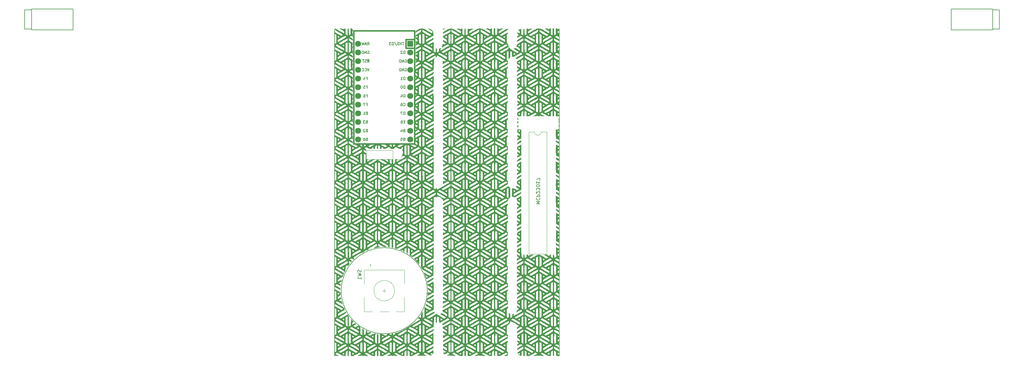
<source format=gbr>
G04 #@! TF.GenerationSoftware,KiCad,Pcbnew,(6.0.5)*
G04 #@! TF.CreationDate,2022-10-04T19:33:22-05:00*
G04 #@! TF.ProjectId,kintsugi_v2,6b696e74-7375-4676-995f-76322e6b6963,rev?*
G04 #@! TF.SameCoordinates,Original*
G04 #@! TF.FileFunction,Legend,Bot*
G04 #@! TF.FilePolarity,Positive*
%FSLAX46Y46*%
G04 Gerber Fmt 4.6, Leading zero omitted, Abs format (unit mm)*
G04 Created by KiCad (PCBNEW (6.0.5)) date 2022-10-04 19:33:22*
%MOMM*%
%LPD*%
G01*
G04 APERTURE LIST*
%ADD10C,0.150000*%
%ADD11C,0.200000*%
%ADD12C,0.120000*%
%ADD13C,0.381000*%
%ADD14R,1.752600X1.752600*%
%ADD15C,1.752600*%
G04 APERTURE END LIST*
D10*
X181641750Y-161893250D02*
G75*
G03*
X181641750Y-161893250I-12573000J0D01*
G01*
X220164272Y-85713320D02*
X220164272Y-180963320D01*
X154559000Y-85725000D02*
X154559000Y-180975000D01*
D11*
X213474725Y-136521757D02*
X214474725Y-136521757D01*
X213760439Y-136188424D01*
X214474725Y-135855091D01*
X213474725Y-135855091D01*
X213569963Y-134807472D02*
X213522344Y-134855091D01*
X213474725Y-134997948D01*
X213474725Y-135093186D01*
X213522344Y-135236043D01*
X213617582Y-135331281D01*
X213712820Y-135378900D01*
X213903296Y-135426519D01*
X214046153Y-135426519D01*
X214236629Y-135378900D01*
X214331867Y-135331281D01*
X214427106Y-135236043D01*
X214474725Y-135093186D01*
X214474725Y-134997948D01*
X214427106Y-134855091D01*
X214379486Y-134807472D01*
X213474725Y-134378900D02*
X214474725Y-134378900D01*
X214474725Y-133997948D01*
X214427106Y-133902710D01*
X214379486Y-133855091D01*
X214284248Y-133807472D01*
X214141391Y-133807472D01*
X214046153Y-133855091D01*
X213998534Y-133902710D01*
X213950915Y-133997948D01*
X213950915Y-134378900D01*
X214379486Y-133426519D02*
X214427106Y-133378900D01*
X214474725Y-133283662D01*
X214474725Y-133045567D01*
X214427106Y-132950329D01*
X214379486Y-132902710D01*
X214284248Y-132855091D01*
X214189010Y-132855091D01*
X214046153Y-132902710D01*
X213474725Y-133474138D01*
X213474725Y-132855091D01*
X214474725Y-132521757D02*
X214474725Y-131902710D01*
X214093772Y-132236043D01*
X214093772Y-132093186D01*
X214046153Y-131997948D01*
X213998534Y-131950329D01*
X213903296Y-131902710D01*
X213665201Y-131902710D01*
X213569963Y-131950329D01*
X213522344Y-131997948D01*
X213474725Y-132093186D01*
X213474725Y-132378900D01*
X213522344Y-132474138D01*
X213569963Y-132521757D01*
X214474725Y-131283662D02*
X214474725Y-131188424D01*
X214427106Y-131093186D01*
X214379486Y-131045567D01*
X214284248Y-130997948D01*
X214093772Y-130950329D01*
X213855677Y-130950329D01*
X213665201Y-130997948D01*
X213569963Y-131045567D01*
X213522344Y-131093186D01*
X213474725Y-131188424D01*
X213474725Y-131283662D01*
X213522344Y-131378900D01*
X213569963Y-131426519D01*
X213665201Y-131474138D01*
X213855677Y-131521757D01*
X214093772Y-131521757D01*
X214284248Y-131474138D01*
X214379486Y-131426519D01*
X214427106Y-131378900D01*
X214474725Y-131283662D01*
X213474725Y-129997948D02*
X213474725Y-130569376D01*
X213474725Y-130283662D02*
X214474725Y-130283662D01*
X214331867Y-130378900D01*
X214236629Y-130474138D01*
X214189010Y-130569376D01*
X214474725Y-129664614D02*
X214474725Y-128997948D01*
X213474725Y-129426519D01*
D10*
X162273511Y-155855916D02*
X162321130Y-155998773D01*
X162321130Y-156236869D01*
X162273511Y-156332107D01*
X162225892Y-156379726D01*
X162130654Y-156427345D01*
X162035416Y-156427345D01*
X161940178Y-156379726D01*
X161892559Y-156332107D01*
X161844940Y-156236869D01*
X161797321Y-156046392D01*
X161749702Y-155951154D01*
X161702083Y-155903535D01*
X161606845Y-155855916D01*
X161511607Y-155855916D01*
X161416369Y-155903535D01*
X161368750Y-155951154D01*
X161321130Y-156046392D01*
X161321130Y-156284488D01*
X161368750Y-156427345D01*
X161321130Y-156760678D02*
X162321130Y-156998773D01*
X161606845Y-157189250D01*
X162321130Y-157379726D01*
X161321130Y-157617821D01*
X162321130Y-158522583D02*
X162321130Y-157951154D01*
X162321130Y-158236869D02*
X161321130Y-158236869D01*
X161463988Y-158141630D01*
X161559226Y-158046392D01*
X161606845Y-157951154D01*
X163874416Y-99860107D02*
X164141083Y-99860107D01*
X164141083Y-100279154D02*
X164141083Y-99479154D01*
X163760130Y-99479154D01*
X163112511Y-99745821D02*
X163112511Y-100279154D01*
X163302988Y-99441059D02*
X163493464Y-100012488D01*
X162998226Y-100012488D01*
X163931559Y-115100107D02*
X163817273Y-115138202D01*
X163779178Y-115176297D01*
X163741083Y-115252488D01*
X163741083Y-115366773D01*
X163779178Y-115442964D01*
X163817273Y-115481059D01*
X163893464Y-115519154D01*
X164198226Y-115519154D01*
X164198226Y-114719154D01*
X163931559Y-114719154D01*
X163855369Y-114757250D01*
X163817273Y-114795345D01*
X163779178Y-114871535D01*
X163779178Y-114947726D01*
X163817273Y-115023916D01*
X163855369Y-115062011D01*
X163931559Y-115100107D01*
X164198226Y-115100107D01*
X163436321Y-114795345D02*
X163398226Y-114757250D01*
X163322035Y-114719154D01*
X163131559Y-114719154D01*
X163055369Y-114757250D01*
X163017273Y-114795345D01*
X162979178Y-114871535D01*
X162979178Y-114947726D01*
X163017273Y-115062011D01*
X163474416Y-115519154D01*
X162979178Y-115519154D01*
X174663083Y-107822964D02*
X174701178Y-107861059D01*
X174815464Y-107899154D01*
X174891654Y-107899154D01*
X175005940Y-107861059D01*
X175082130Y-107784869D01*
X175120226Y-107708678D01*
X175158321Y-107556297D01*
X175158321Y-107442011D01*
X175120226Y-107289630D01*
X175082130Y-107213440D01*
X175005940Y-107137250D01*
X174891654Y-107099154D01*
X174815464Y-107099154D01*
X174701178Y-107137250D01*
X174663083Y-107175345D01*
X173977369Y-107099154D02*
X174129750Y-107099154D01*
X174205940Y-107137250D01*
X174244035Y-107175345D01*
X174320226Y-107289630D01*
X174358321Y-107442011D01*
X174358321Y-107746773D01*
X174320226Y-107822964D01*
X174282130Y-107861059D01*
X174205940Y-107899154D01*
X174053559Y-107899154D01*
X173977369Y-107861059D01*
X173939273Y-107822964D01*
X173901178Y-107746773D01*
X173901178Y-107556297D01*
X173939273Y-107480107D01*
X173977369Y-107442011D01*
X174053559Y-107403916D01*
X174205940Y-107403916D01*
X174282130Y-107442011D01*
X174320226Y-107480107D01*
X174358321Y-107556297D01*
X174831098Y-89319154D02*
X174373955Y-89319154D01*
X174602526Y-90119154D02*
X174602526Y-89319154D01*
X174183479Y-89319154D02*
X173650145Y-90119154D01*
X173650145Y-89319154D02*
X174183479Y-90119154D01*
X173193002Y-89319154D02*
X173116812Y-89319154D01*
X173040622Y-89357250D01*
X173002526Y-89395345D01*
X172964431Y-89471535D01*
X172926336Y-89623916D01*
X172926336Y-89814392D01*
X172964431Y-89966773D01*
X173002526Y-90042964D01*
X173040622Y-90081059D01*
X173116812Y-90119154D01*
X173193002Y-90119154D01*
X173269193Y-90081059D01*
X173307288Y-90042964D01*
X173345383Y-89966773D01*
X173383479Y-89814392D01*
X173383479Y-89623916D01*
X173345383Y-89471535D01*
X173307288Y-89395345D01*
X173269193Y-89357250D01*
X173193002Y-89319154D01*
X172012050Y-89281059D02*
X172697764Y-90309630D01*
X171745383Y-90119154D02*
X171745383Y-89319154D01*
X171554907Y-89319154D01*
X171440622Y-89357250D01*
X171364431Y-89433440D01*
X171326336Y-89509630D01*
X171288241Y-89662011D01*
X171288241Y-89776297D01*
X171326336Y-89928678D01*
X171364431Y-90004869D01*
X171440622Y-90081059D01*
X171554907Y-90119154D01*
X171745383Y-90119154D01*
X171021574Y-89319154D02*
X170526336Y-89319154D01*
X170793002Y-89623916D01*
X170678717Y-89623916D01*
X170602526Y-89662011D01*
X170564431Y-89700107D01*
X170526336Y-89776297D01*
X170526336Y-89966773D01*
X170564431Y-90042964D01*
X170602526Y-90081059D01*
X170678717Y-90119154D01*
X170907288Y-90119154D01*
X170983479Y-90081059D01*
X171021574Y-90042964D01*
X164674416Y-96939154D02*
X164407750Y-97739154D01*
X164141083Y-96939154D01*
X163417273Y-97662964D02*
X163455369Y-97701059D01*
X163569654Y-97739154D01*
X163645845Y-97739154D01*
X163760130Y-97701059D01*
X163836321Y-97624869D01*
X163874416Y-97548678D01*
X163912511Y-97396297D01*
X163912511Y-97282011D01*
X163874416Y-97129630D01*
X163836321Y-97053440D01*
X163760130Y-96977250D01*
X163645845Y-96939154D01*
X163569654Y-96939154D01*
X163455369Y-96977250D01*
X163417273Y-97015345D01*
X162617273Y-97662964D02*
X162655369Y-97701059D01*
X162769654Y-97739154D01*
X162845845Y-97739154D01*
X162960130Y-97701059D01*
X163036321Y-97624869D01*
X163074416Y-97548678D01*
X163112511Y-97396297D01*
X163112511Y-97282011D01*
X163074416Y-97129630D01*
X163036321Y-97053440D01*
X162960130Y-96977250D01*
X162845845Y-96939154D01*
X162769654Y-96939154D01*
X162655369Y-96977250D01*
X162617273Y-97015345D01*
X175120226Y-92659154D02*
X175120226Y-91859154D01*
X174929750Y-91859154D01*
X174815464Y-91897250D01*
X174739273Y-91973440D01*
X174701178Y-92049630D01*
X174663083Y-92202011D01*
X174663083Y-92316297D01*
X174701178Y-92468678D01*
X174739273Y-92544869D01*
X174815464Y-92621059D01*
X174929750Y-92659154D01*
X175120226Y-92659154D01*
X174358321Y-91935345D02*
X174320226Y-91897250D01*
X174244035Y-91859154D01*
X174053559Y-91859154D01*
X173977369Y-91897250D01*
X173939273Y-91935345D01*
X173901178Y-92011535D01*
X173901178Y-92087726D01*
X173939273Y-92202011D01*
X174396416Y-92659154D01*
X173901178Y-92659154D01*
X163931559Y-110020107D02*
X163817273Y-110058202D01*
X163779178Y-110096297D01*
X163741083Y-110172488D01*
X163741083Y-110286773D01*
X163779178Y-110362964D01*
X163817273Y-110401059D01*
X163893464Y-110439154D01*
X164198226Y-110439154D01*
X164198226Y-109639154D01*
X163931559Y-109639154D01*
X163855369Y-109677250D01*
X163817273Y-109715345D01*
X163779178Y-109791535D01*
X163779178Y-109867726D01*
X163817273Y-109943916D01*
X163855369Y-109982011D01*
X163931559Y-110020107D01*
X164198226Y-110020107D01*
X162979178Y-110439154D02*
X163436321Y-110439154D01*
X163207750Y-110439154D02*
X163207750Y-109639154D01*
X163283940Y-109753440D01*
X163360130Y-109829630D01*
X163436321Y-109867726D01*
X163874416Y-102400107D02*
X164141083Y-102400107D01*
X164141083Y-102819154D02*
X164141083Y-102019154D01*
X163760130Y-102019154D01*
X163074416Y-102019154D02*
X163455369Y-102019154D01*
X163493464Y-102400107D01*
X163455369Y-102362011D01*
X163379178Y-102323916D01*
X163188702Y-102323916D01*
X163112511Y-102362011D01*
X163074416Y-102400107D01*
X163036321Y-102476297D01*
X163036321Y-102666773D01*
X163074416Y-102742964D01*
X163112511Y-102781059D01*
X163188702Y-102819154D01*
X163379178Y-102819154D01*
X163455369Y-102781059D01*
X163493464Y-102742964D01*
X163868963Y-95131059D02*
X163754677Y-95169154D01*
X163564201Y-95169154D01*
X163488010Y-95131059D01*
X163449915Y-95092964D01*
X163411820Y-95016773D01*
X163411820Y-94940583D01*
X163449915Y-94864392D01*
X163488010Y-94826297D01*
X163564201Y-94788202D01*
X163716582Y-94750107D01*
X163792772Y-94712011D01*
X163830868Y-94673916D01*
X163868963Y-94597726D01*
X163868963Y-94521535D01*
X163830868Y-94445345D01*
X163792772Y-94407250D01*
X163716582Y-94369154D01*
X163526106Y-94369154D01*
X163411820Y-94407250D01*
X163183249Y-94369154D02*
X162726106Y-94369154D01*
X162954677Y-95169154D02*
X162954677Y-94369154D01*
X164160130Y-90119154D02*
X164426797Y-89738202D01*
X164617273Y-90119154D02*
X164617273Y-89319154D01*
X164312511Y-89319154D01*
X164236321Y-89357250D01*
X164198226Y-89395345D01*
X164160130Y-89471535D01*
X164160130Y-89585821D01*
X164198226Y-89662011D01*
X164236321Y-89700107D01*
X164312511Y-89738202D01*
X164617273Y-89738202D01*
X163855369Y-89890583D02*
X163474416Y-89890583D01*
X163931559Y-90119154D02*
X163664892Y-89319154D01*
X163398226Y-90119154D01*
X163207750Y-89319154D02*
X163017273Y-90119154D01*
X162864892Y-89547726D01*
X162712511Y-90119154D01*
X162522035Y-89319154D01*
X163931559Y-112560107D02*
X163817273Y-112598202D01*
X163779178Y-112636297D01*
X163741083Y-112712488D01*
X163741083Y-112826773D01*
X163779178Y-112902964D01*
X163817273Y-112941059D01*
X163893464Y-112979154D01*
X164198226Y-112979154D01*
X164198226Y-112179154D01*
X163931559Y-112179154D01*
X163855369Y-112217250D01*
X163817273Y-112255345D01*
X163779178Y-112331535D01*
X163779178Y-112407726D01*
X163817273Y-112483916D01*
X163855369Y-112522011D01*
X163931559Y-112560107D01*
X164198226Y-112560107D01*
X163474416Y-112179154D02*
X162979178Y-112179154D01*
X163245845Y-112483916D01*
X163131559Y-112483916D01*
X163055369Y-112522011D01*
X163017273Y-112560107D01*
X162979178Y-112636297D01*
X162979178Y-112826773D01*
X163017273Y-112902964D01*
X163055369Y-112941059D01*
X163131559Y-112979154D01*
X163360130Y-112979154D01*
X163436321Y-112941059D01*
X163474416Y-112902964D01*
X175120226Y-110439154D02*
X175120226Y-109639154D01*
X174929750Y-109639154D01*
X174815464Y-109677250D01*
X174739273Y-109753440D01*
X174701178Y-109829630D01*
X174663083Y-109982011D01*
X174663083Y-110096297D01*
X174701178Y-110248678D01*
X174739273Y-110324869D01*
X174815464Y-110401059D01*
X174929750Y-110439154D01*
X175120226Y-110439154D01*
X174396416Y-109639154D02*
X173863083Y-109639154D01*
X174205940Y-110439154D01*
X175139273Y-94437250D02*
X175215464Y-94399154D01*
X175329750Y-94399154D01*
X175444035Y-94437250D01*
X175520226Y-94513440D01*
X175558321Y-94589630D01*
X175596416Y-94742011D01*
X175596416Y-94856297D01*
X175558321Y-95008678D01*
X175520226Y-95084869D01*
X175444035Y-95161059D01*
X175329750Y-95199154D01*
X175253559Y-95199154D01*
X175139273Y-95161059D01*
X175101178Y-95122964D01*
X175101178Y-94856297D01*
X175253559Y-94856297D01*
X174758321Y-95199154D02*
X174758321Y-94399154D01*
X174301178Y-95199154D01*
X174301178Y-94399154D01*
X173920226Y-95199154D02*
X173920226Y-94399154D01*
X173729750Y-94399154D01*
X173615464Y-94437250D01*
X173539273Y-94513440D01*
X173501178Y-94589630D01*
X173463083Y-94742011D01*
X173463083Y-94856297D01*
X173501178Y-95008678D01*
X173539273Y-95084869D01*
X173615464Y-95161059D01*
X173729750Y-95199154D01*
X173920226Y-95199154D01*
X174853559Y-117640107D02*
X174739273Y-117678202D01*
X174701178Y-117716297D01*
X174663083Y-117792488D01*
X174663083Y-117906773D01*
X174701178Y-117982964D01*
X174739273Y-118021059D01*
X174815464Y-118059154D01*
X175120226Y-118059154D01*
X175120226Y-117259154D01*
X174853559Y-117259154D01*
X174777369Y-117297250D01*
X174739273Y-117335345D01*
X174701178Y-117411535D01*
X174701178Y-117487726D01*
X174739273Y-117563916D01*
X174777369Y-117602011D01*
X174853559Y-117640107D01*
X175120226Y-117640107D01*
X173939273Y-117259154D02*
X174320226Y-117259154D01*
X174358321Y-117640107D01*
X174320226Y-117602011D01*
X174244035Y-117563916D01*
X174053559Y-117563916D01*
X173977369Y-117602011D01*
X173939273Y-117640107D01*
X173901178Y-117716297D01*
X173901178Y-117906773D01*
X173939273Y-117982964D01*
X173977369Y-118021059D01*
X174053559Y-118059154D01*
X174244035Y-118059154D01*
X174320226Y-118021059D01*
X174358321Y-117982964D01*
X164217273Y-91897250D02*
X164293464Y-91859154D01*
X164407750Y-91859154D01*
X164522035Y-91897250D01*
X164598226Y-91973440D01*
X164636321Y-92049630D01*
X164674416Y-92202011D01*
X164674416Y-92316297D01*
X164636321Y-92468678D01*
X164598226Y-92544869D01*
X164522035Y-92621059D01*
X164407750Y-92659154D01*
X164331559Y-92659154D01*
X164217273Y-92621059D01*
X164179178Y-92582964D01*
X164179178Y-92316297D01*
X164331559Y-92316297D01*
X163836321Y-92659154D02*
X163836321Y-91859154D01*
X163379178Y-92659154D01*
X163379178Y-91859154D01*
X162998226Y-92659154D02*
X162998226Y-91859154D01*
X162807750Y-91859154D01*
X162693464Y-91897250D01*
X162617273Y-91973440D01*
X162579178Y-92049630D01*
X162541083Y-92202011D01*
X162541083Y-92316297D01*
X162579178Y-92468678D01*
X162617273Y-92544869D01*
X162693464Y-92621059D01*
X162807750Y-92659154D01*
X162998226Y-92659154D01*
X175120226Y-100279154D02*
X175120226Y-99479154D01*
X174929750Y-99479154D01*
X174815464Y-99517250D01*
X174739273Y-99593440D01*
X174701178Y-99669630D01*
X174663083Y-99822011D01*
X174663083Y-99936297D01*
X174701178Y-100088678D01*
X174739273Y-100164869D01*
X174815464Y-100241059D01*
X174929750Y-100279154D01*
X175120226Y-100279154D01*
X173901178Y-100279154D02*
X174358321Y-100279154D01*
X174129750Y-100279154D02*
X174129750Y-99479154D01*
X174205940Y-99593440D01*
X174282130Y-99669630D01*
X174358321Y-99707726D01*
X174853559Y-115100107D02*
X174739273Y-115138202D01*
X174701178Y-115176297D01*
X174663083Y-115252488D01*
X174663083Y-115366773D01*
X174701178Y-115442964D01*
X174739273Y-115481059D01*
X174815464Y-115519154D01*
X175120226Y-115519154D01*
X175120226Y-114719154D01*
X174853559Y-114719154D01*
X174777369Y-114757250D01*
X174739273Y-114795345D01*
X174701178Y-114871535D01*
X174701178Y-114947726D01*
X174739273Y-115023916D01*
X174777369Y-115062011D01*
X174853559Y-115100107D01*
X175120226Y-115100107D01*
X173977369Y-114985821D02*
X173977369Y-115519154D01*
X174167845Y-114681059D02*
X174358321Y-115252488D01*
X173863083Y-115252488D01*
X175139273Y-96977250D02*
X175215464Y-96939154D01*
X175329750Y-96939154D01*
X175444035Y-96977250D01*
X175520226Y-97053440D01*
X175558321Y-97129630D01*
X175596416Y-97282011D01*
X175596416Y-97396297D01*
X175558321Y-97548678D01*
X175520226Y-97624869D01*
X175444035Y-97701059D01*
X175329750Y-97739154D01*
X175253559Y-97739154D01*
X175139273Y-97701059D01*
X175101178Y-97662964D01*
X175101178Y-97396297D01*
X175253559Y-97396297D01*
X174758321Y-97739154D02*
X174758321Y-96939154D01*
X174301178Y-97739154D01*
X174301178Y-96939154D01*
X173920226Y-97739154D02*
X173920226Y-96939154D01*
X173729750Y-96939154D01*
X173615464Y-96977250D01*
X173539273Y-97053440D01*
X173501178Y-97129630D01*
X173463083Y-97282011D01*
X173463083Y-97396297D01*
X173501178Y-97548678D01*
X173539273Y-97624869D01*
X173615464Y-97701059D01*
X173729750Y-97739154D01*
X173920226Y-97739154D01*
X175120226Y-102819154D02*
X175120226Y-102019154D01*
X174929750Y-102019154D01*
X174815464Y-102057250D01*
X174739273Y-102133440D01*
X174701178Y-102209630D01*
X174663083Y-102362011D01*
X174663083Y-102476297D01*
X174701178Y-102628678D01*
X174739273Y-102704869D01*
X174815464Y-102781059D01*
X174929750Y-102819154D01*
X175120226Y-102819154D01*
X174167845Y-102019154D02*
X174091654Y-102019154D01*
X174015464Y-102057250D01*
X173977369Y-102095345D01*
X173939273Y-102171535D01*
X173901178Y-102323916D01*
X173901178Y-102514392D01*
X173939273Y-102666773D01*
X173977369Y-102742964D01*
X174015464Y-102781059D01*
X174091654Y-102819154D01*
X174167845Y-102819154D01*
X174244035Y-102781059D01*
X174282130Y-102742964D01*
X174320226Y-102666773D01*
X174358321Y-102514392D01*
X174358321Y-102323916D01*
X174320226Y-102171535D01*
X174282130Y-102095345D01*
X174244035Y-102057250D01*
X174167845Y-102019154D01*
X175120226Y-105359154D02*
X175120226Y-104559154D01*
X174929750Y-104559154D01*
X174815464Y-104597250D01*
X174739273Y-104673440D01*
X174701178Y-104749630D01*
X174663083Y-104902011D01*
X174663083Y-105016297D01*
X174701178Y-105168678D01*
X174739273Y-105244869D01*
X174815464Y-105321059D01*
X174929750Y-105359154D01*
X175120226Y-105359154D01*
X173977369Y-104825821D02*
X173977369Y-105359154D01*
X174167845Y-104521059D02*
X174358321Y-105092488D01*
X173863083Y-105092488D01*
X175082130Y-112560107D02*
X174815464Y-112560107D01*
X174701178Y-112979154D02*
X175082130Y-112979154D01*
X175082130Y-112179154D01*
X174701178Y-112179154D01*
X174015464Y-112179154D02*
X174167845Y-112179154D01*
X174244035Y-112217250D01*
X174282130Y-112255345D01*
X174358321Y-112369630D01*
X174396416Y-112522011D01*
X174396416Y-112826773D01*
X174358321Y-112902964D01*
X174320226Y-112941059D01*
X174244035Y-112979154D01*
X174091654Y-112979154D01*
X174015464Y-112941059D01*
X173977369Y-112902964D01*
X173939273Y-112826773D01*
X173939273Y-112636297D01*
X173977369Y-112560107D01*
X174015464Y-112522011D01*
X174091654Y-112483916D01*
X174244035Y-112483916D01*
X174320226Y-112522011D01*
X174358321Y-112560107D01*
X174396416Y-112636297D01*
X163931559Y-117640107D02*
X163817273Y-117678202D01*
X163779178Y-117716297D01*
X163741083Y-117792488D01*
X163741083Y-117906773D01*
X163779178Y-117982964D01*
X163817273Y-118021059D01*
X163893464Y-118059154D01*
X164198226Y-118059154D01*
X164198226Y-117259154D01*
X163931559Y-117259154D01*
X163855369Y-117297250D01*
X163817273Y-117335345D01*
X163779178Y-117411535D01*
X163779178Y-117487726D01*
X163817273Y-117563916D01*
X163855369Y-117602011D01*
X163931559Y-117640107D01*
X164198226Y-117640107D01*
X163055369Y-117259154D02*
X163207750Y-117259154D01*
X163283940Y-117297250D01*
X163322035Y-117335345D01*
X163398226Y-117449630D01*
X163436321Y-117602011D01*
X163436321Y-117906773D01*
X163398226Y-117982964D01*
X163360130Y-118021059D01*
X163283940Y-118059154D01*
X163131559Y-118059154D01*
X163055369Y-118021059D01*
X163017273Y-117982964D01*
X162979178Y-117906773D01*
X162979178Y-117716297D01*
X163017273Y-117640107D01*
X163055369Y-117602011D01*
X163131559Y-117563916D01*
X163283940Y-117563916D01*
X163360130Y-117602011D01*
X163398226Y-117640107D01*
X163436321Y-117716297D01*
X163874416Y-104940107D02*
X164141083Y-104940107D01*
X164141083Y-105359154D02*
X164141083Y-104559154D01*
X163760130Y-104559154D01*
X163112511Y-104559154D02*
X163264892Y-104559154D01*
X163341083Y-104597250D01*
X163379178Y-104635345D01*
X163455369Y-104749630D01*
X163493464Y-104902011D01*
X163493464Y-105206773D01*
X163455369Y-105282964D01*
X163417273Y-105321059D01*
X163341083Y-105359154D01*
X163188702Y-105359154D01*
X163112511Y-105321059D01*
X163074416Y-105282964D01*
X163036321Y-105206773D01*
X163036321Y-105016297D01*
X163074416Y-104940107D01*
X163112511Y-104902011D01*
X163188702Y-104863916D01*
X163341083Y-104863916D01*
X163417273Y-104902011D01*
X163455369Y-104940107D01*
X163493464Y-105016297D01*
X163874416Y-107480107D02*
X164141083Y-107480107D01*
X164141083Y-107899154D02*
X164141083Y-107099154D01*
X163760130Y-107099154D01*
X163531559Y-107099154D02*
X162998226Y-107099154D01*
X163341083Y-107899154D01*
D12*
X172868750Y-123567500D02*
X174198750Y-123567500D01*
X171598750Y-120907500D02*
X163918750Y-120907500D01*
X171598750Y-123567500D02*
X171598750Y-120907500D01*
X163918750Y-123567500D02*
X163918750Y-120907500D01*
X171598750Y-123567500D02*
X163918750Y-123567500D01*
X174198750Y-123567500D02*
X174198750Y-122237500D01*
X174968750Y-159889250D02*
X174968750Y-155789250D01*
X167768750Y-167989250D02*
X170368750Y-167989250D01*
X172568750Y-167989250D02*
X174968750Y-167989250D01*
X163168750Y-163889250D02*
X163168750Y-167989250D01*
X174968750Y-167989250D02*
X174968750Y-163889250D01*
X163168750Y-167989250D02*
X165568750Y-167989250D01*
X169068750Y-161389250D02*
X169068750Y-162389250D01*
X163168750Y-159889250D02*
X163168750Y-155789250D01*
X163168750Y-155789250D02*
X174968750Y-155789250D01*
X164968750Y-154089250D02*
X164968750Y-154689250D01*
X168568750Y-161889250D02*
X169568750Y-161889250D01*
X165268750Y-154389250D02*
X164968750Y-154089250D01*
X164968750Y-154689250D02*
X165268750Y-154389250D01*
X172068750Y-161889250D02*
G75*
G03*
X172068750Y-161889250I-3000000J0D01*
G01*
D10*
X66055125Y-85445042D02*
X64055125Y-85445042D01*
X64055125Y-85445042D02*
X64055125Y-79845042D01*
X66055125Y-85695042D02*
X66055125Y-79595042D01*
X66055125Y-79845042D02*
X64055125Y-79845042D01*
X78155125Y-85695042D02*
X78155125Y-79595042D01*
X66055125Y-85695042D02*
X78155125Y-85695042D01*
X66055125Y-79595042D02*
X78155125Y-79595042D01*
D12*
X216567106Y-151165472D02*
X211267106Y-151165472D01*
X214917106Y-115485472D02*
X216567106Y-115485472D01*
X211267106Y-151165472D02*
X211267106Y-115485472D01*
X216567106Y-115485472D02*
X216567106Y-151165472D01*
X211267106Y-115485472D02*
X212917106Y-115485472D01*
X212917106Y-115485472D02*
G75*
G03*
X214917106Y-115485472I1000000J0D01*
G01*
D10*
X348722618Y-79843819D02*
X348722618Y-85443819D01*
X346722618Y-85443819D02*
X348722618Y-85443819D01*
X346722618Y-85693819D02*
X334622618Y-85693819D01*
X346722618Y-79593819D02*
X334622618Y-79593819D01*
X346722618Y-79843819D02*
X348722618Y-79843819D01*
X346722618Y-79593819D02*
X346722618Y-85693819D01*
X334622618Y-79593819D02*
X334622618Y-85693819D01*
G36*
X209111357Y-128252832D02*
G01*
X209111088Y-128275129D01*
X209087323Y-128410687D01*
X209003525Y-128531057D01*
X208829257Y-128667867D01*
X208534085Y-128852748D01*
X208466746Y-128892895D01*
X208196302Y-129048706D01*
X207991622Y-129158136D01*
X207892671Y-129199574D01*
X207848088Y-129131240D01*
X207828529Y-128957204D01*
X207861984Y-128776264D01*
X208020953Y-128620285D01*
X208141207Y-128557520D01*
X208385538Y-128422100D01*
X208662367Y-128262740D01*
X209111357Y-127999275D01*
X209111357Y-128252832D01*
G37*
G36*
X219715056Y-124428844D02*
G01*
X219728719Y-124436356D01*
X219997520Y-124592627D01*
X220147789Y-124712662D01*
X220213390Y-124833690D01*
X220228188Y-124992938D01*
X220228252Y-125014987D01*
X220219423Y-125188638D01*
X220168227Y-125221800D01*
X220039130Y-125142602D01*
X219962023Y-125090621D01*
X219805885Y-125021625D01*
X219733650Y-125090805D01*
X219716071Y-125313645D01*
X219716174Y-125367816D01*
X219727369Y-125533161D01*
X219779965Y-125562465D01*
X219906144Y-125484689D01*
X219954634Y-125451482D01*
X220125667Y-125363983D01*
X220207942Y-125407044D01*
X220229202Y-125589683D01*
X220229134Y-125599070D01*
X220168941Y-125811586D01*
X219972637Y-125979367D01*
X219888269Y-126033750D01*
X219751161Y-126191211D01*
X219716071Y-126425416D01*
X219717529Y-126510974D01*
X219750005Y-126678915D01*
X219847440Y-126699305D01*
X220039130Y-126586775D01*
X220044213Y-126583217D01*
X220171977Y-126506240D01*
X220221144Y-126544952D01*
X220229202Y-126727010D01*
X220194332Y-126936418D01*
X220079539Y-127110600D01*
X220014610Y-127160194D01*
X219976363Y-127225172D01*
X220079539Y-127278841D01*
X220177034Y-127363283D01*
X220229202Y-127584276D01*
X220220832Y-127734374D01*
X220169955Y-127814469D01*
X220043858Y-127785794D01*
X219810058Y-127653731D01*
X219758337Y-127624203D01*
X219532820Y-127533371D01*
X219361068Y-127517761D01*
X219341773Y-127522146D01*
X219292726Y-127518336D01*
X219256810Y-127472038D01*
X219231989Y-127361826D01*
X219216227Y-127166274D01*
X219207488Y-126863958D01*
X219203738Y-126433452D01*
X219202940Y-125853329D01*
X219202940Y-124147545D01*
X219715056Y-124428844D01*
G37*
G36*
X209096937Y-123108923D02*
G01*
X209111357Y-123281471D01*
X209110645Y-123312567D01*
X209081747Y-123437393D01*
X208988851Y-123553677D01*
X208802315Y-123689807D01*
X208492498Y-123874172D01*
X208388029Y-123933193D01*
X208119508Y-124077889D01*
X207925703Y-124171904D01*
X207842946Y-124197175D01*
X207837002Y-124105042D01*
X207866350Y-123920176D01*
X207879425Y-123872261D01*
X207970705Y-123715042D01*
X208156683Y-123553617D01*
X208469353Y-123358169D01*
X208509289Y-123335270D01*
X208774651Y-123186889D01*
X208973298Y-123082144D01*
X209064808Y-123042466D01*
X209096937Y-123108923D01*
G37*
G36*
X209111357Y-148255035D02*
G01*
X209111119Y-148275830D01*
X209087453Y-148411581D01*
X209003614Y-148532540D01*
X208829269Y-148670310D01*
X208534085Y-148856497D01*
X208466157Y-148897290D01*
X208195972Y-149054512D01*
X207991515Y-149165614D01*
X207892671Y-149208695D01*
X207867786Y-149203326D01*
X207825245Y-149106010D01*
X207836209Y-148937237D01*
X207890562Y-148763106D01*
X207978192Y-148649718D01*
X208105343Y-148575050D01*
X208340911Y-148439451D01*
X208619607Y-148280782D01*
X209111357Y-148002304D01*
X209111357Y-148255035D01*
G37*
G36*
X183534075Y-161289311D02*
G01*
X183540777Y-161836372D01*
X183526183Y-162224048D01*
X183490369Y-162448887D01*
X183433411Y-162507438D01*
X183377557Y-162512291D01*
X183191396Y-162582562D01*
X182919694Y-162715186D01*
X182599573Y-162892999D01*
X182399119Y-163009279D01*
X182114511Y-163169403D01*
X181907102Y-163279723D01*
X181811722Y-163321303D01*
X181785010Y-163279816D01*
X181763268Y-163117060D01*
X181757367Y-162884289D01*
X181766455Y-162639119D01*
X181789681Y-162439167D01*
X181826193Y-162342048D01*
X181829482Y-162340299D01*
X181953075Y-162343866D01*
X182150799Y-162400723D01*
X182253267Y-162435154D01*
X182444161Y-162445306D01*
X182646924Y-162344629D01*
X182882582Y-162190220D01*
X182380094Y-161905421D01*
X182145692Y-161763655D01*
X181912708Y-161576709D01*
X181790949Y-161386355D01*
X181750365Y-161156871D01*
X181749481Y-161126234D01*
X181764809Y-161051539D01*
X181841888Y-161064610D01*
X182022300Y-161166995D01*
X182130988Y-161231664D01*
X182413325Y-161397273D01*
X182706475Y-161566945D01*
X183112704Y-161800133D01*
X183112704Y-161466049D01*
X183112431Y-161406946D01*
X183100146Y-161267054D01*
X183049082Y-161157333D01*
X182931495Y-161049581D01*
X182719639Y-160915599D01*
X182385768Y-160727185D01*
X182120362Y-160576815D01*
X181876838Y-160424870D01*
X181737233Y-160307467D01*
X181732802Y-160299945D01*
X182583714Y-160299945D01*
X182802439Y-160443260D01*
X182910902Y-160512532D01*
X183048332Y-160571445D01*
X183102940Y-160502715D01*
X183112704Y-160287247D01*
X183110167Y-160174502D01*
X183074965Y-160023557D01*
X182975746Y-160018081D01*
X182784068Y-160145835D01*
X182583714Y-160299945D01*
X181732802Y-160299945D01*
X181673810Y-160199802D01*
X181658832Y-160077069D01*
X181667264Y-159926278D01*
X181728526Y-159871888D01*
X181894539Y-159920704D01*
X181950341Y-159939466D01*
X182081113Y-159954695D01*
X182236634Y-159916227D01*
X182456451Y-159810877D01*
X182780110Y-159625462D01*
X183429976Y-159241251D01*
X183484756Y-160191858D01*
X183489893Y-160287247D01*
X183505999Y-160586318D01*
X183534075Y-161289311D01*
G37*
G36*
X220205049Y-111573488D02*
G01*
X220229202Y-111742008D01*
X220214148Y-111918873D01*
X220172188Y-112038650D01*
X220090937Y-112093143D01*
X220004088Y-112045338D01*
X219972637Y-111848249D01*
X220005197Y-111667590D01*
X220100920Y-111551606D01*
X220121037Y-111544922D01*
X220205049Y-111573488D01*
G37*
G36*
X220161475Y-112382504D02*
G01*
X220213194Y-112593379D01*
X220220519Y-112702400D01*
X220196320Y-112815464D01*
X220106292Y-112812828D01*
X220016007Y-112719281D01*
X219972637Y-112506997D01*
X219972702Y-112496494D01*
X220007119Y-112321814D01*
X220081413Y-112287900D01*
X220161475Y-112382504D01*
G37*
G36*
X186625733Y-85330095D02*
G01*
X186765137Y-85356443D01*
X186740291Y-85420668D01*
X186554960Y-85534964D01*
X186468460Y-85580790D01*
X186291461Y-85653725D01*
X186210702Y-85627413D01*
X186191492Y-85498358D01*
X186201276Y-85421142D01*
X186284516Y-85346448D01*
X186490819Y-85327315D01*
X186625733Y-85330095D01*
G37*
G36*
X219333863Y-129229747D02*
G01*
X219520780Y-129324929D01*
X219769802Y-129462884D01*
X219928503Y-129556802D01*
X220118780Y-129695263D01*
X220207403Y-129822708D01*
X220229202Y-129978211D01*
X220229202Y-130230697D01*
X219972637Y-130098022D01*
X219716071Y-129965346D01*
X219716071Y-130266869D01*
X219717303Y-130381929D01*
X219742577Y-130532335D01*
X219830190Y-130541556D01*
X220018407Y-130430273D01*
X220029886Y-130422756D01*
X220169258Y-130343235D01*
X220221376Y-130380842D01*
X220229202Y-130562534D01*
X220226917Y-130629653D01*
X220161845Y-130828105D01*
X219973178Y-130978599D01*
X219849131Y-131060281D01*
X219742865Y-131209351D01*
X219716612Y-131447187D01*
X219716071Y-131770091D01*
X219972637Y-131637416D01*
X220229202Y-131504740D01*
X220229202Y-131759253D01*
X220196683Y-131945814D01*
X220079539Y-132103536D01*
X220021787Y-132139484D01*
X219975407Y-132204742D01*
X220079539Y-132283079D01*
X220178057Y-132397771D01*
X220229202Y-132632478D01*
X220229202Y-132892106D01*
X219832479Y-132670373D01*
X219621419Y-132562271D01*
X219437190Y-132507753D01*
X219322329Y-132542777D01*
X219309240Y-132551427D01*
X219273158Y-132537615D01*
X219246437Y-132445076D01*
X219227763Y-132255352D01*
X219215825Y-131949983D01*
X219209311Y-131510511D01*
X219206911Y-130918477D01*
X219206893Y-130805905D01*
X219209792Y-130295905D01*
X219217072Y-129854777D01*
X219227980Y-129508063D01*
X219241761Y-129281304D01*
X219257661Y-129200042D01*
X219333863Y-129229747D01*
G37*
G36*
X207917002Y-133022111D02*
G01*
X207736645Y-133124829D01*
X207382580Y-133329687D01*
X207144699Y-133478720D01*
X206999787Y-133592354D01*
X206924630Y-133691015D01*
X206896012Y-133795130D01*
X206890719Y-133925126D01*
X206890802Y-133982718D01*
X206901846Y-134170209D01*
X206925248Y-134245833D01*
X206936959Y-134241594D01*
X207061094Y-134176668D01*
X207296098Y-134045528D01*
X207614213Y-133863818D01*
X207987678Y-133647180D01*
X208108419Y-133576858D01*
X208469218Y-133369244D01*
X208767183Y-133201526D01*
X208974162Y-133089391D01*
X209062003Y-133048527D01*
X209095962Y-133113996D01*
X209111357Y-133285722D01*
X209108290Y-133341414D01*
X209075249Y-133442015D01*
X208986608Y-133546370D01*
X208818698Y-133673963D01*
X208547850Y-133844278D01*
X208150396Y-134076800D01*
X207189435Y-134630682D01*
X206376945Y-134374116D01*
X206375801Y-133248078D01*
X206375485Y-133134298D01*
X206369132Y-132753178D01*
X206887788Y-132753178D01*
X206889873Y-132841234D01*
X206928894Y-133009819D01*
X207032844Y-133026082D01*
X207222004Y-132898863D01*
X207404124Y-132749200D01*
X207145956Y-132603514D01*
X206887788Y-132457829D01*
X206887788Y-132753178D01*
X206369132Y-132753178D01*
X206367632Y-132663195D01*
X206348135Y-132341903D01*
X206315381Y-132152960D01*
X206267755Y-132078903D01*
X206263262Y-132060639D01*
X206379499Y-132039836D01*
X206606079Y-132029016D01*
X206825205Y-132035887D01*
X207138508Y-132105374D01*
X207473043Y-132270929D01*
X207894780Y-132519595D01*
X208177481Y-132347674D01*
X208460181Y-132175754D01*
X207980758Y-131904027D01*
X207943952Y-131883034D01*
X207688472Y-131719184D01*
X207573788Y-131584559D01*
X207585144Y-131444605D01*
X207707785Y-131264768D01*
X207779838Y-131284239D01*
X207960709Y-131370979D01*
X208208304Y-131506230D01*
X208683748Y-131778251D01*
X208683661Y-131451268D01*
X208676652Y-131292536D01*
X208627866Y-131150613D01*
X208500018Y-131030872D01*
X208256052Y-130884166D01*
X208030372Y-130750774D01*
X207893688Y-130632549D01*
X207838682Y-130494403D01*
X207828529Y-130284704D01*
X207828734Y-130256033D01*
X207830133Y-130246003D01*
X208141018Y-130246003D01*
X208348241Y-130405296D01*
X208454407Y-130483294D01*
X208600893Y-130552576D01*
X208667803Y-130484370D01*
X208683748Y-130266869D01*
X208683748Y-129965346D01*
X208412383Y-130105675D01*
X208141018Y-130246003D01*
X207830133Y-130246003D01*
X207867091Y-129981024D01*
X207978192Y-129834903D01*
X208105343Y-129760235D01*
X208340911Y-129624636D01*
X208619607Y-129465967D01*
X209111357Y-129187489D01*
X209111357Y-130866489D01*
X209109930Y-131258652D01*
X209100902Y-131809494D01*
X209083740Y-132201435D01*
X209058654Y-132430484D01*
X209025855Y-132492646D01*
X209010116Y-132490367D01*
X208871134Y-132534006D01*
X208622983Y-132646553D01*
X208421931Y-132749200D01*
X208295121Y-132813943D01*
X207917002Y-133022111D01*
G37*
G36*
X208247100Y-113564935D02*
G01*
X208256139Y-113755490D01*
X208255693Y-113782426D01*
X208221415Y-113985102D01*
X208149236Y-114091550D01*
X208020675Y-114132044D01*
X207934064Y-114091392D01*
X207914051Y-113912196D01*
X207944097Y-113748888D01*
X208085095Y-113569384D01*
X208086614Y-113568436D01*
X208200389Y-113513244D01*
X208247100Y-113564935D01*
G37*
G36*
X219333277Y-138038477D02*
G01*
X219520591Y-138133661D01*
X219769802Y-138271638D01*
X219935067Y-138369571D01*
X220121769Y-138506563D01*
X220208168Y-138633736D01*
X220229202Y-138790559D01*
X220229202Y-139046637D01*
X219716071Y-138764542D01*
X219502812Y-138642437D01*
X219314259Y-138508113D01*
X219225280Y-138386943D01*
X219202940Y-138245621D01*
X219217750Y-138082764D01*
X219256671Y-138008796D01*
X219333277Y-138038477D01*
G37*
G36*
X219716071Y-123247172D02*
G01*
X219877078Y-123345089D01*
X220075541Y-123492919D01*
X220175513Y-123631946D01*
X220213769Y-123803261D01*
X220241096Y-124082910D01*
X219828921Y-123848431D01*
X219702386Y-123775570D01*
X219432601Y-123605625D01*
X219280002Y-123470804D01*
X219217380Y-123341767D01*
X219217527Y-123189176D01*
X219245701Y-122970733D01*
X219716071Y-123247172D01*
G37*
G36*
X219332023Y-118029254D02*
G01*
X219518713Y-118129274D01*
X219766848Y-118273221D01*
X219907604Y-118359924D01*
X220108759Y-118508670D01*
X220204714Y-118640535D01*
X220229202Y-118793479D01*
X220210310Y-118956541D01*
X220164185Y-119008684D01*
X220089881Y-118970764D01*
X219900948Y-118868947D01*
X219651053Y-118731399D01*
X219526446Y-118660272D01*
X219323185Y-118520417D01*
X219227118Y-118393122D01*
X219202940Y-118239649D01*
X219217289Y-118070801D01*
X219253717Y-117996675D01*
X219332023Y-118029254D01*
G37*
G36*
X208085095Y-111431337D02*
G01*
X208189858Y-111538217D01*
X208256139Y-111774149D01*
X208247731Y-111950188D01*
X208193292Y-112001665D01*
X208049328Y-111958232D01*
X207954960Y-111857958D01*
X207914051Y-111615420D01*
X207923155Y-111426068D01*
X207970279Y-111375189D01*
X208085095Y-111431337D01*
G37*
G36*
X219333277Y-119223663D02*
G01*
X219520591Y-119318846D01*
X219769802Y-119456823D01*
X219928503Y-119550741D01*
X220118780Y-119689203D01*
X220207403Y-119816648D01*
X220229202Y-119972151D01*
X220229202Y-120224636D01*
X219972637Y-120091961D01*
X219716071Y-119959286D01*
X219716071Y-120566724D01*
X219972637Y-120434049D01*
X220229202Y-120301373D01*
X220229202Y-120555300D01*
X220228321Y-120592802D01*
X220165044Y-120799631D01*
X219972637Y-120960784D01*
X219847469Y-121046147D01*
X219741843Y-121198220D01*
X219716071Y-121438186D01*
X219716071Y-121764030D01*
X219972637Y-121631355D01*
X220229202Y-121498680D01*
X220229202Y-121753192D01*
X220196683Y-121939753D01*
X220079539Y-122097476D01*
X220021787Y-122133423D01*
X219975407Y-122198681D01*
X220079539Y-122277019D01*
X220178057Y-122391710D01*
X220229202Y-122626418D01*
X220229202Y-122886046D01*
X219840815Y-122668971D01*
X219693350Y-122594398D01*
X219469041Y-122511594D01*
X219327683Y-122499766D01*
X219305222Y-122503926D01*
X219267496Y-122473332D01*
X219240113Y-122373151D01*
X219221519Y-122183096D01*
X219210162Y-121882879D01*
X219204486Y-121452212D01*
X219202940Y-120870808D01*
X219202997Y-120793292D01*
X219206325Y-120286491D01*
X219214185Y-119847303D01*
X219225748Y-119501584D01*
X219240186Y-119275191D01*
X219256671Y-119193981D01*
X219333277Y-119223663D01*
G37*
G36*
X208236242Y-112414947D02*
G01*
X208256139Y-112592519D01*
X208225113Y-112786750D01*
X208149236Y-112894244D01*
X208009625Y-112935509D01*
X207931834Y-112884052D01*
X207914051Y-112694318D01*
X207914053Y-112691599D01*
X207924683Y-112512223D01*
X207949817Y-112437752D01*
X207984530Y-112431122D01*
X208120861Y-112385841D01*
X208162861Y-112373841D01*
X208236242Y-112414947D01*
G37*
G36*
X219323208Y-128034052D02*
G01*
X219509701Y-128129785D01*
X219760128Y-128267465D01*
X219940675Y-128373266D01*
X220124122Y-128507597D01*
X220208721Y-128632909D01*
X220229202Y-128787723D01*
X220229177Y-128794875D01*
X220209497Y-128961903D01*
X220164185Y-129014744D01*
X220089881Y-128976824D01*
X219900948Y-128875007D01*
X219651053Y-128737460D01*
X219526446Y-128666333D01*
X219323185Y-128526478D01*
X219227118Y-128399183D01*
X219202940Y-128245709D01*
X219215387Y-128076880D01*
X219246996Y-128002735D01*
X219323208Y-128034052D01*
G37*
G36*
X219716071Y-148242308D02*
G01*
X219947411Y-148386122D01*
X220125515Y-148525234D01*
X220208669Y-148650825D01*
X220229202Y-148797902D01*
X220229202Y-149047825D01*
X219717086Y-148766526D01*
X219444993Y-148609085D01*
X219288992Y-148487141D01*
X219219920Y-148366630D01*
X219203955Y-148210932D01*
X219202940Y-147936637D01*
X219716071Y-148242308D01*
G37*
G36*
X219712856Y-139424609D02*
G01*
X219859196Y-139513256D01*
X220067238Y-139665218D01*
X220173279Y-139805136D01*
X220213628Y-139972755D01*
X220240814Y-140242763D01*
X219978443Y-140107085D01*
X219716071Y-139971407D01*
X219716071Y-140578845D01*
X219972637Y-140446170D01*
X220229202Y-140313494D01*
X220229202Y-140567421D01*
X220228321Y-140604923D01*
X220165044Y-140811752D01*
X219972637Y-140972905D01*
X219847469Y-141058269D01*
X219741843Y-141210341D01*
X219716071Y-141450307D01*
X219716071Y-141776151D01*
X219972637Y-141643476D01*
X220229202Y-141510801D01*
X220229202Y-141765313D01*
X220196683Y-141951874D01*
X220079539Y-142109597D01*
X220021787Y-142145545D01*
X219975407Y-142210803D01*
X220079539Y-142289140D01*
X220178104Y-142403912D01*
X220229202Y-142639354D01*
X220229202Y-142899796D01*
X219850839Y-142678061D01*
X219710146Y-142602698D01*
X219493091Y-142515234D01*
X219359088Y-142499743D01*
X219354878Y-142501120D01*
X219316096Y-142480634D01*
X219287096Y-142382936D01*
X219266557Y-142189265D01*
X219253157Y-141880862D01*
X219245574Y-141438966D01*
X219242486Y-140844815D01*
X219239271Y-139146470D01*
X219712856Y-139424609D01*
G37*
G36*
X219709144Y-143240383D02*
G01*
X219718304Y-143245419D01*
X219991300Y-143403875D01*
X220144865Y-143525038D01*
X220212620Y-143645200D01*
X220228188Y-143800655D01*
X220229202Y-144076352D01*
X219737452Y-143787517D01*
X219558076Y-143678279D01*
X219358459Y-143529516D01*
X219257098Y-143391976D01*
X219218407Y-143227246D01*
X219191114Y-142955809D01*
X219709144Y-143240383D01*
G37*
G36*
X209095531Y-143118971D02*
G01*
X209110059Y-143289772D01*
X209109542Y-143311890D01*
X209080991Y-143438211D01*
X208987739Y-143557353D01*
X208800509Y-143697510D01*
X208490025Y-143886874D01*
X208384344Y-143948530D01*
X208118205Y-144102205D01*
X207928182Y-144209554D01*
X207849910Y-144250342D01*
X207834815Y-144177238D01*
X207828529Y-143999100D01*
X207829131Y-143966300D01*
X207855314Y-143835171D01*
X207942404Y-143717610D01*
X208120755Y-143582930D01*
X208420723Y-143400447D01*
X208499859Y-143354484D01*
X208769926Y-143201754D01*
X208970222Y-143094849D01*
X209062137Y-143054587D01*
X209095531Y-143118971D01*
G37*
G36*
X209111357Y-118242838D02*
G01*
X209110907Y-118273178D01*
X209086568Y-118408199D01*
X209002839Y-118526537D01*
X208828938Y-118660070D01*
X208534085Y-118840674D01*
X207956812Y-119179793D01*
X207928638Y-118961550D01*
X207922684Y-118855760D01*
X207958121Y-118727762D01*
X208068722Y-118603336D01*
X208280534Y-118456009D01*
X208619607Y-118259308D01*
X209111357Y-117984122D01*
X209111357Y-118242838D01*
G37*
G36*
X183439701Y-158170811D02*
G01*
X183453944Y-158341624D01*
X183452497Y-158378859D01*
X183424806Y-158482716D01*
X183343318Y-158587469D01*
X183183884Y-158713264D01*
X182922355Y-158880244D01*
X182534584Y-159108555D01*
X181616071Y-159640301D01*
X181567911Y-159407882D01*
X181536365Y-159245891D01*
X181525150Y-159165898D01*
X181547007Y-159149933D01*
X181685220Y-159066304D01*
X181920418Y-158929887D01*
X182217588Y-158760390D01*
X182541715Y-158577519D01*
X182857787Y-158400982D01*
X183130788Y-158250485D01*
X183325705Y-158145735D01*
X183407525Y-158106439D01*
X183439701Y-158170811D01*
G37*
G36*
X219576318Y-88154192D02*
G01*
X219711904Y-88232095D01*
X219981612Y-88398403D01*
X220138446Y-88524643D01*
X220211334Y-88637887D01*
X220229202Y-88765206D01*
X220215724Y-88930705D01*
X220180840Y-89004756D01*
X220140699Y-88988782D01*
X219977578Y-88903160D01*
X219723001Y-88760159D01*
X219411143Y-88578696D01*
X218689809Y-88152636D01*
X218689809Y-88486747D01*
X218689889Y-88495109D01*
X218690628Y-88572602D01*
X218707076Y-88702441D01*
X218765506Y-88809381D01*
X218892599Y-88920274D01*
X219115038Y-89061970D01*
X219459506Y-89261321D01*
X219800480Y-89460569D01*
X220028165Y-89609388D01*
X220157683Y-89725204D01*
X220215780Y-89832090D01*
X220229202Y-89954120D01*
X220229202Y-90206454D01*
X219972637Y-90073779D01*
X219716071Y-89941104D01*
X219716071Y-90242627D01*
X219717303Y-90357687D01*
X219742577Y-90508092D01*
X219830190Y-90517313D01*
X220018407Y-90406031D01*
X220029886Y-90398514D01*
X220169258Y-90318992D01*
X220221376Y-90356600D01*
X220229202Y-90538291D01*
X220226917Y-90605411D01*
X220161845Y-90803862D01*
X219973178Y-90954356D01*
X219849131Y-91036038D01*
X219742865Y-91185108D01*
X219716612Y-91422945D01*
X219716071Y-91745848D01*
X219972637Y-91613173D01*
X220229202Y-91480498D01*
X220229202Y-91735010D01*
X220196683Y-91921571D01*
X220080440Y-92078081D01*
X220079539Y-92079294D01*
X220021787Y-92115242D01*
X219975407Y-92180500D01*
X220079539Y-92258837D01*
X220178057Y-92373528D01*
X220229202Y-92608236D01*
X220229202Y-92867864D01*
X219834911Y-92647490D01*
X219630836Y-92537344D01*
X219471494Y-92478653D01*
X219346342Y-92492963D01*
X219193497Y-92573096D01*
X219172281Y-92585800D01*
X219012568Y-92695041D01*
X218947999Y-92764777D01*
X218956190Y-92776473D01*
X219068209Y-92857802D01*
X219283924Y-92990816D01*
X219568032Y-93153388D01*
X219715637Y-93236128D01*
X219969061Y-93390460D01*
X220115273Y-93512829D01*
X220186331Y-93634690D01*
X220214290Y-93787496D01*
X220218239Y-93829294D01*
X220224137Y-93995889D01*
X220176071Y-94026513D01*
X220043246Y-93950515D01*
X220032157Y-93943437D01*
X219848635Y-93832974D01*
X219575336Y-93675080D01*
X219267081Y-93501471D01*
X218689809Y-93180607D01*
X218689809Y-93509127D01*
X218690524Y-93588560D01*
X218706429Y-93718006D01*
X218764133Y-93823796D01*
X218890634Y-93932487D01*
X219112931Y-94070637D01*
X219458020Y-94264804D01*
X219540980Y-94311021D01*
X219860140Y-94493863D01*
X220061176Y-94626552D01*
X220171306Y-94734194D01*
X220217747Y-94841893D01*
X220227717Y-94974757D01*
X220227818Y-94996869D01*
X220219288Y-95170485D01*
X220168208Y-95203625D01*
X220039130Y-95124420D01*
X219962023Y-95072440D01*
X219805885Y-95003443D01*
X219733650Y-95072623D01*
X219716071Y-95295464D01*
X219716174Y-95349634D01*
X219727369Y-95514979D01*
X219779965Y-95544283D01*
X219906144Y-95466507D01*
X219954634Y-95433300D01*
X220125667Y-95345801D01*
X220207942Y-95388863D01*
X220229202Y-95571502D01*
X220229134Y-95580888D01*
X220168941Y-95793405D01*
X220100978Y-95851493D01*
X219972637Y-95961185D01*
X219876428Y-96024102D01*
X219748341Y-96179908D01*
X219716071Y-96416384D01*
X219720194Y-96541375D01*
X219756783Y-96665536D01*
X219844354Y-96668114D01*
X219899803Y-96645676D01*
X220100920Y-96564293D01*
X220156231Y-96557821D01*
X220221319Y-96636508D01*
X220228701Y-96789655D01*
X220180676Y-96960534D01*
X220079539Y-97092418D01*
X220014610Y-97142013D01*
X219976363Y-97206990D01*
X220079539Y-97260659D01*
X220177034Y-97345101D01*
X220229202Y-97566094D01*
X220229196Y-97587088D01*
X220220876Y-97740854D01*
X220171578Y-97796920D01*
X220044188Y-97761915D01*
X219801593Y-97642466D01*
X219568363Y-97528916D01*
X219411595Y-97485870D01*
X219285273Y-97520555D01*
X219127328Y-97632007D01*
X218930830Y-97783101D01*
X218923433Y-97788789D01*
X219576318Y-98160253D01*
X219711904Y-98238156D01*
X219981612Y-98404464D01*
X220138446Y-98530704D01*
X220211334Y-98643948D01*
X220229202Y-98771266D01*
X220216175Y-98936761D01*
X220182457Y-99010816D01*
X220156624Y-99001734D01*
X220010045Y-98928028D01*
X219768673Y-98796306D01*
X219468498Y-98625968D01*
X219324246Y-98543511D01*
X219044832Y-98388494D01*
X218839743Y-98281207D01*
X218745546Y-98241119D01*
X218739108Y-98243079D01*
X218704089Y-98338915D01*
X218692241Y-98501169D01*
X218689809Y-98534467D01*
X218690246Y-98578365D01*
X218705884Y-98704488D01*
X218763861Y-98811266D01*
X218890944Y-98924348D01*
X219113903Y-99069387D01*
X219459506Y-99272033D01*
X219782564Y-99462234D01*
X220017844Y-99615982D01*
X220152988Y-99734666D01*
X220214580Y-99842122D01*
X220229202Y-99962187D01*
X220228118Y-100047421D01*
X220202785Y-100178477D01*
X220114944Y-100181520D01*
X219926867Y-100070004D01*
X219875733Y-100036719D01*
X219763435Y-99981653D01*
X219722013Y-100040189D01*
X219716071Y-100241048D01*
X219717527Y-100366886D01*
X219743566Y-100514753D01*
X219831456Y-100522804D01*
X220018407Y-100412091D01*
X220029886Y-100404574D01*
X220169258Y-100325053D01*
X220221376Y-100362661D01*
X220229202Y-100544352D01*
X220226917Y-100611471D01*
X220161845Y-100809923D01*
X219973178Y-100960417D01*
X219849131Y-101042099D01*
X219742865Y-101191169D01*
X219716612Y-101429006D01*
X219716071Y-101751909D01*
X219972637Y-101619234D01*
X220229202Y-101486558D01*
X220229202Y-101741071D01*
X220196683Y-101927632D01*
X220080440Y-102084141D01*
X220079539Y-102085354D01*
X220021787Y-102121302D01*
X219975407Y-102186560D01*
X220079539Y-102264897D01*
X220177745Y-102379076D01*
X220229202Y-102608624D01*
X220229202Y-102862579D01*
X219829679Y-102659536D01*
X219647850Y-102570156D01*
X219473846Y-102508862D01*
X219341926Y-102518894D01*
X219188805Y-102593755D01*
X219174143Y-102602174D01*
X219013895Y-102706861D01*
X218951411Y-102770838D01*
X218948539Y-102773779D01*
X218956688Y-102785047D01*
X219068532Y-102865138D01*
X219284060Y-102997252D01*
X219568032Y-103159449D01*
X219715637Y-103242189D01*
X219969061Y-103396520D01*
X220115273Y-103518890D01*
X220186331Y-103640750D01*
X220214290Y-103793556D01*
X220218239Y-103835354D01*
X220224137Y-104001949D01*
X220176071Y-104032574D01*
X220043246Y-103956576D01*
X220032157Y-103949498D01*
X219848635Y-103839035D01*
X219575336Y-103681141D01*
X219267081Y-103507532D01*
X218689809Y-103186668D01*
X218689809Y-103515187D01*
X218690524Y-103594621D01*
X218706429Y-103724067D01*
X218764133Y-103829857D01*
X218890634Y-103938548D01*
X219112931Y-104076698D01*
X219458020Y-104270864D01*
X219540980Y-104317082D01*
X219860140Y-104499923D01*
X220061176Y-104632612D01*
X220171306Y-104740254D01*
X220217747Y-104847954D01*
X220227717Y-104980817D01*
X220227818Y-105002929D01*
X220219288Y-105176546D01*
X220168208Y-105209686D01*
X220039130Y-105130480D01*
X219962023Y-105078500D01*
X219805885Y-105009504D01*
X219733650Y-105078683D01*
X219716071Y-105301524D01*
X219716174Y-105355694D01*
X219727369Y-105521039D01*
X219779965Y-105550344D01*
X219906144Y-105472568D01*
X219954634Y-105439360D01*
X220125667Y-105351861D01*
X220207942Y-105394923D01*
X220229202Y-105577562D01*
X220229134Y-105586949D01*
X220168941Y-105799465D01*
X220100978Y-105857553D01*
X219972637Y-105967246D01*
X219876428Y-106030163D01*
X219748341Y-106185969D01*
X219716071Y-106422444D01*
X219720194Y-106547436D01*
X219756783Y-106671596D01*
X219844354Y-106674175D01*
X219899803Y-106651737D01*
X220100920Y-106570353D01*
X220156231Y-106563881D01*
X220221319Y-106642569D01*
X220228701Y-106795715D01*
X220180676Y-106966594D01*
X220079539Y-107098479D01*
X220014610Y-107148073D01*
X219976363Y-107213051D01*
X220079539Y-107266720D01*
X220177034Y-107351162D01*
X220229202Y-107572155D01*
X220229196Y-107593148D01*
X220220876Y-107746915D01*
X220171578Y-107802981D01*
X220044188Y-107767975D01*
X219801593Y-107648527D01*
X219568352Y-107534972D01*
X219411587Y-107491932D01*
X219285259Y-107526624D01*
X219127299Y-107638090D01*
X218925211Y-107793482D01*
X218923375Y-107794894D01*
X219576289Y-108155310D01*
X219748061Y-108251288D01*
X220002753Y-108405729D01*
X220148199Y-108524665D01*
X220213862Y-108635666D01*
X220229202Y-108766302D01*
X220218728Y-108942538D01*
X220193186Y-109016877D01*
X220153737Y-108999911D01*
X219991938Y-108914190D01*
X219737370Y-108772468D01*
X219423489Y-108593163D01*
X218689809Y-108169448D01*
X218689809Y-108501214D01*
X218690617Y-108584765D01*
X218707037Y-108714369D01*
X218765442Y-108821256D01*
X218892525Y-108932209D01*
X219114981Y-109074010D01*
X219459506Y-109273442D01*
X219800480Y-109472690D01*
X220028165Y-109621510D01*
X220157683Y-109737325D01*
X220215780Y-109844211D01*
X220229202Y-109966241D01*
X220229202Y-110218576D01*
X219972637Y-110085900D01*
X219716071Y-109953225D01*
X219716071Y-110560663D01*
X219972637Y-110427988D01*
X220229202Y-110295313D01*
X220229202Y-110551066D01*
X220223214Y-110639108D01*
X220129898Y-110837478D01*
X219911064Y-110948987D01*
X219550650Y-110983880D01*
X219202940Y-110983880D01*
X219202940Y-110318144D01*
X219201745Y-110068664D01*
X219189250Y-109825347D01*
X219151690Y-109678805D01*
X219075314Y-109585240D01*
X218946374Y-109500851D01*
X218689809Y-109349294D01*
X218689809Y-110166587D01*
X218689747Y-110311724D01*
X218686349Y-110638884D01*
X218671633Y-110837736D01*
X218637241Y-110940223D01*
X218574817Y-110978290D01*
X218476004Y-110983880D01*
X218438036Y-110983645D01*
X218352450Y-110970656D01*
X218300431Y-110914400D01*
X218273620Y-110782933D01*
X218263662Y-110544310D01*
X218262199Y-110166587D01*
X218262199Y-109349294D01*
X218005633Y-109500851D01*
X217909759Y-109560587D01*
X217818833Y-109646720D01*
X217770908Y-109772491D01*
X217752236Y-109981700D01*
X217749068Y-110318144D01*
X217749068Y-110983880D01*
X217393077Y-110983880D01*
X217335588Y-110982185D01*
X217128551Y-110947606D01*
X216877027Y-110858344D01*
X216548327Y-110701121D01*
X216109760Y-110462660D01*
X215718173Y-110242561D01*
X216774521Y-110242561D01*
X216798962Y-110317702D01*
X216966917Y-110421548D01*
X217235937Y-110560663D01*
X217235937Y-110256131D01*
X217235926Y-110243369D01*
X217225889Y-110070651D01*
X217174678Y-110009095D01*
X217049422Y-110054504D01*
X216817254Y-110202683D01*
X216774521Y-110242561D01*
X215718173Y-110242561D01*
X215182435Y-109941439D01*
X214915614Y-110110378D01*
X214648792Y-110279317D01*
X215236809Y-110610218D01*
X215824825Y-110941119D01*
X215423058Y-110967003D01*
X215065866Y-110950412D01*
X214764511Y-110860101D01*
X214664414Y-110809219D01*
X214499390Y-110740247D01*
X214428697Y-110755872D01*
X214413714Y-110855597D01*
X214371868Y-110939274D01*
X214199910Y-110983880D01*
X214060449Y-110958772D01*
X213986105Y-110855597D01*
X213945429Y-110754583D01*
X213809527Y-110746452D01*
X213606291Y-110858317D01*
X213554778Y-110888910D01*
X213307041Y-110957745D01*
X212964877Y-110982206D01*
X212489472Y-110980532D01*
X213037377Y-110661499D01*
X213078645Y-110637242D01*
X213334604Y-110475367D01*
X213513946Y-110342329D01*
X213580032Y-110264904D01*
X213520250Y-110177853D01*
X213367368Y-110061490D01*
X213298636Y-110024204D01*
X213202552Y-110001263D01*
X213079991Y-110022583D01*
X212900802Y-110098929D01*
X212634836Y-110241066D01*
X212576401Y-110274442D01*
X212251945Y-110459759D01*
X212139614Y-110524180D01*
X211734247Y-110745527D01*
X211430268Y-110886936D01*
X211195393Y-110961892D01*
X210997344Y-110983880D01*
X210650751Y-110983880D01*
X210650751Y-110313433D01*
X210650846Y-110256944D01*
X211078361Y-110256944D01*
X211080537Y-110361153D01*
X211115460Y-110519217D01*
X211216237Y-110532598D01*
X211412530Y-110415356D01*
X211613714Y-110274442D01*
X211410179Y-110117931D01*
X211309984Y-110044165D01*
X211162300Y-109973220D01*
X211094594Y-110040166D01*
X211078361Y-110256944D01*
X210650846Y-110256944D01*
X210650910Y-110218835D01*
X210648127Y-109917866D01*
X210619902Y-109729806D01*
X210539601Y-109607943D01*
X210380591Y-109505566D01*
X210116240Y-109375962D01*
X210098961Y-109397941D01*
X210074831Y-109550707D01*
X210058258Y-109817866D01*
X210052098Y-110164295D01*
X210049707Y-110536297D01*
X210038001Y-110779509D01*
X210010387Y-110914113D01*
X209960269Y-110971704D01*
X209881054Y-110983880D01*
X209803279Y-110972356D01*
X209752597Y-110916146D01*
X209724548Y-110783663D01*
X209712547Y-110543325D01*
X209710011Y-110163550D01*
X209710011Y-109343220D01*
X209432064Y-109505232D01*
X209330626Y-109567115D01*
X209229445Y-109656742D01*
X209173143Y-109783219D01*
X209150318Y-109953225D01*
X209145212Y-109991256D01*
X209129140Y-110325562D01*
X209104163Y-110983880D01*
X208772603Y-110983880D01*
X208750139Y-110983555D01*
X208448184Y-110936585D01*
X208178088Y-110834217D01*
X208096348Y-110785122D01*
X207977069Y-110676439D01*
X207926659Y-110521016D01*
X207917132Y-110256944D01*
X207917240Y-110233882D01*
X208141018Y-110233882D01*
X208348241Y-110393175D01*
X208454407Y-110471173D01*
X208600893Y-110540455D01*
X208667803Y-110472248D01*
X208683748Y-110254748D01*
X208683748Y-109953225D01*
X208412383Y-110093553D01*
X208141018Y-110233882D01*
X207917240Y-110233882D01*
X207919131Y-109829335D01*
X209710011Y-108816895D01*
X209710011Y-108525126D01*
X210052186Y-108525126D01*
X210052204Y-108533117D01*
X210061153Y-108647603D01*
X210102485Y-108746303D01*
X210199580Y-108849073D01*
X210375819Y-108975766D01*
X210654582Y-109146239D01*
X211059248Y-109380345D01*
X211156973Y-109436118D01*
X211522299Y-109640009D01*
X211829363Y-109804332D01*
X212048379Y-109913476D01*
X212149564Y-109951829D01*
X212223975Y-109938666D01*
X212402115Y-109865234D01*
X212547300Y-109763708D01*
X212594654Y-109674510D01*
X212577552Y-109654136D01*
X212443623Y-109554853D01*
X212203589Y-109399125D01*
X211888480Y-109205082D01*
X211529327Y-108990853D01*
X211157162Y-108774569D01*
X210803016Y-108574360D01*
X210497919Y-108408355D01*
X210272904Y-108294685D01*
X210159000Y-108251479D01*
X210081560Y-108324012D01*
X210052186Y-108525126D01*
X209710011Y-108525126D01*
X209710011Y-108154448D01*
X209303782Y-108389608D01*
X209116209Y-108498394D01*
X208763316Y-108703675D01*
X208427182Y-108899807D01*
X208386398Y-108923618D01*
X208147821Y-109057578D01*
X208015464Y-109110740D01*
X207954141Y-109090466D01*
X207928668Y-109004120D01*
X207918252Y-108915323D01*
X207939105Y-108765461D01*
X208037397Y-108630213D01*
X208239011Y-108480664D01*
X208569832Y-108287899D01*
X208707233Y-108211744D01*
X209054615Y-108016950D01*
X209273652Y-107882950D01*
X209380084Y-107792071D01*
X209383448Y-107769055D01*
X210319456Y-107769055D01*
X210365744Y-107797772D01*
X210539841Y-107899847D01*
X210818978Y-108061220D01*
X211177935Y-108267327D01*
X211591492Y-108503605D01*
X211895151Y-108676698D01*
X212276990Y-108894353D01*
X212588398Y-109071857D01*
X212803320Y-109194359D01*
X212895701Y-109247008D01*
X212909002Y-109247488D01*
X212945197Y-109155574D01*
X212959616Y-108957783D01*
X212959389Y-108632028D01*
X212452336Y-108346291D01*
X213387452Y-108346291D01*
X213387456Y-108386984D01*
X213389227Y-108846122D01*
X213392000Y-108957783D01*
X213397179Y-109166273D01*
X213415648Y-109377258D01*
X213448971Y-109508900D01*
X213501484Y-109591020D01*
X213577525Y-109653442D01*
X213607909Y-109674510D01*
X213618917Y-109682143D01*
X213750667Y-109762019D01*
X213846448Y-109781838D01*
X213911983Y-109723103D01*
X213952994Y-109567319D01*
X213975204Y-109295988D01*
X213984333Y-108890615D01*
X213986105Y-108332702D01*
X213984312Y-107950941D01*
X213977427Y-107523545D01*
X213976673Y-107500552D01*
X214427065Y-107500552D01*
X214427548Y-107920504D01*
X214432228Y-108332702D01*
X214433023Y-108402686D01*
X214456475Y-109865384D01*
X214724472Y-109695601D01*
X215795963Y-109695601D01*
X215821699Y-109748905D01*
X215887851Y-109804843D01*
X216050349Y-109904390D01*
X216209674Y-109953595D01*
X216218820Y-109952623D01*
X216356719Y-109899487D01*
X216604283Y-109777080D01*
X216929429Y-109601963D01*
X217300078Y-109390699D01*
X217399939Y-109332277D01*
X217761885Y-109118022D01*
X218005024Y-108963272D01*
X218152990Y-108846229D01*
X218229418Y-108745097D01*
X218257943Y-108638079D01*
X218262199Y-108503377D01*
X218262199Y-108178731D01*
X216978255Y-108917302D01*
X216884643Y-108971157D01*
X216446390Y-109224477D01*
X216135856Y-109409369D01*
X215976707Y-109513211D01*
X215935581Y-109540045D01*
X215828103Y-109630718D01*
X215795963Y-109695601D01*
X214724472Y-109695601D01*
X214734421Y-109689298D01*
X215012367Y-109513211D01*
X215012367Y-108947813D01*
X215439977Y-108947813D01*
X215440375Y-109010239D01*
X215447705Y-109196253D01*
X215461357Y-109268798D01*
X215513485Y-109240726D01*
X215692516Y-109139485D01*
X215975359Y-108977768D01*
X216337581Y-108769553D01*
X216754750Y-108528818D01*
X218026762Y-107793482D01*
X217823773Y-107637384D01*
X217655959Y-107529264D01*
X217520119Y-107479385D01*
X217508457Y-107481170D01*
X217373197Y-107537791D01*
X217127900Y-107662124D01*
X216875185Y-107799121D01*
X216803196Y-107838146D01*
X216429715Y-108049833D01*
X216283432Y-108134473D01*
X215928277Y-108342841D01*
X215690132Y-108493797D01*
X215545614Y-108608556D01*
X215471337Y-108708334D01*
X215443920Y-108814348D01*
X215439977Y-108947813D01*
X215012367Y-108947813D01*
X215012367Y-107776809D01*
X215439977Y-107776809D01*
X215440163Y-107816205D01*
X215447229Y-107999840D01*
X215461357Y-108072712D01*
X215463754Y-108072045D01*
X215556812Y-108026992D01*
X215732225Y-107934204D01*
X215981712Y-107799121D01*
X215774986Y-107640203D01*
X215670207Y-107563177D01*
X215523257Y-107493220D01*
X215456036Y-107560548D01*
X215439977Y-107776809D01*
X215012367Y-107776809D01*
X215012367Y-107232564D01*
X214750878Y-107046367D01*
X214704290Y-107014258D01*
X214537179Y-106918483D01*
X214449479Y-106900079D01*
X214439822Y-106962099D01*
X214431261Y-107171520D01*
X214427065Y-107500552D01*
X213976673Y-107500552D01*
X213966291Y-107183882D01*
X213951877Y-106959721D01*
X213935159Y-106878830D01*
X213930554Y-106879255D01*
X213818540Y-106925714D01*
X213635832Y-107025552D01*
X213387452Y-107172274D01*
X213387452Y-108346291D01*
X212452336Y-108346291D01*
X211423146Y-107766316D01*
X212368995Y-107766316D01*
X212623725Y-107921226D01*
X212780782Y-108014228D01*
X212906417Y-108058728D01*
X212953025Y-107985208D01*
X212959842Y-107776809D01*
X212956917Y-107628405D01*
X212923466Y-107505717D01*
X212821569Y-107509177D01*
X212613473Y-107621899D01*
X212368995Y-107766316D01*
X211423146Y-107766316D01*
X210878645Y-107459476D01*
X210583066Y-107600428D01*
X210524121Y-107629420D01*
X210366803Y-107719229D01*
X210319456Y-107769055D01*
X209383448Y-107769055D01*
X209389648Y-107726639D01*
X209318083Y-107668980D01*
X209181125Y-107601421D01*
X209115899Y-107570697D01*
X208967583Y-107516007D01*
X208835151Y-107518722D01*
X208663851Y-107588073D01*
X208398932Y-107733292D01*
X207914051Y-108006942D01*
X207914051Y-107744409D01*
X207916405Y-107678169D01*
X207981611Y-107488468D01*
X208170617Y-107349200D01*
X208194526Y-107336670D01*
X208359609Y-107238981D01*
X208427182Y-107178156D01*
X208426069Y-107174005D01*
X208343678Y-107106712D01*
X208237285Y-107045481D01*
X209111357Y-107045481D01*
X209363676Y-107175960D01*
X209380207Y-107184457D01*
X209562089Y-107270889D01*
X209663003Y-107306439D01*
X209675346Y-107255262D01*
X209689165Y-107058792D01*
X209700147Y-106741007D01*
X209707395Y-106329676D01*
X209710011Y-105852567D01*
X210052098Y-105852567D01*
X210054362Y-106234706D01*
X210063033Y-106661455D01*
X210077053Y-107000209D01*
X210095196Y-107223290D01*
X210116240Y-107303015D01*
X210116522Y-107302999D01*
X210231057Y-107262928D01*
X210391110Y-107184053D01*
X211346721Y-107184053D01*
X211413814Y-107246155D01*
X211579297Y-107342894D01*
X211600038Y-107353505D01*
X211791728Y-107440971D01*
X211907952Y-107476102D01*
X211917312Y-107473898D01*
X212040877Y-107415112D01*
X212275423Y-107288384D01*
X212591545Y-107109931D01*
X212959842Y-106895968D01*
X213006617Y-106868434D01*
X213390786Y-106639811D01*
X213653391Y-106473208D01*
X213818517Y-106347243D01*
X213910250Y-106240536D01*
X213952678Y-106131705D01*
X213969887Y-105999369D01*
X213970043Y-105997183D01*
X214413802Y-105997183D01*
X214413890Y-106322937D01*
X215420864Y-106900210D01*
X215518296Y-106955835D01*
X215883720Y-107160187D01*
X216190877Y-107325414D01*
X216409964Y-107435787D01*
X216511181Y-107475581D01*
X216627455Y-107429467D01*
X216799828Y-107315833D01*
X217005135Y-107157987D01*
X216393600Y-106804604D01*
X216243025Y-106717705D01*
X215911250Y-106526738D01*
X215546068Y-106317021D01*
X215183808Y-106109370D01*
X214860799Y-105924599D01*
X214613372Y-105783526D01*
X214477856Y-105706963D01*
X214464581Y-105706673D01*
X214444958Y-105756695D01*
X214428317Y-105799114D01*
X214413802Y-105997183D01*
X213970043Y-105997183D01*
X213973913Y-105942994D01*
X213974848Y-105756695D01*
X213953438Y-105681523D01*
X213953390Y-105681524D01*
X213871485Y-105722168D01*
X213671453Y-105832176D01*
X213382708Y-105994633D01*
X213034666Y-106192624D01*
X212656740Y-106409234D01*
X212278344Y-106627550D01*
X211928894Y-106830655D01*
X211637804Y-107001636D01*
X211566484Y-107044411D01*
X211434487Y-107123578D01*
X211348359Y-107179566D01*
X211346721Y-107184053D01*
X210391110Y-107184053D01*
X210415566Y-107172001D01*
X210650751Y-107044411D01*
X210650751Y-106418422D01*
X211078361Y-106418422D01*
X211078365Y-106421708D01*
X211107458Y-106628943D01*
X211185263Y-106700687D01*
X211221359Y-106689937D01*
X211388296Y-106610665D01*
X211652175Y-106469569D01*
X211982170Y-106284731D01*
X212347459Y-106074234D01*
X212717219Y-105856159D01*
X213060625Y-105648590D01*
X213346855Y-105469608D01*
X213545084Y-105337297D01*
X213624489Y-105269737D01*
X213616998Y-105255591D01*
X214773270Y-105255591D01*
X214779916Y-105269737D01*
X214803681Y-105320318D01*
X214911073Y-105410436D01*
X215113382Y-105540716D01*
X215428544Y-105725930D01*
X215874497Y-105980850D01*
X216141067Y-106132246D01*
X216523906Y-106347954D01*
X216839648Y-106523753D01*
X217061192Y-106644595D01*
X217161438Y-106695432D01*
X217175122Y-106696883D01*
X217218498Y-106612984D01*
X217220257Y-106406870D01*
X217203694Y-106277034D01*
X217161959Y-106166251D01*
X217070820Y-106059747D01*
X216905422Y-105935373D01*
X216780207Y-105857553D01*
X217749068Y-105857553D01*
X217749076Y-105912746D01*
X217750926Y-106369724D01*
X217751866Y-106406870D01*
X217758988Y-106688362D01*
X217777552Y-106898350D01*
X217810906Y-107029378D01*
X217863339Y-107111133D01*
X217920463Y-107157987D01*
X217939141Y-107173307D01*
X218082607Y-107261908D01*
X218195706Y-107306439D01*
X218213167Y-107255256D01*
X218232714Y-107058782D01*
X218248248Y-106740997D01*
X218258500Y-106329670D01*
X218262199Y-105852567D01*
X218689809Y-105852567D01*
X218692149Y-106234347D01*
X218701135Y-106661736D01*
X218715669Y-107001393D01*
X218734481Y-107225550D01*
X218756301Y-107306439D01*
X218849061Y-107272463D01*
X219012867Y-107173307D01*
X219021737Y-107167042D01*
X219094975Y-107104236D01*
X219145279Y-107018839D01*
X219176939Y-106881161D01*
X219194243Y-106661514D01*
X219201481Y-106330208D01*
X219202940Y-105857553D01*
X219202885Y-105687502D01*
X219200633Y-105265680D01*
X219191560Y-104975521D01*
X219170921Y-104787290D01*
X219133969Y-104671251D01*
X219075959Y-104597671D01*
X218992144Y-104536814D01*
X218832625Y-104440779D01*
X218735578Y-104398695D01*
X218723560Y-104449871D01*
X218710105Y-104646342D01*
X218699412Y-104964127D01*
X218692355Y-105375458D01*
X218689809Y-105852567D01*
X218262199Y-105852567D01*
X218260588Y-105470812D01*
X218254403Y-105043414D01*
X218244399Y-104703749D01*
X218231449Y-104479587D01*
X218216429Y-104398695D01*
X218124956Y-104437779D01*
X217959864Y-104536814D01*
X217929559Y-104556979D01*
X217854635Y-104618705D01*
X217803975Y-104702799D01*
X217772834Y-104838996D01*
X217756467Y-105057031D01*
X217750127Y-105386638D01*
X217749674Y-105588046D01*
X217749068Y-105857553D01*
X216780207Y-105857553D01*
X216640911Y-105770982D01*
X216252435Y-105544427D01*
X216216804Y-105523895D01*
X215852539Y-105320063D01*
X215808138Y-105296675D01*
X216725595Y-105296675D01*
X216980766Y-105442360D01*
X217235937Y-105588046D01*
X217235937Y-105292697D01*
X217234030Y-105194805D01*
X217200747Y-105035813D01*
X217104279Y-105024718D01*
X216916624Y-105148913D01*
X216725595Y-105296675D01*
X215808138Y-105296675D01*
X215537076Y-105153893D01*
X215303130Y-105042014D01*
X215183411Y-105001052D01*
X215049596Y-105038712D01*
X214864292Y-105148913D01*
X214801903Y-105201484D01*
X214773270Y-105255591D01*
X213616998Y-105255591D01*
X213594060Y-105212277D01*
X213462206Y-105117743D01*
X213287989Y-105033665D01*
X213138034Y-104997348D01*
X213128164Y-104999484D01*
X213002370Y-105056736D01*
X212764813Y-105180278D01*
X212609397Y-105264910D01*
X212445149Y-105354352D01*
X212073034Y-105563204D01*
X212022453Y-105591989D01*
X211635742Y-105814479D01*
X211372212Y-105976040D01*
X211208286Y-106096943D01*
X211120387Y-106197460D01*
X211084938Y-106297862D01*
X211078361Y-106418422D01*
X210650751Y-106418422D01*
X210650751Y-105130598D01*
X211085452Y-105130598D01*
X211093709Y-105324200D01*
X211093833Y-105325361D01*
X211122620Y-105498517D01*
X211191890Y-105533439D01*
X211356307Y-105457973D01*
X211360570Y-105455714D01*
X211523808Y-105348957D01*
X211591492Y-105264910D01*
X211591455Y-105263591D01*
X211521049Y-105184412D01*
X211366520Y-105094722D01*
X211202604Y-105030741D01*
X211104038Y-105028685D01*
X211085452Y-105130598D01*
X210650751Y-105130598D01*
X210650751Y-104659653D01*
X210398433Y-104529174D01*
X210381902Y-104520677D01*
X210200019Y-104434245D01*
X210099106Y-104398695D01*
X210086763Y-104449872D01*
X210072944Y-104646342D01*
X210061961Y-104964127D01*
X210054714Y-105375458D01*
X210052098Y-105852567D01*
X209710011Y-105852567D01*
X209708217Y-105470807D01*
X209701333Y-105043411D01*
X209690197Y-104703748D01*
X209675783Y-104479586D01*
X209659065Y-104398695D01*
X209654460Y-104399120D01*
X209542446Y-104445580D01*
X209359738Y-104545417D01*
X209111357Y-104692139D01*
X209111357Y-107045481D01*
X208237285Y-107045481D01*
X208170617Y-107007112D01*
X208114815Y-106976404D01*
X207956777Y-106830115D01*
X207914051Y-106618330D01*
X207914051Y-106362222D01*
X208252732Y-106535004D01*
X208347888Y-106582634D01*
X208539920Y-106672233D01*
X208637580Y-106707786D01*
X208642650Y-106706029D01*
X208671835Y-106611296D01*
X208683748Y-106416586D01*
X208682030Y-106344988D01*
X208645093Y-106181214D01*
X208530313Y-106050195D01*
X208298899Y-105899849D01*
X208110356Y-105784206D01*
X207975846Y-105662187D01*
X207923137Y-105509042D01*
X207914051Y-105261437D01*
X207914051Y-105249202D01*
X208170617Y-105249202D01*
X208172220Y-105256112D01*
X208255806Y-105339146D01*
X208427182Y-105454114D01*
X208683748Y-105605672D01*
X208683748Y-105301510D01*
X208683357Y-105258397D01*
X208670467Y-105072723D01*
X208645011Y-104997348D01*
X208554090Y-105021280D01*
X208389968Y-105096385D01*
X208237684Y-105185345D01*
X208170617Y-105249202D01*
X207914051Y-105249202D01*
X207914051Y-104848562D01*
X208790650Y-104345682D01*
X209075295Y-104181323D01*
X209356220Y-104010856D01*
X209532655Y-103883299D01*
X209630476Y-103775052D01*
X209675563Y-103662517D01*
X209693793Y-103522096D01*
X209694678Y-103509617D01*
X210067778Y-103509617D01*
X210071201Y-103548807D01*
X210091164Y-103673581D01*
X210140397Y-103778511D01*
X210242803Y-103884440D01*
X210422287Y-104012207D01*
X210702754Y-104182655D01*
X211108108Y-104416624D01*
X211219605Y-104480460D01*
X211575108Y-104683051D01*
X211864271Y-104846398D01*
X212059793Y-104955141D01*
X212134371Y-104993924D01*
X212239098Y-104948000D01*
X212405053Y-104848707D01*
X212552582Y-104742699D01*
X212615615Y-104673910D01*
X212594171Y-104652763D01*
X212465885Y-104565346D01*
X213387452Y-104565346D01*
X213597391Y-104673910D01*
X213639770Y-104695825D01*
X213656301Y-104704322D01*
X213838184Y-104790755D01*
X213939097Y-104826304D01*
X213951440Y-104775128D01*
X213965259Y-104578657D01*
X213976242Y-104260872D01*
X213983489Y-103849541D01*
X213986105Y-103372432D01*
X213986087Y-103332556D01*
X214413714Y-103332556D01*
X214413959Y-103372432D01*
X214416286Y-103750450D01*
X214425116Y-104179712D01*
X214439105Y-104519955D01*
X214457077Y-104743840D01*
X214477856Y-104824029D01*
X214480219Y-104823863D01*
X214595689Y-104777877D01*
X214777182Y-104675938D01*
X214780706Y-104673753D01*
X215677797Y-104673753D01*
X215922355Y-104834987D01*
X215945295Y-104849992D01*
X216116406Y-104953928D01*
X216209674Y-104996773D01*
X216218977Y-104993940D01*
X216338768Y-104933973D01*
X216570651Y-104807906D01*
X216886205Y-104631386D01*
X217257012Y-104420063D01*
X217421323Y-104325580D01*
X217775020Y-104119155D01*
X218012245Y-103969357D01*
X218156270Y-103855320D01*
X218230370Y-103756174D01*
X218257820Y-103651052D01*
X218261894Y-103519087D01*
X218261977Y-103492776D01*
X218259917Y-103351406D01*
X218235264Y-103272496D01*
X218162830Y-103260520D01*
X218017430Y-103319950D01*
X217773875Y-103455261D01*
X217406980Y-103670925D01*
X217383541Y-103684720D01*
X217061706Y-103873077D01*
X216676858Y-104096953D01*
X216307203Y-104310843D01*
X215926901Y-104530122D01*
X215677797Y-104673753D01*
X214780706Y-104673753D01*
X215012367Y-104530122D01*
X215012367Y-103968261D01*
X215452739Y-103968261D01*
X215460416Y-104151298D01*
X215498956Y-104222812D01*
X215569915Y-104193736D01*
X215762879Y-104093660D01*
X216044730Y-103938807D01*
X216385684Y-103746434D01*
X216755956Y-103533802D01*
X217125761Y-103318171D01*
X217465315Y-103116799D01*
X217744832Y-102946947D01*
X217934529Y-102825873D01*
X218004621Y-102770838D01*
X218003567Y-102765776D01*
X217923619Y-102688843D01*
X217755192Y-102577196D01*
X217504751Y-102429257D01*
X216868789Y-102799112D01*
X216493744Y-103017226D01*
X216422932Y-103058432D01*
X216038567Y-103284797D01*
X215775298Y-103450256D01*
X215609275Y-103575480D01*
X215516649Y-103681137D01*
X215473572Y-103787895D01*
X215456195Y-103916424D01*
X215452739Y-103968261D01*
X215012367Y-103968261D01*
X215012367Y-102726183D01*
X215439977Y-102726183D01*
X215440868Y-102810898D01*
X215467161Y-102977587D01*
X215560307Y-103007558D01*
X215760684Y-102925966D01*
X215836255Y-102887132D01*
X215936440Y-102799112D01*
X215891792Y-102705157D01*
X215696543Y-102573579D01*
X215439977Y-102422021D01*
X215439977Y-102726183D01*
X215012367Y-102726183D01*
X215012367Y-102192021D01*
X214713041Y-102015414D01*
X214413714Y-101838807D01*
X214413714Y-103332556D01*
X213986087Y-103332556D01*
X213986031Y-103209689D01*
X213982877Y-102693737D01*
X213970858Y-102325453D01*
X213944253Y-102086342D01*
X213897339Y-101957907D01*
X213824394Y-101921652D01*
X213719697Y-101959079D01*
X213577525Y-102051693D01*
X213566667Y-102059378D01*
X213494209Y-102122151D01*
X213444450Y-102208098D01*
X213413142Y-102346793D01*
X213406912Y-102427299D01*
X213396038Y-102567807D01*
X213388890Y-102900714D01*
X213387452Y-103375086D01*
X213387452Y-104565346D01*
X212465885Y-104565346D01*
X212455637Y-104558363D01*
X212213910Y-104406894D01*
X211898704Y-104215797D01*
X211539728Y-104002514D01*
X211166694Y-103784486D01*
X210809314Y-103579153D01*
X210497297Y-103403958D01*
X210260356Y-103276340D01*
X210128202Y-103213742D01*
X210113949Y-103212187D01*
X210069390Y-103296861D01*
X210067778Y-103509617D01*
X209694678Y-103509617D01*
X209697963Y-103463267D01*
X209699366Y-103276622D01*
X209679184Y-103201389D01*
X209615701Y-103229913D01*
X209430243Y-103328893D01*
X209155519Y-103482002D01*
X208823336Y-103671759D01*
X208542351Y-103832339D01*
X208254534Y-103992768D01*
X208050167Y-104101870D01*
X207961346Y-104142129D01*
X207928672Y-104075370D01*
X207914051Y-103902579D01*
X207916648Y-103846012D01*
X207953384Y-103729037D01*
X208056428Y-103615242D01*
X208254631Y-103477990D01*
X208576846Y-103290641D01*
X208664324Y-103241501D01*
X209019827Y-103039805D01*
X209246328Y-102900184D01*
X209360203Y-102803812D01*
X209371573Y-102757394D01*
X210394186Y-102757394D01*
X210429965Y-102793480D01*
X210590881Y-102905521D01*
X210858812Y-103075075D01*
X211209129Y-103286685D01*
X211617200Y-103524895D01*
X211909711Y-103691987D01*
X212288288Y-103905010D01*
X212596838Y-104074775D01*
X212809404Y-104187062D01*
X212900028Y-104227651D01*
X212906827Y-104225759D01*
X212944482Y-104130304D01*
X212959842Y-103935070D01*
X212959534Y-103895735D01*
X212947662Y-103784725D01*
X212901522Y-103687437D01*
X212798179Y-103584305D01*
X212614701Y-103455763D01*
X212328154Y-103282247D01*
X211915603Y-103044190D01*
X211800645Y-102978382D01*
X211475431Y-102794516D01*
X212472335Y-102794516D01*
X212596374Y-102911294D01*
X212639538Y-102942670D01*
X212822473Y-103023867D01*
X212926747Y-102953837D01*
X212959842Y-102728822D01*
X212959842Y-102427299D01*
X212703277Y-102559974D01*
X212634868Y-102596210D01*
X212481301Y-102702190D01*
X212472335Y-102794516D01*
X211475431Y-102794516D01*
X211418394Y-102762269D01*
X211148779Y-102619244D01*
X210963605Y-102538870D01*
X210834676Y-102510708D01*
X210733797Y-102524321D01*
X210632775Y-102569270D01*
X210626055Y-102572771D01*
X210462064Y-102677174D01*
X210394186Y-102757394D01*
X209371573Y-102757394D01*
X209377826Y-102731864D01*
X209315573Y-102665515D01*
X209189819Y-102585939D01*
X208921619Y-102422837D01*
X208426269Y-102717916D01*
X207930918Y-103012995D01*
X207894496Y-102764836D01*
X207890249Y-102605884D01*
X207965928Y-102473868D01*
X208162942Y-102336800D01*
X208467810Y-102156923D01*
X208234555Y-102037256D01*
X209154118Y-102037256D01*
X209432064Y-102199585D01*
X209710011Y-102361915D01*
X209710011Y-100841664D01*
X210052098Y-100841664D01*
X210054764Y-101269794D01*
X210063639Y-101698610D01*
X210077618Y-102037714D01*
X210095539Y-102259996D01*
X210116240Y-102338351D01*
X210118290Y-102338049D01*
X210234131Y-102289654D01*
X210417202Y-102188687D01*
X210427086Y-102182767D01*
X211420448Y-102182767D01*
X211420540Y-102184851D01*
X211492910Y-102272809D01*
X211659619Y-102379936D01*
X211687618Y-102394136D01*
X211785828Y-102432057D01*
X211890900Y-102435935D01*
X212030966Y-102395266D01*
X212234158Y-102299545D01*
X212528608Y-102138269D01*
X212942448Y-101900932D01*
X213088144Y-101816703D01*
X213457816Y-101599844D01*
X213708989Y-101441737D01*
X213864534Y-101322714D01*
X213947321Y-101223108D01*
X213980221Y-101123252D01*
X213985450Y-101016808D01*
X214413714Y-101016808D01*
X214415398Y-101093024D01*
X214442261Y-101228890D01*
X214526412Y-101343932D01*
X214698954Y-101472126D01*
X214990987Y-101647449D01*
X215332085Y-101845165D01*
X215754042Y-102086778D01*
X216065184Y-102257077D01*
X216287951Y-102365139D01*
X216444781Y-102420040D01*
X216558112Y-102430856D01*
X216650383Y-102406664D01*
X216744033Y-102356539D01*
X216754971Y-102350040D01*
X216913249Y-102243274D01*
X216977901Y-102175126D01*
X216924761Y-102132635D01*
X216800024Y-102052726D01*
X217749068Y-102052726D01*
X217956274Y-102175126D01*
X218005633Y-102204283D01*
X218262199Y-102355840D01*
X218262199Y-100844702D01*
X218689809Y-100844702D01*
X218690686Y-101269633D01*
X218693640Y-101699126D01*
X218698301Y-102039304D01*
X218704280Y-102262925D01*
X218711189Y-102342746D01*
X218711947Y-102342583D01*
X218797968Y-102301522D01*
X218967755Y-102211731D01*
X219202940Y-102084141D01*
X219202940Y-99646348D01*
X218946374Y-99494791D01*
X218689809Y-99343234D01*
X218689809Y-100844702D01*
X218262199Y-100844702D01*
X218262199Y-99360859D01*
X218006174Y-99506545D01*
X217750149Y-99652230D01*
X217750019Y-99941887D01*
X217749609Y-100852478D01*
X217749350Y-101426588D01*
X217749068Y-102052726D01*
X216800024Y-102052726D01*
X216749411Y-102020302D01*
X216480301Y-101856623D01*
X216147173Y-101658837D01*
X215779769Y-101444182D01*
X215407832Y-101229899D01*
X215061102Y-101033225D01*
X214769322Y-100871400D01*
X214562235Y-100761664D01*
X214469581Y-100721254D01*
X214462817Y-100723424D01*
X214427928Y-100820373D01*
X214414678Y-101003480D01*
X214413714Y-101016808D01*
X213985450Y-101016808D01*
X213986105Y-101003480D01*
X213986103Y-101001355D01*
X213958778Y-100790041D01*
X213879202Y-100736364D01*
X213830252Y-100754726D01*
X213644329Y-100846297D01*
X213367983Y-100995802D01*
X213031199Y-101185600D01*
X212663962Y-101398053D01*
X212296257Y-101615521D01*
X211958068Y-101820366D01*
X211679380Y-101994948D01*
X211601873Y-102046843D01*
X211490179Y-102121628D01*
X211420448Y-102182767D01*
X210427086Y-102182767D01*
X210654024Y-102046843D01*
X210643232Y-101487630D01*
X211090968Y-101487630D01*
X211098987Y-101670693D01*
X211137340Y-101741517D01*
X211210196Y-101714747D01*
X211406273Y-101615681D01*
X211688911Y-101460214D01*
X212028656Y-101265880D01*
X212396052Y-101050211D01*
X212761646Y-100830741D01*
X213095984Y-100625002D01*
X213369612Y-100450529D01*
X213553074Y-100324853D01*
X213613942Y-100268274D01*
X214656663Y-100268274D01*
X215882158Y-100976846D01*
X216175505Y-101146428D01*
X216555359Y-101365926D01*
X216865418Y-101544983D01*
X217079593Y-101668534D01*
X217171795Y-101721514D01*
X217185763Y-101721416D01*
X217221582Y-101626616D01*
X217235937Y-101426588D01*
X217235937Y-101095565D01*
X216210227Y-100514812D01*
X215737686Y-100247261D01*
X216718979Y-100247261D01*
X216913316Y-100396834D01*
X217001795Y-100462217D01*
X217150797Y-100534887D01*
X217219383Y-100467253D01*
X217235937Y-100246048D01*
X217235937Y-99941887D01*
X216718979Y-100247261D01*
X215737686Y-100247261D01*
X215184518Y-99934059D01*
X214920590Y-100101167D01*
X214661032Y-100265508D01*
X214656663Y-100268274D01*
X213613942Y-100268274D01*
X213616918Y-100265508D01*
X213540468Y-100178246D01*
X213377363Y-100061494D01*
X213355614Y-100048483D01*
X213264066Y-100005322D01*
X213165436Y-99997095D01*
X213031696Y-100034229D01*
X212834820Y-100127154D01*
X212546779Y-100286299D01*
X212469493Y-100331049D01*
X212139548Y-100522093D01*
X212041526Y-100579281D01*
X211663699Y-100802591D01*
X211405499Y-100965873D01*
X211243207Y-101089775D01*
X211153103Y-101194943D01*
X211111467Y-101302024D01*
X211094579Y-101431664D01*
X211090968Y-101487630D01*
X210643232Y-101487630D01*
X210631007Y-100854197D01*
X210619364Y-100250884D01*
X211078361Y-100250884D01*
X211079234Y-100333277D01*
X211105514Y-100498147D01*
X211198677Y-100527491D01*
X211399068Y-100445831D01*
X211426070Y-100432501D01*
X211566909Y-100331049D01*
X211552313Y-100227016D01*
X211380696Y-100089676D01*
X211284215Y-100027916D01*
X211144350Y-99966309D01*
X211088482Y-100033833D01*
X211078361Y-100250884D01*
X210619364Y-100250884D01*
X210607990Y-99661550D01*
X210330044Y-99499355D01*
X210052098Y-99337159D01*
X210052098Y-100841664D01*
X209710011Y-100841664D01*
X209710011Y-99337159D01*
X209432064Y-99499488D01*
X209154118Y-99661817D01*
X209154118Y-102037256D01*
X208234555Y-102037256D01*
X208148170Y-101992938D01*
X207981737Y-101895772D01*
X207859661Y-101760199D01*
X207828529Y-101574430D01*
X207828529Y-101573420D01*
X207837968Y-101394340D01*
X207860518Y-101319907D01*
X207903329Y-101336966D01*
X208061076Y-101417209D01*
X208288128Y-101541023D01*
X208683748Y-101762140D01*
X208682516Y-101434121D01*
X208675166Y-101275953D01*
X208626425Y-101133728D01*
X208498818Y-101015161D01*
X208254906Y-100870942D01*
X208026005Y-100737936D01*
X207891619Y-100621641D01*
X207838132Y-100482666D01*
X207828529Y-100268731D01*
X207828529Y-100230187D01*
X208136442Y-100230187D01*
X208334047Y-100390199D01*
X208428276Y-100462455D01*
X208584799Y-100537933D01*
X208662659Y-100469630D01*
X208683748Y-100248687D01*
X208683748Y-99947164D01*
X208410095Y-100088676D01*
X208136442Y-100230187D01*
X207828529Y-100230187D01*
X207828529Y-99901681D01*
X208769270Y-99360601D01*
X209710011Y-98819522D01*
X209710011Y-98520641D01*
X210052098Y-98520641D01*
X210052104Y-98525694D01*
X210060509Y-98641806D01*
X210100741Y-98741334D01*
X210196236Y-98844391D01*
X210370429Y-98971090D01*
X210646759Y-99141542D01*
X211048660Y-99375860D01*
X211137521Y-99426957D01*
X211502864Y-99631912D01*
X211811737Y-99797241D01*
X212033888Y-99907130D01*
X212139064Y-99945769D01*
X212210488Y-99932944D01*
X212388494Y-99864271D01*
X212548376Y-99770648D01*
X212617755Y-99690652D01*
X212583130Y-99655154D01*
X212426770Y-99545862D01*
X212171661Y-99383603D01*
X211847820Y-99185953D01*
X211485264Y-98970488D01*
X211114007Y-98754786D01*
X210764066Y-98556421D01*
X210465458Y-98392971D01*
X210248198Y-98282012D01*
X210142302Y-98241119D01*
X210135064Y-98242017D01*
X210076233Y-98330828D01*
X210052098Y-98520641D01*
X209710011Y-98520641D01*
X209710011Y-98148387D01*
X209303782Y-98383873D01*
X209113969Y-98494536D01*
X208762083Y-98701554D01*
X208427182Y-98900390D01*
X208195856Y-99033990D01*
X207994271Y-99140662D01*
X207892671Y-99181640D01*
X207848549Y-99116465D01*
X207828529Y-98945035D01*
X207836127Y-98854214D01*
X207897050Y-98726096D01*
X208047285Y-98597750D01*
X208320280Y-98434449D01*
X208555467Y-98301748D01*
X208886070Y-98110620D01*
X209151803Y-97952046D01*
X209491575Y-97743404D01*
X209485833Y-97740666D01*
X210276275Y-97740666D01*
X211040786Y-98189199D01*
X211201937Y-98283424D01*
X211624889Y-98528471D01*
X212041983Y-98767495D01*
X212382570Y-98959917D01*
X212959842Y-99282103D01*
X212956911Y-98954035D01*
X212953980Y-98625968D01*
X211920372Y-98037756D01*
X211404213Y-97744017D01*
X212338687Y-97744017D01*
X212585123Y-97906483D01*
X212739388Y-98002912D01*
X212883288Y-98054508D01*
X212946060Y-97981001D01*
X212959842Y-97770749D01*
X212956843Y-97608554D01*
X212922948Y-97497732D01*
X212818122Y-97503549D01*
X212602257Y-97607719D01*
X212338687Y-97744017D01*
X211404213Y-97744017D01*
X210886765Y-97449544D01*
X210276275Y-97740666D01*
X209485833Y-97740666D01*
X209184231Y-97596841D01*
X208876887Y-97450279D01*
X207828529Y-98064705D01*
X207828529Y-97778439D01*
X207834597Y-97656239D01*
X207902787Y-97493929D01*
X208086930Y-97385140D01*
X208247118Y-97312157D01*
X208367939Y-97212337D01*
X208327219Y-97107540D01*
X208228740Y-97039420D01*
X209111357Y-97039420D01*
X209363676Y-97169899D01*
X209380207Y-97178396D01*
X209562089Y-97264829D01*
X209663003Y-97300378D01*
X209675346Y-97249202D01*
X209689165Y-97052731D01*
X209700147Y-96734946D01*
X209707395Y-96323615D01*
X209710011Y-95846506D01*
X210052098Y-95846506D01*
X210054362Y-96228645D01*
X210063033Y-96655394D01*
X210077053Y-96994149D01*
X210095196Y-97217229D01*
X210116240Y-97296954D01*
X210116522Y-97296938D01*
X210231057Y-97256867D01*
X210391110Y-97177992D01*
X211346721Y-97177992D01*
X211413814Y-97240094D01*
X211579297Y-97336833D01*
X211600038Y-97347445D01*
X211791728Y-97434910D01*
X211907952Y-97470041D01*
X211917312Y-97467837D01*
X212040877Y-97409051D01*
X212275423Y-97282324D01*
X212476445Y-97168845D01*
X213382996Y-97168845D01*
X213394894Y-97770749D01*
X213406604Y-98363117D01*
X213424771Y-99282103D01*
X213430213Y-99557388D01*
X213658580Y-99690652D01*
X213986105Y-99881780D01*
X213986105Y-98377274D01*
X213983998Y-97949910D01*
X213976954Y-97519607D01*
X213976194Y-97496264D01*
X214425667Y-97496264D01*
X214427179Y-97915040D01*
X214433023Y-98396625D01*
X214456475Y-99859323D01*
X214725634Y-99688804D01*
X215791886Y-99688804D01*
X215812541Y-99744223D01*
X215875145Y-99801894D01*
X216001211Y-99881780D01*
X216029233Y-99899537D01*
X216197768Y-99949755D01*
X216203404Y-99949342D01*
X216339371Y-99900545D01*
X216586038Y-99782306D01*
X216910212Y-99611369D01*
X217278697Y-99404478D01*
X217631973Y-99198658D01*
X217908962Y-99028066D01*
X218083990Y-98899950D01*
X218181925Y-98792371D01*
X218227633Y-98683388D01*
X218245981Y-98551062D01*
X218249452Y-98501169D01*
X218244595Y-98316031D01*
X218211037Y-98241119D01*
X218160121Y-98261872D01*
X217979790Y-98354776D01*
X217695888Y-98509337D01*
X217334355Y-98711366D01*
X216921130Y-98946675D01*
X216486509Y-99197133D01*
X216160489Y-99389802D01*
X215977678Y-99507151D01*
X215947971Y-99526220D01*
X215831066Y-99621012D01*
X215791886Y-99688804D01*
X214725634Y-99688804D01*
X215012367Y-99507151D01*
X215012107Y-98945056D01*
X215439977Y-98945056D01*
X215440340Y-99004176D01*
X215447637Y-99191200D01*
X215461357Y-99265775D01*
X215514208Y-99237952D01*
X215693748Y-99136698D01*
X215976816Y-98974588D01*
X216339059Y-98765580D01*
X216756121Y-98523635D01*
X218029504Y-97783101D01*
X217837051Y-97627262D01*
X217676947Y-97521718D01*
X217532662Y-97471422D01*
X217520086Y-97473372D01*
X217380731Y-97530994D01*
X217132010Y-97656601D01*
X216884850Y-97790653D01*
X216804894Y-97834019D01*
X216430352Y-98047076D01*
X216291038Y-98128100D01*
X215933712Y-98338774D01*
X215693708Y-98491417D01*
X215547680Y-98607197D01*
X215472280Y-98707285D01*
X215444162Y-98812848D01*
X215439977Y-98945056D01*
X215012107Y-98945056D01*
X215011827Y-98339623D01*
X215011563Y-97770749D01*
X215439977Y-97770749D01*
X215440163Y-97810145D01*
X215447229Y-97993779D01*
X215461357Y-98066651D01*
X215464058Y-98065878D01*
X215558220Y-98020201D01*
X215734522Y-97926940D01*
X215986305Y-97790653D01*
X215789189Y-97631038D01*
X215696529Y-97559924D01*
X215539469Y-97483647D01*
X215461217Y-97551016D01*
X215439977Y-97770749D01*
X215011563Y-97770749D01*
X215011286Y-97172096D01*
X214743678Y-97019762D01*
X214704734Y-96998139D01*
X214530745Y-96916487D01*
X214442820Y-96900678D01*
X214434895Y-96961223D01*
X214428302Y-97168818D01*
X214425667Y-97496264D01*
X213976194Y-97496264D01*
X213965850Y-97178451D01*
X213951610Y-96953739D01*
X213935159Y-96872769D01*
X213930043Y-96873282D01*
X213817091Y-96920441D01*
X213633605Y-97020807D01*
X213382996Y-97168845D01*
X212476445Y-97168845D01*
X212591545Y-97103870D01*
X212959842Y-96889907D01*
X213006617Y-96862373D01*
X213390786Y-96633750D01*
X213653391Y-96467147D01*
X213818517Y-96341183D01*
X213910250Y-96234475D01*
X213952678Y-96125644D01*
X213969887Y-95993308D01*
X213969897Y-95993161D01*
X214414445Y-95993161D01*
X214415177Y-96316877D01*
X215430490Y-96894150D01*
X215534692Y-96953164D01*
X215900115Y-97156305D01*
X216205794Y-97320441D01*
X216422290Y-97430028D01*
X216520163Y-97469521D01*
X216630664Y-97423134D01*
X216799828Y-97309773D01*
X217005135Y-97151926D01*
X216372219Y-96786967D01*
X216337646Y-96767022D01*
X215962534Y-96549836D01*
X215580406Y-96327430D01*
X215268933Y-96144999D01*
X215205086Y-96107375D01*
X214858275Y-95904035D01*
X214631043Y-95780381D01*
X214498217Y-95731940D01*
X214444903Y-95750634D01*
X214434625Y-95754238D01*
X214415092Y-95842803D01*
X214414445Y-95993161D01*
X213969897Y-95993161D01*
X213973913Y-95936934D01*
X213974848Y-95750634D01*
X213953438Y-95675463D01*
X213953390Y-95675463D01*
X213871485Y-95716108D01*
X213671453Y-95826116D01*
X213382708Y-95988572D01*
X213034666Y-96186563D01*
X212656740Y-96403174D01*
X212278344Y-96621489D01*
X211928894Y-96824595D01*
X211637804Y-96995576D01*
X211566486Y-97038350D01*
X211434487Y-97117518D01*
X211348359Y-97173505D01*
X211346721Y-97177992D01*
X210391110Y-97177992D01*
X210415566Y-97165940D01*
X210650751Y-97038350D01*
X210650751Y-96412735D01*
X211078361Y-96412735D01*
X211078364Y-96415579D01*
X211107378Y-96622795D01*
X211185263Y-96694047D01*
X211222688Y-96682325D01*
X211390053Y-96601720D01*
X211654042Y-96459976D01*
X211983877Y-96275100D01*
X212348779Y-96065098D01*
X212717969Y-95847976D01*
X213060670Y-95641742D01*
X213346103Y-95464403D01*
X213543488Y-95333963D01*
X213622049Y-95268431D01*
X213622843Y-95264659D01*
X213612057Y-95249530D01*
X214773270Y-95249530D01*
X214780378Y-95264659D01*
X214803681Y-95314257D01*
X214911073Y-95404375D01*
X215113382Y-95534655D01*
X215428544Y-95719870D01*
X215874497Y-95974789D01*
X216141067Y-96126185D01*
X216523906Y-96341894D01*
X216839648Y-96517692D01*
X217061192Y-96638534D01*
X217161438Y-96689372D01*
X217175122Y-96690822D01*
X217218498Y-96606923D01*
X217220257Y-96400810D01*
X217203694Y-96270973D01*
X217161959Y-96160191D01*
X217070820Y-96053686D01*
X216905422Y-95929313D01*
X216772183Y-95846506D01*
X217749068Y-95846506D01*
X217749117Y-96008365D01*
X217751163Y-96400810D01*
X217751322Y-96431376D01*
X217760326Y-96722358D01*
X217780906Y-96911125D01*
X217817838Y-97027489D01*
X217875899Y-97101263D01*
X217945639Y-97151926D01*
X217959864Y-97162260D01*
X218119383Y-97258295D01*
X218216429Y-97300378D01*
X218228447Y-97249202D01*
X218241902Y-97052732D01*
X218252596Y-96734947D01*
X218259653Y-96323615D01*
X218262199Y-95846506D01*
X218689809Y-95846506D01*
X218692149Y-96228286D01*
X218701135Y-96655675D01*
X218715669Y-96995332D01*
X218734481Y-97219489D01*
X218756301Y-97300378D01*
X218849061Y-97266402D01*
X219012867Y-97167246D01*
X219021737Y-97160981D01*
X219094975Y-97098175D01*
X219145279Y-97012778D01*
X219176939Y-96875100D01*
X219194243Y-96655453D01*
X219201481Y-96324147D01*
X219202940Y-95851493D01*
X219202885Y-95681441D01*
X219200633Y-95259619D01*
X219191560Y-94969460D01*
X219170921Y-94781229D01*
X219133969Y-94665191D01*
X219075959Y-94591610D01*
X218992144Y-94530753D01*
X218832625Y-94434718D01*
X218735578Y-94392634D01*
X218723560Y-94443811D01*
X218710105Y-94640281D01*
X218699412Y-94958066D01*
X218692355Y-95369398D01*
X218689809Y-95846506D01*
X218262199Y-95846506D01*
X218260588Y-95464752D01*
X218254403Y-95037353D01*
X218244399Y-94697689D01*
X218231449Y-94473526D01*
X218216429Y-94392634D01*
X218124956Y-94431718D01*
X217959864Y-94530753D01*
X217930897Y-94550010D01*
X217855437Y-94611769D01*
X217804407Y-94695508D01*
X217773032Y-94831038D01*
X217756534Y-95048173D01*
X217750138Y-95376725D01*
X217749670Y-95581985D01*
X217749068Y-95846506D01*
X216772183Y-95846506D01*
X216640911Y-95764922D01*
X216252435Y-95538366D01*
X216216804Y-95517835D01*
X215852539Y-95314002D01*
X215808138Y-95290614D01*
X216725595Y-95290614D01*
X216980766Y-95436300D01*
X217235937Y-95581985D01*
X217235937Y-95286637D01*
X217234030Y-95188744D01*
X217200747Y-95029752D01*
X217104279Y-95018658D01*
X216916624Y-95142853D01*
X216725595Y-95290614D01*
X215808138Y-95290614D01*
X215537076Y-95147832D01*
X215303130Y-95035953D01*
X215183411Y-94994991D01*
X215049596Y-95032652D01*
X214864292Y-95142853D01*
X214801903Y-95195423D01*
X214773270Y-95249530D01*
X213612057Y-95249530D01*
X213562587Y-95180142D01*
X213404447Y-95069498D01*
X213365183Y-95047602D01*
X213270367Y-95007353D01*
X213168201Y-95001820D01*
X213030493Y-95041102D01*
X212829053Y-95135298D01*
X212600056Y-95259573D01*
X212535688Y-95294505D01*
X212122206Y-95528824D01*
X211994739Y-95601546D01*
X211618950Y-95818956D01*
X211363036Y-95977526D01*
X211204008Y-96096723D01*
X211118879Y-96196013D01*
X211084659Y-96294862D01*
X211078361Y-96412735D01*
X210650751Y-96412735D01*
X210650751Y-95120539D01*
X211088804Y-95120539D01*
X211093709Y-95318139D01*
X211093833Y-95319301D01*
X211122620Y-95492457D01*
X211191890Y-95527378D01*
X211356307Y-95451912D01*
X211360620Y-95449627D01*
X211523825Y-95343100D01*
X211591492Y-95259573D01*
X211528185Y-95175031D01*
X211378640Y-95078942D01*
X211216437Y-95011624D01*
X211115219Y-95011444D01*
X211088804Y-95120539D01*
X210650751Y-95120539D01*
X210650751Y-94653592D01*
X210398433Y-94523113D01*
X210381902Y-94514616D01*
X210200019Y-94428184D01*
X210099106Y-94392634D01*
X210086763Y-94443811D01*
X210072944Y-94640282D01*
X210061961Y-94958067D01*
X210054714Y-95369398D01*
X210052098Y-95846506D01*
X209710011Y-95846506D01*
X209708217Y-95464746D01*
X209701333Y-95037350D01*
X209690197Y-94697687D01*
X209675783Y-94473526D01*
X209659065Y-94392634D01*
X209654460Y-94393060D01*
X209542446Y-94439519D01*
X209359738Y-94539356D01*
X209111357Y-94686078D01*
X209111357Y-97039420D01*
X208228740Y-97039420D01*
X208127728Y-96969548D01*
X207996372Y-96883503D01*
X207863402Y-96731265D01*
X207828529Y-96529961D01*
X207828529Y-96266906D01*
X208199511Y-96484315D01*
X208332335Y-96560066D01*
X208526470Y-96661840D01*
X208627120Y-96701725D01*
X208633812Y-96699667D01*
X208669288Y-96603301D01*
X208683748Y-96407332D01*
X208678936Y-96292987D01*
X208632895Y-96148095D01*
X208506878Y-96025081D01*
X208263450Y-95876678D01*
X208100833Y-95781565D01*
X207928166Y-95649119D01*
X207844368Y-95504402D01*
X207808026Y-95294472D01*
X207804256Y-95243142D01*
X208170617Y-95243142D01*
X208172220Y-95250051D01*
X208255806Y-95333086D01*
X208427182Y-95448054D01*
X208683748Y-95599611D01*
X208683748Y-95295449D01*
X208683357Y-95252336D01*
X208670467Y-95066662D01*
X208645011Y-94991288D01*
X208554090Y-95015219D01*
X208389968Y-95090325D01*
X208237684Y-95179284D01*
X208170617Y-95243142D01*
X207804256Y-95243142D01*
X207802737Y-95222456D01*
X207814284Y-95005101D01*
X207864856Y-94888420D01*
X207955967Y-94833146D01*
X208168088Y-94707914D01*
X208464609Y-94534477D01*
X208812031Y-94332494D01*
X209063556Y-94185826D01*
X209349278Y-94011430D01*
X209529024Y-93881454D01*
X209628932Y-93771693D01*
X209675142Y-93657944D01*
X209693793Y-93516002D01*
X209695338Y-93494504D01*
X210067778Y-93494504D01*
X210070220Y-93521862D01*
X210090198Y-93646560D01*
X210139385Y-93752236D01*
X210241603Y-93859730D01*
X210420677Y-93989881D01*
X210700432Y-94163528D01*
X211104690Y-94401511D01*
X211216440Y-94466697D01*
X211570898Y-94672325D01*
X211859649Y-94838115D01*
X212055423Y-94948488D01*
X212130953Y-94987863D01*
X212239942Y-94941104D01*
X212405279Y-94842341D01*
X212553232Y-94736626D01*
X212617122Y-94667849D01*
X212596164Y-94647058D01*
X212467323Y-94559286D01*
X213387452Y-94559286D01*
X213597389Y-94667849D01*
X213639770Y-94689765D01*
X213656301Y-94698262D01*
X213838184Y-94784694D01*
X213939097Y-94820244D01*
X213951440Y-94769067D01*
X213965259Y-94572597D01*
X213976242Y-94254811D01*
X213983489Y-93843480D01*
X213986105Y-93366372D01*
X213986082Y-93315212D01*
X214413714Y-93315212D01*
X214414032Y-93366372D01*
X214416375Y-93743286D01*
X214425247Y-94173182D01*
X214439226Y-94513752D01*
X214457150Y-94737760D01*
X214477856Y-94817968D01*
X214480792Y-94817740D01*
X214597156Y-94771011D01*
X214779401Y-94668530D01*
X214780751Y-94667693D01*
X215677797Y-94667693D01*
X215922355Y-94828927D01*
X215945338Y-94843957D01*
X216116422Y-94947705D01*
X216209674Y-94990185D01*
X216218874Y-94987342D01*
X216338431Y-94927336D01*
X216570123Y-94801242D01*
X216885516Y-94624732D01*
X217256175Y-94413476D01*
X217417319Y-94320821D01*
X217771794Y-94113986D01*
X218009652Y-93963879D01*
X218154199Y-93849615D01*
X218228745Y-93750308D01*
X218256595Y-93645073D01*
X218261057Y-93513026D01*
X218261208Y-93486737D01*
X218259514Y-93345347D01*
X218235096Y-93266425D01*
X218162793Y-93254442D01*
X218017447Y-93313873D01*
X217773896Y-93449189D01*
X217406980Y-93664865D01*
X217383541Y-93678659D01*
X217061706Y-93867016D01*
X216676858Y-94090893D01*
X216307203Y-94304783D01*
X215931571Y-94521369D01*
X215677797Y-94667693D01*
X214780751Y-94667693D01*
X215016806Y-94521369D01*
X215005619Y-93962123D01*
X215452743Y-93962123D01*
X215460411Y-94145406D01*
X215498956Y-94217305D01*
X215568805Y-94188732D01*
X215760877Y-94089044D01*
X216042120Y-93934370D01*
X216382719Y-93742006D01*
X216752859Y-93529244D01*
X217122723Y-93313380D01*
X217462498Y-93111707D01*
X217742367Y-92941519D01*
X217932515Y-92820111D01*
X218003128Y-92764777D01*
X218002201Y-92759669D01*
X217923160Y-92682731D01*
X217755192Y-92571136D01*
X217504751Y-92423196D01*
X216868790Y-92793051D01*
X216493744Y-93011166D01*
X216422932Y-93052372D01*
X216038567Y-93278736D01*
X215775298Y-93444196D01*
X215609275Y-93569420D01*
X215516649Y-93675076D01*
X215473572Y-93781834D01*
X215456195Y-93910363D01*
X215452743Y-93962123D01*
X215005619Y-93962123D01*
X214993206Y-93341618D01*
X214980774Y-92720123D01*
X215439977Y-92720123D01*
X215440868Y-92804838D01*
X215467161Y-92971526D01*
X215560307Y-93001497D01*
X215760684Y-92919905D01*
X215836255Y-92881072D01*
X215936440Y-92793051D01*
X215891792Y-92699096D01*
X215696543Y-92567518D01*
X215439977Y-92415961D01*
X215439977Y-92720123D01*
X214980774Y-92720123D01*
X214969607Y-92161867D01*
X214691660Y-91986024D01*
X214413714Y-91810181D01*
X214413714Y-93315212D01*
X213986082Y-93315212D01*
X213986031Y-93203629D01*
X213982877Y-92687676D01*
X213970858Y-92319393D01*
X213944253Y-92080282D01*
X213897339Y-91951847D01*
X213824394Y-91915591D01*
X213719697Y-91953018D01*
X213577525Y-92045632D01*
X213566667Y-92053317D01*
X213494209Y-92116090D01*
X213444450Y-92202038D01*
X213413142Y-92340732D01*
X213406912Y-92421239D01*
X213396038Y-92561747D01*
X213388890Y-92894653D01*
X213387452Y-93369025D01*
X213387452Y-94559286D01*
X212467323Y-94559286D01*
X212458391Y-94553201D01*
X212217221Y-94402230D01*
X211902329Y-94211543D01*
X211543390Y-93998539D01*
X211170078Y-93780615D01*
X210812068Y-93575169D01*
X210499035Y-93399600D01*
X210260652Y-93271304D01*
X210126596Y-93207681D01*
X210113188Y-93206177D01*
X210069607Y-93289292D01*
X210067778Y-93494504D01*
X209695338Y-93494504D01*
X209698016Y-93457259D01*
X209700584Y-93270579D01*
X209682580Y-93195328D01*
X209677418Y-93196735D01*
X209569269Y-93250624D01*
X209347047Y-93371078D01*
X209039642Y-93542230D01*
X208675944Y-93748211D01*
X208356844Y-93929019D01*
X208053837Y-94093602D01*
X207849615Y-94189261D01*
X207716813Y-94226166D01*
X207628066Y-94214486D01*
X207556009Y-94164391D01*
X207468991Y-94062402D01*
X207444884Y-93963078D01*
X207524762Y-93902359D01*
X207725314Y-93776110D01*
X208014840Y-93604330D01*
X208362227Y-93405917D01*
X208792515Y-93164029D01*
X209095828Y-92988141D01*
X209282947Y-92865246D01*
X209370089Y-92779281D01*
X209371495Y-92752248D01*
X210394186Y-92752248D01*
X210430895Y-92789106D01*
X210593152Y-92901516D01*
X210862467Y-93071008D01*
X211214214Y-93282210D01*
X211623767Y-93519749D01*
X211921408Y-93688745D01*
X212299771Y-93900710D01*
X212607276Y-94069575D01*
X212818143Y-94181236D01*
X212906595Y-94221591D01*
X212912639Y-94219704D01*
X212946166Y-94124260D01*
X212959842Y-93929010D01*
X212959534Y-93889675D01*
X212947662Y-93778664D01*
X212901522Y-93681376D01*
X212798179Y-93578244D01*
X212614701Y-93449703D01*
X212328154Y-93276186D01*
X211915603Y-93038130D01*
X211800645Y-92972321D01*
X211475431Y-92788455D01*
X212472335Y-92788455D01*
X212596374Y-92905234D01*
X212639538Y-92936609D01*
X212822473Y-93017807D01*
X212926747Y-92947777D01*
X212959842Y-92722761D01*
X212959842Y-92421239D01*
X212703277Y-92553914D01*
X212634868Y-92590149D01*
X212481301Y-92696129D01*
X212472335Y-92788455D01*
X211475431Y-92788455D01*
X211418394Y-92756208D01*
X211148779Y-92613184D01*
X210963605Y-92532809D01*
X210834676Y-92504648D01*
X210733797Y-92518261D01*
X210632775Y-92563210D01*
X210626117Y-92566678D01*
X210462084Y-92671374D01*
X210394186Y-92752248D01*
X209371495Y-92752248D01*
X209373476Y-92714182D01*
X209309326Y-92653888D01*
X209193859Y-92582335D01*
X208929701Y-92421691D01*
X208402925Y-92724958D01*
X207886416Y-93022314D01*
X207830696Y-93054225D01*
X207415491Y-93281272D01*
X207052880Y-93461413D01*
X206773728Y-93580138D01*
X206608894Y-93622937D01*
X206374657Y-93622937D01*
X206374657Y-92866968D01*
X206372446Y-92523141D01*
X206367432Y-92433586D01*
X206887788Y-92433586D01*
X206887788Y-92728935D01*
X206889873Y-92816992D01*
X206928894Y-92985576D01*
X207032844Y-93001840D01*
X207222004Y-92874621D01*
X207404124Y-92724958D01*
X206887788Y-92433586D01*
X206367432Y-92433586D01*
X206359183Y-92286245D01*
X206325242Y-92147238D01*
X206260999Y-92068334D01*
X206156828Y-92011749D01*
X205998113Y-91944184D01*
X205900263Y-91912500D01*
X205887203Y-91966898D01*
X205873910Y-92160975D01*
X205864865Y-92462695D01*
X205861526Y-92837240D01*
X205861078Y-93113386D01*
X205854832Y-93433404D01*
X205834461Y-93644696D01*
X205791600Y-93785419D01*
X205717888Y-93893729D01*
X205604960Y-94007786D01*
X205348394Y-94253591D01*
X205348394Y-93083046D01*
X205348147Y-92950708D01*
X205343996Y-92542913D01*
X205335514Y-92213315D01*
X205323727Y-91992861D01*
X205309658Y-91912500D01*
X205224661Y-91939212D01*
X205053092Y-92011749D01*
X204835263Y-92110999D01*
X204835263Y-93334329D01*
X204835273Y-93389761D01*
X204837185Y-93856505D01*
X204838249Y-93900884D01*
X204845015Y-94183152D01*
X204862499Y-94397830D01*
X204893376Y-94528665D01*
X204941382Y-94603784D01*
X205010255Y-94651313D01*
X205033782Y-94666559D01*
X205075432Y-94693549D01*
X205142267Y-94791847D01*
X205166579Y-94965747D01*
X205159918Y-95262416D01*
X205159540Y-95270147D01*
X205134590Y-95779866D01*
X204003656Y-96438116D01*
X203794693Y-96560138D01*
X203422841Y-96779399D01*
X203117923Y-96961975D01*
X202993633Y-97038350D01*
X202907002Y-97091584D01*
X202817142Y-97151945D01*
X202811903Y-97165573D01*
X202880120Y-97245143D01*
X203052739Y-97346378D01*
X203343916Y-97485231D01*
X205134590Y-96443051D01*
X205163589Y-96677997D01*
X205152430Y-96860979D01*
X205013926Y-97031570D01*
X205005658Y-97037129D01*
X204937668Y-97095625D01*
X204890610Y-97181560D01*
X204860663Y-97323653D01*
X204850140Y-97467030D01*
X204844004Y-97550623D01*
X204836811Y-97891189D01*
X204835263Y-98374070D01*
X204835278Y-98444444D01*
X204837199Y-98906016D01*
X204838136Y-98945093D01*
X204844901Y-99227217D01*
X204862024Y-99435243D01*
X204892206Y-99557290D01*
X204939087Y-99620554D01*
X205006307Y-99652230D01*
X205050935Y-99672027D01*
X205071853Y-99681306D01*
X205138738Y-99767154D01*
X205169766Y-99938629D01*
X205177351Y-100238261D01*
X205177351Y-100770005D01*
X203982184Y-101451185D01*
X203714116Y-101605037D01*
X203345693Y-101820416D01*
X203051455Y-101997295D01*
X203036736Y-102006596D01*
X202856373Y-102120566D01*
X202785418Y-102175126D01*
X202787240Y-102181581D01*
X202872324Y-102257190D01*
X203045673Y-102366918D01*
X203307526Y-102515948D01*
X204102901Y-102047845D01*
X204370513Y-101890601D01*
X204709892Y-101695219D01*
X204937598Y-101576174D01*
X205075914Y-101526928D01*
X205147123Y-101540942D01*
X205173507Y-101611680D01*
X205177351Y-101732604D01*
X205140355Y-101939023D01*
X205006307Y-102046843D01*
X204994905Y-102050608D01*
X204931098Y-102085141D01*
X204886980Y-102155172D01*
X204858944Y-102287808D01*
X204848318Y-102439647D01*
X204843384Y-102510157D01*
X204836692Y-102849327D01*
X204835263Y-103332426D01*
X204835278Y-103400769D01*
X204837260Y-103865687D01*
X204838264Y-103906944D01*
X204845180Y-104191048D01*
X204862738Y-104404874D01*
X204893636Y-104535189D01*
X204941575Y-104610014D01*
X205010255Y-104657373D01*
X205033659Y-104672619D01*
X205076653Y-104700626D01*
X205142703Y-104799305D01*
X205166640Y-104973954D01*
X205159918Y-105271570D01*
X205159692Y-105276207D01*
X205134590Y-105792114D01*
X204003426Y-106447500D01*
X203795137Y-106568575D01*
X203422989Y-106787026D01*
X203117836Y-106968942D01*
X203005654Y-107037587D01*
X202906777Y-107098090D01*
X202816912Y-107158236D01*
X202811718Y-107171814D01*
X202880062Y-107251253D01*
X203052739Y-107352439D01*
X203343916Y-107491292D01*
X204239253Y-106970202D01*
X205134590Y-106449111D01*
X205163589Y-106684057D01*
X205152430Y-106867040D01*
X205013926Y-107037630D01*
X205005658Y-107043189D01*
X204937668Y-107101685D01*
X204890610Y-107187620D01*
X204860663Y-107329713D01*
X204850140Y-107473090D01*
X204844004Y-107556684D01*
X204836811Y-107897250D01*
X204835263Y-108380131D01*
X204835278Y-108450505D01*
X204837199Y-108912076D01*
X204844901Y-109233277D01*
X204847736Y-109267718D01*
X204862024Y-109441304D01*
X204892206Y-109563351D01*
X204939087Y-109626615D01*
X204979350Y-109645588D01*
X205006307Y-109658291D01*
X205070819Y-109686697D01*
X205138315Y-109771995D01*
X205169580Y-109942653D01*
X205177111Y-110241327D01*
X205177090Y-110286693D01*
X205176871Y-110770075D01*
X203981104Y-111454251D01*
X203712092Y-111609399D01*
X203343823Y-111826292D01*
X203049764Y-112005042D01*
X203042485Y-112009723D01*
X202854856Y-112130385D01*
X202784037Y-112187051D01*
X202786271Y-112194610D01*
X202876428Y-112267692D01*
X203057893Y-112365988D01*
X203066278Y-112369955D01*
X203183441Y-112419606D01*
X203291066Y-112436295D01*
X203420605Y-112409368D01*
X203603507Y-112328169D01*
X203871222Y-112182042D01*
X204255199Y-111960334D01*
X205177351Y-111424369D01*
X205177351Y-111711493D01*
X205176762Y-111751661D01*
X205133676Y-111956994D01*
X205006307Y-112052904D01*
X204994905Y-112056669D01*
X204931098Y-112091201D01*
X204886980Y-112161232D01*
X204858944Y-112293868D01*
X204848318Y-112445708D01*
X204843384Y-112516218D01*
X204836692Y-112855388D01*
X204835263Y-113338486D01*
X204835278Y-113406829D01*
X204837260Y-113871748D01*
X204841411Y-114042269D01*
X204845180Y-114197109D01*
X204862738Y-114410935D01*
X204893636Y-114541249D01*
X204941575Y-114616075D01*
X205009470Y-114662893D01*
X205010255Y-114663434D01*
X205075153Y-114705440D01*
X205142167Y-114803652D01*
X205166564Y-114977382D01*
X205160475Y-115248970D01*
X205159918Y-115273838D01*
X205134590Y-115790588D01*
X204008342Y-116444642D01*
X203804833Y-116563242D01*
X203432289Y-116782674D01*
X203126071Y-116966101D01*
X202913483Y-117097081D01*
X202821828Y-117159171D01*
X202815633Y-117173266D01*
X202879764Y-117255171D01*
X203050096Y-117356873D01*
X203338630Y-117494099D01*
X204236610Y-116974099D01*
X205134590Y-116454098D01*
X205163589Y-116689581D01*
X205152344Y-116873384D01*
X205013926Y-117043691D01*
X205005658Y-117049250D01*
X204937668Y-117107746D01*
X204890610Y-117193681D01*
X204860663Y-117335774D01*
X204844004Y-117562744D01*
X204836811Y-117903310D01*
X204836207Y-118091867D01*
X204835263Y-118386191D01*
X204835278Y-118456566D01*
X204837199Y-118918137D01*
X204844901Y-119239338D01*
X204847603Y-119272164D01*
X204862024Y-119447364D01*
X204892206Y-119569412D01*
X204939087Y-119632676D01*
X204982480Y-119653124D01*
X205006307Y-119664352D01*
X205072329Y-119693735D01*
X205138922Y-119779815D01*
X205169805Y-119951629D01*
X205177351Y-120251656D01*
X205177351Y-120784674D01*
X203980677Y-121464580D01*
X203712156Y-121618377D01*
X203343445Y-121834092D01*
X203049093Y-122011918D01*
X203043049Y-122015784D01*
X202854076Y-122136657D01*
X202783371Y-122193112D01*
X202785680Y-122200649D01*
X202876228Y-122273732D01*
X203057893Y-122372048D01*
X203066278Y-122376016D01*
X203183441Y-122425666D01*
X203291066Y-122442355D01*
X203420605Y-122415428D01*
X203603507Y-122334229D01*
X203871222Y-122188103D01*
X204255199Y-121966394D01*
X205177351Y-121430429D01*
X205177351Y-121717553D01*
X205176762Y-121757721D01*
X205133676Y-121963054D01*
X205006307Y-122058964D01*
X204994905Y-122062729D01*
X204931098Y-122097262D01*
X204886980Y-122167293D01*
X204858944Y-122299929D01*
X204848318Y-122451768D01*
X204843384Y-122522278D01*
X204836692Y-122861448D01*
X204835263Y-123344547D01*
X204835278Y-123412890D01*
X204837260Y-123877808D01*
X204841411Y-124048330D01*
X204845180Y-124203169D01*
X204862738Y-124416996D01*
X204893636Y-124547310D01*
X204941575Y-124622135D01*
X205009470Y-124668954D01*
X205010255Y-124669495D01*
X205075153Y-124711500D01*
X205142167Y-124809713D01*
X205166564Y-124983443D01*
X205160475Y-125255030D01*
X205159918Y-125279898D01*
X205134590Y-125796649D01*
X204008342Y-126450702D01*
X203804833Y-126569303D01*
X203432289Y-126788735D01*
X203126071Y-126972162D01*
X203044568Y-127022378D01*
X202913483Y-127103142D01*
X202821828Y-127165231D01*
X202815633Y-127179327D01*
X202879764Y-127261231D01*
X203050096Y-127362933D01*
X203338630Y-127500160D01*
X204236610Y-126980159D01*
X205134590Y-126460159D01*
X205163589Y-126695642D01*
X205152344Y-126879444D01*
X205013926Y-127049752D01*
X205005658Y-127055311D01*
X204937668Y-127113807D01*
X204890610Y-127199742D01*
X204860663Y-127341835D01*
X204844004Y-127568805D01*
X204836811Y-127909371D01*
X204836207Y-128097927D01*
X204835263Y-128392252D01*
X204835278Y-128462626D01*
X204837199Y-128924197D01*
X204844901Y-129245398D01*
X204847357Y-129275238D01*
X204862024Y-129453425D01*
X204892206Y-129575472D01*
X204939087Y-129638736D01*
X204977086Y-129656642D01*
X205006307Y-129670412D01*
X205071853Y-129699488D01*
X205138738Y-129785336D01*
X205169766Y-129956811D01*
X205177351Y-130256443D01*
X205177351Y-130788187D01*
X203982184Y-131469367D01*
X203714513Y-131623123D01*
X203345870Y-131839300D01*
X203051382Y-132017468D01*
X203044540Y-132021844D01*
X202856050Y-132142396D01*
X202784877Y-132198849D01*
X202787376Y-132207025D01*
X202878648Y-132280662D01*
X203060980Y-132379835D01*
X203104485Y-132400396D01*
X203212842Y-132442024D01*
X203320174Y-132449767D01*
X203456246Y-132413183D01*
X203650821Y-132321830D01*
X203933664Y-132165266D01*
X204334539Y-131933049D01*
X205329855Y-131353579D01*
X205595690Y-131627851D01*
X205861526Y-131902124D01*
X205861526Y-134644777D01*
X205627443Y-134848879D01*
X205526313Y-134937056D01*
X205430206Y-135025440D01*
X205237620Y-135268812D01*
X205230008Y-135294389D01*
X205162845Y-135520071D01*
X205157563Y-135566452D01*
X205130863Y-135674748D01*
X205067965Y-135775164D01*
X204946321Y-135886095D01*
X204743383Y-136025938D01*
X204436601Y-136213086D01*
X204003426Y-136465937D01*
X203795215Y-136586920D01*
X203423040Y-136805304D01*
X203117862Y-136987168D01*
X202994557Y-137062593D01*
X202906784Y-137116283D01*
X202816912Y-137176418D01*
X202811718Y-137189996D01*
X202880062Y-137269435D01*
X203052739Y-137370621D01*
X203343916Y-137509473D01*
X205134590Y-136467293D01*
X205163589Y-136702239D01*
X205152430Y-136885222D01*
X205013926Y-137055812D01*
X204943300Y-137113369D01*
X204893723Y-137196296D01*
X204862137Y-137333224D01*
X204844536Y-137553410D01*
X204836914Y-137886113D01*
X204836702Y-137947139D01*
X204835263Y-138360590D01*
X204836663Y-138795577D01*
X204841564Y-139033108D01*
X204843800Y-139141493D01*
X204860508Y-139371339D01*
X204890612Y-139514025D01*
X204937937Y-139598461D01*
X205006307Y-139653559D01*
X205014436Y-139659252D01*
X205044522Y-139680321D01*
X205126940Y-139788292D01*
X205166904Y-139971956D01*
X205177088Y-140270877D01*
X205177351Y-140278586D01*
X205177351Y-140796795D01*
X203978611Y-141476701D01*
X203587821Y-141698992D01*
X203255641Y-141892355D01*
X203040729Y-142027905D01*
X203038761Y-142029146D01*
X202919060Y-142124149D01*
X202878416Y-142192148D01*
X202898711Y-142247927D01*
X202961823Y-142306271D01*
X203115549Y-142404170D01*
X203285332Y-142455934D01*
X203401138Y-142419450D01*
X203634100Y-142311521D01*
X203946060Y-142149345D01*
X204302120Y-141950275D01*
X205177351Y-141444617D01*
X205177351Y-141730708D01*
X205176822Y-141768653D01*
X205133914Y-141974772D01*
X205006307Y-142071086D01*
X204994905Y-142074851D01*
X204931098Y-142109383D01*
X204886980Y-142179414D01*
X204858944Y-142312050D01*
X204843384Y-142534400D01*
X204838077Y-142803366D01*
X204836692Y-142873570D01*
X204835263Y-143356668D01*
X204835278Y-143425011D01*
X204837260Y-143889930D01*
X204839892Y-143998058D01*
X204845180Y-144215290D01*
X204862738Y-144429117D01*
X204893636Y-144559431D01*
X204941575Y-144634257D01*
X205009470Y-144681075D01*
X205010255Y-144681616D01*
X205075153Y-144723622D01*
X205142167Y-144821834D01*
X205166564Y-144995564D01*
X205160295Y-145275215D01*
X205159918Y-145292019D01*
X205134590Y-145808770D01*
X204008342Y-146462823D01*
X203803115Y-146582359D01*
X203432453Y-146800194D01*
X203129047Y-146981061D01*
X203041545Y-147034499D01*
X202919872Y-147108805D01*
X202831905Y-147167276D01*
X202827421Y-147178671D01*
X202892828Y-147258698D01*
X203060173Y-147366132D01*
X203338630Y-147514590D01*
X205134590Y-146472280D01*
X205163589Y-146707763D01*
X205152344Y-146891566D01*
X205013926Y-147061873D01*
X204943657Y-147119035D01*
X204893921Y-147201786D01*
X204862231Y-147338404D01*
X204844570Y-147558178D01*
X204840290Y-147744037D01*
X204836920Y-147890402D01*
X204835263Y-148364366D01*
X204836707Y-148809733D01*
X204839893Y-148961421D01*
X204843863Y-149150425D01*
X204860570Y-149375202D01*
X204890658Y-149512638D01*
X204937960Y-149591304D01*
X205006307Y-149639772D01*
X205043769Y-149663796D01*
X205058762Y-149673411D01*
X205132805Y-149775201D01*
X205167773Y-149956515D01*
X205176051Y-150262815D01*
X205175976Y-150293539D01*
X205174751Y-150794318D01*
X203979524Y-151478493D01*
X203571317Y-151712817D01*
X203245817Y-151904178D01*
X203068281Y-152017588D01*
X203034717Y-152039029D01*
X202920099Y-152132225D01*
X202884043Y-152198622D01*
X202908630Y-152253072D01*
X202975942Y-152310430D01*
X203134386Y-152409506D01*
X203286684Y-152460093D01*
X203398860Y-152422433D01*
X203626915Y-152314192D01*
X203935723Y-152152298D01*
X204291566Y-151953742D01*
X205177351Y-151445489D01*
X205177351Y-151734174D01*
X205176668Y-151777686D01*
X205133321Y-151981840D01*
X205006307Y-152077146D01*
X204998655Y-152079638D01*
X204933376Y-152113379D01*
X204888229Y-152181569D01*
X204859529Y-152311526D01*
X204843592Y-152530566D01*
X204837894Y-152809129D01*
X204836731Y-152866007D01*
X204835263Y-153345166D01*
X204836905Y-153819611D01*
X204840937Y-154003961D01*
X204844366Y-154160703D01*
X204861341Y-154387331D01*
X204891527Y-154528025D01*
X204938617Y-154611311D01*
X205006307Y-154665716D01*
X205035498Y-154685564D01*
X205035647Y-154685665D01*
X205123361Y-154792164D01*
X205166101Y-154972657D01*
X205177351Y-155275195D01*
X205177351Y-155777855D01*
X204600078Y-156117102D01*
X204591919Y-156121896D01*
X204215665Y-156342166D01*
X203785131Y-156593038D01*
X203391907Y-156821141D01*
X203017085Y-157037867D01*
X202761009Y-157185933D01*
X203030765Y-157356731D01*
X203300521Y-157527528D01*
X204204239Y-157004526D01*
X204221474Y-156994555D01*
X204569278Y-156794961D01*
X204858566Y-156631877D01*
X205059603Y-156521874D01*
X205142654Y-156481523D01*
X205142685Y-156481523D01*
X205167169Y-156556080D01*
X205177351Y-156735080D01*
X205149277Y-156911348D01*
X205006307Y-157080176D01*
X204940625Y-157125983D01*
X204892601Y-157202422D01*
X204861838Y-157336133D01*
X204844551Y-157555554D01*
X204840120Y-157750098D01*
X204836954Y-157889126D01*
X204835263Y-158365289D01*
X204836727Y-158810944D01*
X204840009Y-158967481D01*
X204843952Y-159155542D01*
X204860734Y-159384508D01*
X204890861Y-159526650D01*
X204938122Y-159610772D01*
X205006307Y-159665680D01*
X205010247Y-159668425D01*
X205043247Y-159691413D01*
X205126341Y-159798833D01*
X205166274Y-159981323D01*
X205176051Y-160286439D01*
X205176018Y-160299600D01*
X205174751Y-160800378D01*
X203976562Y-161484554D01*
X203582326Y-161710318D01*
X203251586Y-161904169D01*
X203063504Y-162023649D01*
X203035816Y-162041238D01*
X202916946Y-162136359D01*
X202876911Y-162204368D01*
X202897643Y-162260100D01*
X202961074Y-162318392D01*
X203113672Y-162416780D01*
X203274778Y-162468055D01*
X203390804Y-162429958D01*
X203622676Y-162321164D01*
X203934345Y-162158740D01*
X204291566Y-161959802D01*
X205177351Y-161451549D01*
X205177351Y-161740235D01*
X205176668Y-161783746D01*
X205133321Y-161987900D01*
X205006307Y-162083207D01*
X204998655Y-162085698D01*
X204933376Y-162119439D01*
X204888229Y-162187630D01*
X204859529Y-162317586D01*
X204843592Y-162536626D01*
X204837894Y-162815190D01*
X204836731Y-162872067D01*
X204835263Y-163351226D01*
X204836905Y-163825672D01*
X204840379Y-163984514D01*
X204844366Y-164166763D01*
X204861341Y-164393392D01*
X204891527Y-164534086D01*
X204938617Y-164617371D01*
X205006307Y-164671777D01*
X205035164Y-164691624D01*
X205039170Y-164694379D01*
X205124784Y-164801426D01*
X205166421Y-164983126D01*
X205177351Y-165287230D01*
X205177351Y-165795864D01*
X204600078Y-166129237D01*
X204591423Y-166134235D01*
X204215231Y-166351535D01*
X203784910Y-166600169D01*
X203391907Y-166827302D01*
X203012498Y-167046620D01*
X202761009Y-167191994D01*
X203028959Y-167361648D01*
X203296910Y-167531302D01*
X204172989Y-167030823D01*
X204507415Y-166842198D01*
X204815471Y-166673351D01*
X205042874Y-166554156D01*
X205155970Y-166502694D01*
X205217190Y-166503875D01*
X205270047Y-166592050D01*
X205252844Y-166747593D01*
X205175784Y-166918143D01*
X205049068Y-167051340D01*
X205017330Y-167072436D01*
X204941523Y-167134493D01*
X204890357Y-167218379D01*
X204858990Y-167353936D01*
X204842580Y-167571008D01*
X204839031Y-167756158D01*
X204836285Y-167899436D01*
X204835263Y-168369065D01*
X204835313Y-168530924D01*
X204837517Y-168953935D01*
X204838124Y-168973542D01*
X204846521Y-169244917D01*
X204867101Y-169433684D01*
X204904033Y-169550048D01*
X204962094Y-169623822D01*
X205033805Y-169675917D01*
X205046059Y-169684819D01*
X205082280Y-169708265D01*
X205242847Y-169794806D01*
X205345552Y-169793359D01*
X205403138Y-169683197D01*
X205428345Y-169443589D01*
X205433916Y-169053806D01*
X205433916Y-168284675D01*
X205647721Y-168470575D01*
X205751872Y-168575719D01*
X205822407Y-168712776D01*
X205854150Y-168916809D01*
X205861526Y-169239707D01*
X205861534Y-169250616D01*
X205868249Y-169539350D01*
X205885093Y-169744735D01*
X205908534Y-169822937D01*
X205912128Y-169822662D01*
X206022390Y-169781746D01*
X206193029Y-169699598D01*
X207144354Y-169699598D01*
X207145192Y-169702758D01*
X207225449Y-169766030D01*
X207396673Y-169863502D01*
X207410735Y-169870709D01*
X207600802Y-169955825D01*
X207717380Y-169986965D01*
X207724114Y-169985231D01*
X207841796Y-169928200D01*
X208071540Y-169803081D01*
X208330793Y-169656286D01*
X209196879Y-169656286D01*
X209197027Y-169989589D01*
X209197420Y-170872777D01*
X209197685Y-171467652D01*
X209197961Y-172089267D01*
X209710011Y-172380639D01*
X209710011Y-170844365D01*
X210137620Y-170844365D01*
X210139925Y-171231092D01*
X210148619Y-171657680D01*
X210162634Y-171995958D01*
X210180754Y-172218351D01*
X210201761Y-172297284D01*
X210286614Y-172272336D01*
X210421985Y-172214279D01*
X211420448Y-172214279D01*
X211479712Y-172283229D01*
X211638277Y-172374866D01*
X211809160Y-172439401D01*
X211958984Y-172468575D01*
X211967124Y-172467174D01*
X212096285Y-172411681D01*
X212336252Y-172287655D01*
X212655870Y-172111716D01*
X213023984Y-171900483D01*
X213986105Y-171337932D01*
X213986105Y-171043243D01*
X214413714Y-171043243D01*
X214413715Y-171045460D01*
X214421787Y-171162488D01*
X214461377Y-171262562D01*
X214530323Y-171337932D01*
X214555944Y-171365940D01*
X214728947Y-171492878D01*
X215003842Y-171663633D01*
X215404089Y-171898462D01*
X215488014Y-171947016D01*
X215853227Y-172152866D01*
X216163055Y-172319000D01*
X216386982Y-172429470D01*
X216494493Y-172468328D01*
X216568256Y-172455508D01*
X216748645Y-172387247D01*
X216909687Y-172293895D01*
X216979371Y-172213323D01*
X216943120Y-172177018D01*
X216784850Y-172067355D01*
X216528275Y-171904949D01*
X216203387Y-171707330D01*
X215840176Y-171492025D01*
X215468633Y-171276561D01*
X215118749Y-171078466D01*
X214820516Y-170915269D01*
X214603923Y-170804497D01*
X214498962Y-170763678D01*
X214492129Y-170764574D01*
X214436525Y-170853392D01*
X214413714Y-171043243D01*
X213986105Y-171043243D01*
X213986105Y-170998208D01*
X213985667Y-170897820D01*
X213971577Y-170741415D01*
X213916799Y-170712809D01*
X213793681Y-170780750D01*
X213757673Y-170803007D01*
X213570066Y-170914611D01*
X213278110Y-171085233D01*
X212914231Y-171295984D01*
X212510852Y-171527978D01*
X212335373Y-171629353D01*
X211974277Y-171843508D01*
X211684009Y-172023342D01*
X211490692Y-172152413D01*
X211420448Y-172214279D01*
X210421985Y-172214279D01*
X210458327Y-172198693D01*
X210482540Y-172186669D01*
X210551404Y-172139512D01*
X210598347Y-172063061D01*
X210627562Y-171928967D01*
X210643239Y-171708881D01*
X210649180Y-171395178D01*
X211093055Y-171395178D01*
X211093156Y-171579891D01*
X211135816Y-171703188D01*
X211137003Y-171704113D01*
X211230762Y-171686731D01*
X211448611Y-171588288D01*
X211794570Y-171406594D01*
X212272661Y-171139464D01*
X212886903Y-170784709D01*
X213641319Y-170340142D01*
X213688487Y-170295448D01*
X213685062Y-170289490D01*
X214681072Y-170289490D01*
X214689644Y-170295448D01*
X214697080Y-170300616D01*
X214829852Y-170381387D01*
X215073104Y-170524790D01*
X215399589Y-170714838D01*
X215782064Y-170935543D01*
X215906028Y-171006705D01*
X216303773Y-171233885D01*
X216656991Y-171433987D01*
X216931153Y-171587517D01*
X217091735Y-171674982D01*
X217332382Y-171799982D01*
X217305540Y-171475279D01*
X217302116Y-171436107D01*
X217281981Y-171311994D01*
X217232265Y-171207002D01*
X217129190Y-171100322D01*
X216948979Y-170971144D01*
X216772379Y-170862790D01*
X217749068Y-170862790D01*
X217749072Y-170903482D01*
X217750843Y-171362620D01*
X217758795Y-171682771D01*
X217769055Y-171799982D01*
X217777264Y-171893756D01*
X217810587Y-172025398D01*
X217863100Y-172107518D01*
X217939141Y-172169940D01*
X217980534Y-172198641D01*
X218004751Y-172213323D01*
X218112283Y-172278517D01*
X218208064Y-172298336D01*
X218273599Y-172239602D01*
X218314611Y-172083817D01*
X218336820Y-171812487D01*
X218345949Y-171407113D01*
X218347610Y-170884089D01*
X218689809Y-170884089D01*
X218690693Y-171311570D01*
X218693650Y-171741609D01*
X218698310Y-172082394D01*
X218704286Y-172306663D01*
X218711189Y-172387153D01*
X218720832Y-172383381D01*
X218829400Y-172320882D01*
X219012865Y-172206224D01*
X219293160Y-172026735D01*
X219269430Y-170865347D01*
X219245701Y-169703959D01*
X218689809Y-169379583D01*
X218689809Y-170884089D01*
X218347610Y-170884089D01*
X218347721Y-170849200D01*
X218345928Y-170467440D01*
X218339043Y-170040044D01*
X218327907Y-169700381D01*
X218313494Y-169476219D01*
X218296775Y-169395328D01*
X218292170Y-169395753D01*
X218180156Y-169442213D01*
X217997448Y-169542050D01*
X217749068Y-169688772D01*
X217749068Y-170862790D01*
X216772379Y-170862790D01*
X216667854Y-170798658D01*
X216262035Y-170562056D01*
X215782628Y-170284540D01*
X216727689Y-170284540D01*
X216960432Y-170438024D01*
X217094806Y-170522395D01*
X217242211Y-170577822D01*
X217307018Y-170505766D01*
X217321458Y-170293308D01*
X217318446Y-170143361D01*
X217284684Y-170021886D01*
X217182313Y-170026085D01*
X216973628Y-170139261D01*
X216727689Y-170284540D01*
X215782628Y-170284540D01*
X215245373Y-169973537D01*
X214947238Y-170115707D01*
X214886303Y-170145779D01*
X214728592Y-170237173D01*
X214681072Y-170289490D01*
X213685062Y-170289490D01*
X213646753Y-170222845D01*
X213460675Y-170119567D01*
X213154446Y-169973537D01*
X212648244Y-170266576D01*
X212137784Y-170562080D01*
X211922092Y-170687707D01*
X211574364Y-170897331D01*
X211571733Y-170898917D01*
X211337135Y-171056541D01*
X211194813Y-171179308D01*
X211121281Y-171285944D01*
X211093055Y-171395178D01*
X210649180Y-171395178D01*
X210649572Y-171374452D01*
X210650751Y-170897331D01*
X210650751Y-170245500D01*
X211078361Y-170245500D01*
X211080639Y-170328810D01*
X211126319Y-170504611D01*
X211245682Y-170533492D01*
X211458415Y-170424736D01*
X211699516Y-170266576D01*
X211435946Y-170130278D01*
X211276049Y-170050107D01*
X211139678Y-170008173D01*
X211087054Y-170069028D01*
X211078361Y-170245500D01*
X210650751Y-170245500D01*
X210650751Y-169688772D01*
X210394186Y-169537215D01*
X210137620Y-169385658D01*
X210137620Y-170844365D01*
X209710011Y-170844365D01*
X209710011Y-169390936D01*
X209196879Y-169656286D01*
X208330793Y-169656286D01*
X208383514Y-169626434D01*
X208747889Y-169414822D01*
X209678990Y-168867917D01*
X210137620Y-168867917D01*
X211118193Y-169430949D01*
X211195223Y-169475051D01*
X211555611Y-169677823D01*
X211857286Y-169841896D01*
X212070584Y-169951423D01*
X212165836Y-169990557D01*
X212168195Y-169990371D01*
X212288260Y-169947828D01*
X212476747Y-169855008D01*
X212500033Y-169842592D01*
X212589188Y-169794924D01*
X212640264Y-169751566D01*
X212637614Y-169699560D01*
X212565588Y-169625946D01*
X212472728Y-169561979D01*
X213387452Y-169561979D01*
X213639770Y-169692458D01*
X213656301Y-169700955D01*
X213762803Y-169751566D01*
X213838184Y-169787388D01*
X213939097Y-169822937D01*
X213951440Y-169771761D01*
X213965259Y-169575290D01*
X213976242Y-169257505D01*
X213983489Y-168846174D01*
X213986105Y-168369065D01*
X214413714Y-168369065D01*
X214413787Y-168540491D01*
X214416811Y-169051735D01*
X214428546Y-169415766D01*
X214454763Y-169651213D01*
X214501238Y-169776705D01*
X214573744Y-169810871D01*
X214678054Y-169772339D01*
X214786877Y-169701318D01*
X215708337Y-169701318D01*
X215775448Y-169762884D01*
X215940914Y-169859392D01*
X215961654Y-169870004D01*
X216153345Y-169957469D01*
X216269568Y-169992600D01*
X216278928Y-169990396D01*
X216402493Y-169931610D01*
X216637039Y-169804883D01*
X216953161Y-169626429D01*
X217321458Y-169412466D01*
X217368233Y-169384932D01*
X217752403Y-169156309D01*
X218015007Y-168989706D01*
X218180133Y-168863742D01*
X218271867Y-168757034D01*
X218314294Y-168648203D01*
X218331503Y-168515867D01*
X218335566Y-168459535D01*
X218337347Y-168273207D01*
X218317531Y-168198022D01*
X218317323Y-168198033D01*
X218234521Y-168239601D01*
X218033860Y-168350262D01*
X217744707Y-168513132D01*
X217396434Y-168711328D01*
X217018409Y-168927968D01*
X216640004Y-169146169D01*
X216290588Y-169349048D01*
X215999532Y-169519722D01*
X215796204Y-169641309D01*
X215709975Y-169696926D01*
X215708337Y-169701318D01*
X214786877Y-169701318D01*
X214819943Y-169679738D01*
X214831811Y-169671372D01*
X214905024Y-169608463D01*
X214955216Y-169522924D01*
X214986715Y-169385072D01*
X215003853Y-169165227D01*
X215008652Y-168941415D01*
X215439977Y-168941415D01*
X215468821Y-169145682D01*
X215546879Y-169216735D01*
X215581014Y-169206966D01*
X215746782Y-169129457D01*
X216009994Y-168989829D01*
X216339738Y-168806157D01*
X216705104Y-168596516D01*
X217075180Y-168378982D01*
X217419057Y-168171629D01*
X217705823Y-167992532D01*
X217904568Y-167859766D01*
X217984382Y-167791406D01*
X217956557Y-167732738D01*
X217826283Y-167636007D01*
X217650393Y-167550606D01*
X217494715Y-167513846D01*
X217484646Y-167515942D01*
X217357857Y-167573674D01*
X217119951Y-167698613D01*
X216969891Y-167781408D01*
X216800660Y-167874780D01*
X216429715Y-168086196D01*
X216410409Y-168097363D01*
X216015938Y-168327810D01*
X215962691Y-168360830D01*
X215745904Y-168495265D01*
X215576799Y-168620040D01*
X215485115Y-168722448D01*
X215447343Y-168822802D01*
X215439977Y-168941415D01*
X215008652Y-168941415D01*
X215010961Y-168833707D01*
X215012367Y-168360830D01*
X215012367Y-167647096D01*
X215447068Y-167647096D01*
X215455326Y-167840698D01*
X215455449Y-167841860D01*
X215484236Y-168015016D01*
X215553506Y-168049937D01*
X215717923Y-167974471D01*
X215722186Y-167972212D01*
X215885424Y-167865455D01*
X215953108Y-167781408D01*
X215953071Y-167780089D01*
X215882665Y-167700910D01*
X215728136Y-167611221D01*
X215564221Y-167547239D01*
X215465654Y-167545184D01*
X215447068Y-167647096D01*
X215012367Y-167647096D01*
X215012367Y-167176151D01*
X214760049Y-167045672D01*
X214743518Y-167037175D01*
X214561635Y-166950743D01*
X214460722Y-166915193D01*
X214448379Y-166966370D01*
X214434560Y-167162840D01*
X214423578Y-167480626D01*
X214416330Y-167891957D01*
X214413714Y-168369065D01*
X213986105Y-168369065D01*
X213984450Y-167987309D01*
X213978098Y-167559912D01*
X213967823Y-167220247D01*
X213954523Y-166996085D01*
X213939097Y-166915193D01*
X213935503Y-166915469D01*
X213825240Y-166956385D01*
X213639770Y-167045672D01*
X213387452Y-167176151D01*
X213387452Y-169561979D01*
X212472728Y-169561979D01*
X212408540Y-169517763D01*
X212150822Y-169362052D01*
X211776787Y-169145853D01*
X211270785Y-168856207D01*
X210137620Y-168206993D01*
X210137620Y-168867917D01*
X209678990Y-168867917D01*
X209710011Y-168849696D01*
X209710011Y-168184071D01*
X209432064Y-168351917D01*
X209415370Y-168361949D01*
X209218983Y-168477404D01*
X208917152Y-168652368D01*
X208547897Y-168864877D01*
X208149236Y-169092968D01*
X208046893Y-169151520D01*
X207692787Y-169357006D01*
X207406215Y-169527783D01*
X207214348Y-169647448D01*
X207144354Y-169699598D01*
X206193029Y-169699598D01*
X206207860Y-169692458D01*
X206282077Y-169651746D01*
X206399096Y-169551064D01*
X206449426Y-169399246D01*
X206460179Y-169136566D01*
X206462134Y-168968317D01*
X206483578Y-168796219D01*
X206546850Y-168725112D01*
X206673984Y-168711153D01*
X206766959Y-168717280D01*
X206864777Y-168784358D01*
X206887788Y-168967719D01*
X206887792Y-168970618D01*
X206905582Y-169149872D01*
X206947602Y-169224284D01*
X206998002Y-169203580D01*
X207177670Y-169110728D01*
X207460991Y-168956205D01*
X207822059Y-168754204D01*
X208234973Y-168518918D01*
X208676027Y-168264648D01*
X208999811Y-168073154D01*
X209210376Y-167937719D01*
X209325574Y-167843700D01*
X209363255Y-167776453D01*
X209362203Y-167773816D01*
X210394186Y-167773816D01*
X210408210Y-167791634D01*
X210535869Y-167884744D01*
X210775272Y-168037520D01*
X211018187Y-168184071D01*
X211100239Y-168233573D01*
X211484590Y-168456509D01*
X211632232Y-168540770D01*
X212025480Y-168766624D01*
X212367437Y-168965006D01*
X212625589Y-169116978D01*
X212767418Y-169203605D01*
X212827114Y-169241816D01*
X212919146Y-169276722D01*
X212954242Y-169202228D01*
X212959842Y-168987518D01*
X212959842Y-168645557D01*
X211965169Y-168079702D01*
X211878416Y-168030500D01*
X211515515Y-167828099D01*
X211430061Y-167781943D01*
X212446711Y-167781943D01*
X212447641Y-167788357D01*
X212529500Y-167875845D01*
X212703277Y-167984217D01*
X212959842Y-168116892D01*
X212959842Y-167815369D01*
X212959486Y-167774540D01*
X212946651Y-167589177D01*
X212921105Y-167513846D01*
X212833594Y-167534827D01*
X212667206Y-167612174D01*
X212513971Y-167708264D01*
X212446711Y-167781943D01*
X211430061Y-167781943D01*
X211211736Y-167664019D01*
X210996736Y-167554016D01*
X210900169Y-167513846D01*
X210797827Y-167535469D01*
X210621505Y-167609457D01*
X210462996Y-167701218D01*
X210394186Y-167773816D01*
X209362203Y-167773816D01*
X209341269Y-167721334D01*
X209277469Y-167663699D01*
X209163189Y-167582151D01*
X209012489Y-167529908D01*
X208834714Y-167553410D01*
X208591919Y-167659727D01*
X208246161Y-167855934D01*
X208178872Y-167895732D01*
X207912595Y-168049473D01*
X207715514Y-168157335D01*
X207626225Y-168198022D01*
X207624132Y-168197717D01*
X207632468Y-168124910D01*
X207704791Y-167962836D01*
X207791162Y-167773357D01*
X207828840Y-167642129D01*
X207839675Y-167614395D01*
X207952921Y-167504188D01*
X208149317Y-167373467D01*
X208468429Y-167190327D01*
X208148479Y-167001552D01*
X207991172Y-166897704D01*
X207862392Y-166748186D01*
X207828529Y-166557347D01*
X207828529Y-166301917D01*
X208224149Y-166523033D01*
X208378486Y-166607702D01*
X208567654Y-166705895D01*
X208656921Y-166744150D01*
X208662926Y-166739426D01*
X208675828Y-166632363D01*
X208667530Y-166428463D01*
X208661500Y-166368587D01*
X208612459Y-166183862D01*
X208491489Y-166042351D01*
X208256139Y-165888315D01*
X208193202Y-165850061D01*
X209196879Y-165850061D01*
X209196981Y-166075150D01*
X209199556Y-166489133D01*
X209209085Y-166773862D01*
X209230113Y-166958561D01*
X209267190Y-167072449D01*
X209324861Y-167144750D01*
X209407675Y-167204684D01*
X209567195Y-167300719D01*
X209664241Y-167342803D01*
X209676259Y-167291626D01*
X209689714Y-167095156D01*
X209700407Y-166777371D01*
X209707464Y-166366040D01*
X209710011Y-165888931D01*
X210052098Y-165888931D01*
X210054362Y-166271070D01*
X210063033Y-166697818D01*
X210077053Y-167036573D01*
X210095196Y-167259653D01*
X210116240Y-167339379D01*
X210116522Y-167339362D01*
X210231057Y-167299292D01*
X210415566Y-167208364D01*
X210518691Y-167152418D01*
X211419782Y-167152418D01*
X211458002Y-167225279D01*
X211592770Y-167346750D01*
X211592935Y-167346877D01*
X211768065Y-167461244D01*
X211890819Y-167507072D01*
X211901202Y-167504867D01*
X212030387Y-167445926D01*
X212269910Y-167318916D01*
X212589739Y-167140162D01*
X212959842Y-166925989D01*
X212997331Y-166903946D01*
X213384412Y-166673920D01*
X213649357Y-166506252D01*
X213816272Y-166379629D01*
X213909261Y-166272737D01*
X213952431Y-166164259D01*
X213969887Y-166032882D01*
X213970517Y-166023855D01*
X214429394Y-166023855D01*
X214431230Y-166045223D01*
X214450118Y-166174870D01*
X214496581Y-166282704D01*
X214594710Y-166390229D01*
X214768593Y-166518949D01*
X215042319Y-166690367D01*
X215439977Y-166925989D01*
X215526772Y-166976916D01*
X215882504Y-167183616D01*
X216176668Y-167351356D01*
X216380751Y-167464035D01*
X216466240Y-167505549D01*
X216470482Y-167505518D01*
X216591960Y-167462441D01*
X216761862Y-167367729D01*
X216912583Y-167263135D01*
X216976519Y-167190408D01*
X216955334Y-167169601D01*
X216826352Y-167081845D01*
X217749068Y-167081845D01*
X217959005Y-167190408D01*
X218001386Y-167212324D01*
X218017917Y-167220821D01*
X218199800Y-167307253D01*
X218300713Y-167342803D01*
X218313056Y-167291626D01*
X218326875Y-167095156D01*
X218337858Y-166777370D01*
X218345106Y-166366039D01*
X218347721Y-165888931D01*
X218689809Y-165888931D01*
X218692071Y-166270994D01*
X218700742Y-166697877D01*
X218714761Y-167036820D01*
X218732905Y-167260125D01*
X218753950Y-167340093D01*
X218760199Y-167339241D01*
X218876837Y-167281537D01*
X219053277Y-167161917D01*
X219098769Y-167127387D01*
X219189524Y-167042615D01*
X219245379Y-166936650D01*
X219274731Y-166772031D01*
X219285979Y-166511295D01*
X219287521Y-166116983D01*
X219284662Y-165737533D01*
X219268852Y-165286168D01*
X219234895Y-164964492D01*
X219177920Y-164747735D01*
X219093056Y-164611127D01*
X218975433Y-164529899D01*
X218826745Y-164466674D01*
X218728545Y-164435059D01*
X218718374Y-164486233D01*
X218706987Y-164682703D01*
X218697936Y-165000488D01*
X218691964Y-165411820D01*
X218689809Y-165888931D01*
X218347721Y-165888931D01*
X218347647Y-165726187D01*
X218344493Y-165210235D01*
X218332474Y-164841952D01*
X218305869Y-164602841D01*
X218258955Y-164474406D01*
X218186010Y-164438150D01*
X218081313Y-164475577D01*
X217939141Y-164568191D01*
X217928283Y-164575876D01*
X217855825Y-164638649D01*
X217806066Y-164724597D01*
X217774758Y-164863291D01*
X217757654Y-165084306D01*
X217753232Y-165290277D01*
X217750507Y-165417212D01*
X217749068Y-165891584D01*
X217749068Y-167081845D01*
X216826352Y-167081845D01*
X216817175Y-167075601D01*
X216575701Y-166924428D01*
X216260627Y-166733520D01*
X215901666Y-166520316D01*
X215528533Y-166302257D01*
X215170943Y-166096780D01*
X214858609Y-165921326D01*
X214621246Y-165793333D01*
X214488568Y-165730240D01*
X214474218Y-165728883D01*
X214430985Y-165814494D01*
X214429736Y-165978803D01*
X214429394Y-166023855D01*
X213970517Y-166023855D01*
X213973663Y-165978803D01*
X213971489Y-165792951D01*
X213943824Y-165717887D01*
X213900027Y-165737607D01*
X213731865Y-165827094D01*
X213466684Y-165973335D01*
X213134576Y-166159239D01*
X212765636Y-166367711D01*
X212389957Y-166581661D01*
X212037633Y-166783994D01*
X211738757Y-166957620D01*
X211531294Y-167080774D01*
X211523424Y-167085446D01*
X211421726Y-167150378D01*
X211419782Y-167152418D01*
X210518691Y-167152418D01*
X210650751Y-167080774D01*
X210650751Y-166451569D01*
X211078361Y-166451569D01*
X211078776Y-166484858D01*
X211099705Y-166669027D01*
X211142502Y-166744148D01*
X211211956Y-166718764D01*
X211404610Y-166621558D01*
X211686171Y-166467880D01*
X212026849Y-166275194D01*
X212396852Y-166060962D01*
X212766386Y-165842647D01*
X213105662Y-165637713D01*
X213384887Y-165463622D01*
X213574269Y-165337839D01*
X213643420Y-165278340D01*
X214755802Y-165278340D01*
X214790821Y-165314812D01*
X214950950Y-165427412D01*
X215218375Y-165597142D01*
X215568386Y-165808464D01*
X215976275Y-166045841D01*
X216265405Y-166210264D01*
X216644557Y-166422532D01*
X216953954Y-166591738D01*
X217167501Y-166703679D01*
X217259104Y-166744150D01*
X217265620Y-166742571D01*
X217305263Y-166648938D01*
X217321458Y-166455160D01*
X217321162Y-166418212D01*
X217309195Y-166307960D01*
X217262757Y-166210995D01*
X217158925Y-166107892D01*
X216974773Y-165979228D01*
X216687378Y-165805581D01*
X216273815Y-165567528D01*
X216179564Y-165513714D01*
X215828607Y-165315697D01*
X216816416Y-165315697D01*
X216931575Y-165418560D01*
X216958551Y-165438869D01*
X217159947Y-165540181D01*
X217281026Y-165490614D01*
X217321458Y-165290277D01*
X217320971Y-165260932D01*
X217271673Y-165077135D01*
X217141764Y-165044120D01*
X216931575Y-165161995D01*
X216837634Y-165239281D01*
X216816416Y-165315697D01*
X215828607Y-165315697D01*
X215790039Y-165293936D01*
X215514548Y-165147730D01*
X215324995Y-165064616D01*
X215193282Y-165034113D01*
X215091311Y-165045740D01*
X214990987Y-165089018D01*
X214987918Y-165090591D01*
X214823878Y-165194999D01*
X214756222Y-165277826D01*
X214755802Y-165278340D01*
X213643420Y-165278340D01*
X213644017Y-165277826D01*
X213643931Y-165275923D01*
X213571785Y-165191359D01*
X213405428Y-165085769D01*
X213378942Y-165072325D01*
X213280576Y-165034142D01*
X213175394Y-165029873D01*
X213035200Y-165069954D01*
X212831799Y-165164825D01*
X212666024Y-165254853D01*
X212536997Y-165324924D01*
X212122600Y-165560689D01*
X211982840Y-165640850D01*
X211610914Y-165857273D01*
X211358039Y-166015086D01*
X211201279Y-166133857D01*
X211117702Y-166233151D01*
X211084374Y-166332533D01*
X211078361Y-166451569D01*
X210650751Y-166451569D01*
X210650751Y-165891049D01*
X210650739Y-165823941D01*
X210648824Y-165368726D01*
X210646809Y-165290277D01*
X211078361Y-165290277D01*
X211079003Y-165324928D01*
X211126696Y-165502548D01*
X211253258Y-165530619D01*
X211463209Y-165410553D01*
X211562017Y-165329866D01*
X211582386Y-165254853D01*
X211468244Y-165156707D01*
X211444234Y-165139318D01*
X211240089Y-165040038D01*
X211118572Y-165090206D01*
X211078361Y-165290277D01*
X210646809Y-165290277D01*
X210640671Y-165051322D01*
X210622031Y-164842146D01*
X210588652Y-164711620D01*
X210536285Y-164630162D01*
X210460678Y-164568191D01*
X210419286Y-164539490D01*
X210287536Y-164459614D01*
X210191755Y-164439795D01*
X210126220Y-164498529D01*
X210085209Y-164654313D01*
X210062999Y-164925644D01*
X210053870Y-165331018D01*
X210052098Y-165888931D01*
X209710011Y-165888931D01*
X209708647Y-165507182D01*
X209703412Y-165079782D01*
X209694945Y-164740115D01*
X209683986Y-164515951D01*
X209671274Y-164435059D01*
X209586277Y-164461771D01*
X209414708Y-164534308D01*
X209196879Y-164633557D01*
X209196879Y-165850061D01*
X208193202Y-165850061D01*
X208086159Y-165784999D01*
X207941052Y-165661412D01*
X207882297Y-165515289D01*
X207871290Y-165286237D01*
X207871290Y-165269513D01*
X208195295Y-165269513D01*
X208218236Y-165353271D01*
X208388445Y-165447594D01*
X208486179Y-165491590D01*
X208625976Y-165532732D01*
X208676814Y-165462673D01*
X208683748Y-165251494D01*
X208683748Y-164956145D01*
X208427723Y-165101831D01*
X208323348Y-165163524D01*
X208195295Y-165269513D01*
X207871290Y-165269513D01*
X207871290Y-164908622D01*
X208769270Y-164388937D01*
X209073729Y-164211474D01*
X209354283Y-164039387D01*
X209531090Y-163910568D01*
X209629626Y-163801995D01*
X209675368Y-163690647D01*
X209693793Y-163553503D01*
X209696005Y-163519265D01*
X210052098Y-163519265D01*
X210052101Y-163523568D01*
X210061848Y-163664633D01*
X210109274Y-163777055D01*
X210222382Y-163888684D01*
X210429174Y-164027369D01*
X210757654Y-164220961D01*
X210891788Y-164298522D01*
X211342745Y-164559638D01*
X211672864Y-164748701D01*
X211904762Y-164875113D01*
X212061057Y-164948279D01*
X212164368Y-164977602D01*
X212237311Y-164972487D01*
X212302506Y-164942338D01*
X212382570Y-164896557D01*
X212386835Y-164894280D01*
X212550072Y-164785752D01*
X212617755Y-164698731D01*
X212600320Y-164678061D01*
X212468163Y-164582650D01*
X212458736Y-164576590D01*
X213382935Y-164576590D01*
X213620379Y-164695504D01*
X213626840Y-164698731D01*
X213805703Y-164788065D01*
X213921963Y-164845670D01*
X213940552Y-164789605D01*
X213958760Y-164588260D01*
X213973187Y-164266101D01*
X213982684Y-163849616D01*
X213986105Y-163365289D01*
X213986105Y-163358163D01*
X214413714Y-163358163D01*
X214416380Y-163786293D01*
X214425255Y-164215109D01*
X214439234Y-164554212D01*
X214457155Y-164776495D01*
X214477856Y-164854849D01*
X214479906Y-164854548D01*
X214595747Y-164806152D01*
X214778819Y-164705186D01*
X214809541Y-164686785D01*
X215759506Y-164686785D01*
X215813098Y-164775744D01*
X215980350Y-164880805D01*
X216265869Y-165016960D01*
X217306795Y-164415853D01*
X217427635Y-164346002D01*
X217804247Y-164125300D01*
X218061002Y-163964339D01*
X218220812Y-163843537D01*
X218306593Y-163743309D01*
X218341258Y-163644074D01*
X218347721Y-163526249D01*
X218347343Y-163496399D01*
X218324464Y-163312781D01*
X218277051Y-163237752D01*
X218241827Y-163250288D01*
X218080100Y-163331188D01*
X217818595Y-163472187D01*
X217487955Y-163655776D01*
X217118823Y-163864446D01*
X216741840Y-164080689D01*
X216387650Y-164286996D01*
X216086895Y-164465859D01*
X215929163Y-164563341D01*
X215870218Y-164599770D01*
X215768261Y-164671219D01*
X215759506Y-164686785D01*
X214809541Y-164686785D01*
X215015640Y-164563341D01*
X215004843Y-164003895D01*
X215452458Y-164003895D01*
X215460766Y-164186388D01*
X215498956Y-164255751D01*
X215567776Y-164228546D01*
X215760731Y-164129531D01*
X216042562Y-163974707D01*
X216383499Y-163781487D01*
X216753773Y-163567284D01*
X217123614Y-163349510D01*
X217463253Y-163145577D01*
X217742919Y-162972900D01*
X217932843Y-162848889D01*
X218003255Y-162790959D01*
X218002389Y-162784714D01*
X217921275Y-162702058D01*
X217747974Y-162595772D01*
X217712330Y-162577545D01*
X217609747Y-162535257D01*
X217505440Y-162527121D01*
X217370188Y-162563513D01*
X217174766Y-162654805D01*
X216889953Y-162811373D01*
X216856715Y-162830505D01*
X216486526Y-163043591D01*
X216399540Y-163093975D01*
X216021917Y-163315434D01*
X215764393Y-163477078D01*
X215603013Y-163599849D01*
X215513822Y-163704687D01*
X215472868Y-163812535D01*
X215456195Y-163944332D01*
X215452458Y-164003895D01*
X215004843Y-164003895D01*
X214992623Y-163370695D01*
X214980938Y-162765186D01*
X215439977Y-162765186D01*
X215440858Y-162848634D01*
X215467145Y-163014330D01*
X215560300Y-163043959D01*
X215760684Y-162962329D01*
X215815687Y-162934106D01*
X215935710Y-162830505D01*
X215897176Y-162724650D01*
X215696543Y-162596338D01*
X215439977Y-162463663D01*
X215439977Y-162765186D01*
X214980938Y-162765186D01*
X214969607Y-162178049D01*
X214691660Y-162015853D01*
X214413714Y-161853657D01*
X214413714Y-163358163D01*
X213986105Y-163358163D01*
X213986105Y-161853657D01*
X213430213Y-162178049D01*
X213424583Y-162463663D01*
X213406574Y-163377319D01*
X213391247Y-164154901D01*
X213382935Y-164576590D01*
X212458736Y-164576590D01*
X212231262Y-164430358D01*
X211919604Y-164238818D01*
X211563175Y-164025664D01*
X211191962Y-163808530D01*
X210835951Y-163605049D01*
X210525130Y-163432855D01*
X210289484Y-163309581D01*
X210159000Y-163252862D01*
X210158391Y-163252707D01*
X210079085Y-163307282D01*
X210052098Y-163519265D01*
X209696005Y-163519265D01*
X209697386Y-163497902D01*
X209689406Y-163313944D01*
X209651032Y-163241711D01*
X209565002Y-163278605D01*
X209360025Y-163386666D01*
X209069849Y-163548507D01*
X208726509Y-163746631D01*
X208612543Y-163813216D01*
X208280548Y-164002703D01*
X208062548Y-164114610D01*
X207933605Y-164158305D01*
X207868783Y-164143159D01*
X207843146Y-164078540D01*
X207832043Y-163967043D01*
X207862043Y-163823564D01*
X207971200Y-163689007D01*
X208184708Y-163536104D01*
X208527763Y-163337587D01*
X208608327Y-163292743D01*
X208915415Y-163117468D01*
X209168769Y-162966467D01*
X209320069Y-162868355D01*
X209346058Y-162848979D01*
X209403868Y-162790959D01*
X210396055Y-162790959D01*
X210429268Y-162823768D01*
X210587445Y-162931708D01*
X210853494Y-163096800D01*
X211202471Y-163303704D01*
X211609429Y-163537079D01*
X211884713Y-163692229D01*
X212267069Y-163906602D01*
X212580927Y-164081209D01*
X212799522Y-164201183D01*
X212896089Y-164251661D01*
X212911330Y-164250723D01*
X212944279Y-164154901D01*
X212944162Y-163955787D01*
X212940828Y-163917543D01*
X212920954Y-163792460D01*
X212871933Y-163687402D01*
X212769835Y-163581493D01*
X212590731Y-163453858D01*
X212310691Y-163283619D01*
X211905785Y-163049900D01*
X211790138Y-162983664D01*
X211416949Y-162772468D01*
X211392652Y-162759603D01*
X212472833Y-162759603D01*
X212488692Y-162860931D01*
X212664540Y-162967459D01*
X212768402Y-163014121D01*
X212903989Y-163052124D01*
X212953187Y-162979157D01*
X212959842Y-162765186D01*
X212959842Y-162463663D01*
X212703277Y-162596338D01*
X212619187Y-162642165D01*
X212472833Y-162759603D01*
X211392652Y-162759603D01*
X211155383Y-162633974D01*
X210976389Y-162557815D01*
X210850917Y-162533621D01*
X210749916Y-162551024D01*
X210644338Y-162599655D01*
X210627257Y-162608634D01*
X210462675Y-162713526D01*
X210396055Y-162790959D01*
X209403868Y-162790959D01*
X209425180Y-162769569D01*
X209386225Y-162702339D01*
X209211318Y-162603805D01*
X209111196Y-162554035D01*
X208985754Y-162515640D01*
X208854218Y-162532680D01*
X208669015Y-162614787D01*
X208382573Y-162771590D01*
X207828529Y-163081429D01*
X207828529Y-162774742D01*
X207857150Y-162547364D01*
X207947337Y-162468055D01*
X208075885Y-162428406D01*
X208255121Y-162315033D01*
X208444095Y-162162010D01*
X208136312Y-161996258D01*
X208015242Y-161924505D01*
X207868482Y-161778835D01*
X207828529Y-161593388D01*
X207828883Y-161542071D01*
X207845144Y-161410811D01*
X207909544Y-161373208D01*
X208054584Y-161427939D01*
X208312766Y-161573681D01*
X208683748Y-161791090D01*
X208683748Y-161463364D01*
X208676627Y-161304335D01*
X208627501Y-161160920D01*
X208499534Y-161037911D01*
X208256139Y-160885900D01*
X208032666Y-160748690D01*
X207894995Y-160626852D01*
X207839080Y-160487630D01*
X207830095Y-160310309D01*
X208141018Y-160310309D01*
X208412383Y-160450638D01*
X208683748Y-160590966D01*
X208683748Y-160289443D01*
X208680691Y-160166381D01*
X208644018Y-160021529D01*
X208542738Y-160020342D01*
X208348241Y-160151017D01*
X208141018Y-160310309D01*
X207830095Y-160310309D01*
X207828529Y-160279406D01*
X207828529Y-159922649D01*
X208302176Y-159650225D01*
X209196879Y-159650225D01*
X209197297Y-160590966D01*
X209197961Y-162083207D01*
X209453986Y-162228892D01*
X209710011Y-162374578D01*
X209710011Y-160900154D01*
X210052098Y-160900154D01*
X210052110Y-161016173D01*
X210054087Y-161521204D01*
X210063991Y-161879689D01*
X210088278Y-162112162D01*
X210133400Y-162239157D01*
X210205813Y-162281211D01*
X210311971Y-162258858D01*
X210431211Y-162204902D01*
X211420448Y-162204902D01*
X211479643Y-162276068D01*
X211638277Y-162368806D01*
X211809226Y-162432985D01*
X211958984Y-162461039D01*
X211967258Y-162459508D01*
X212096585Y-162403116D01*
X212336553Y-162278076D01*
X212656054Y-162101099D01*
X213023984Y-161888896D01*
X213964696Y-161336345D01*
X214413714Y-161336345D01*
X215408388Y-161902200D01*
X215492354Y-161949755D01*
X215858777Y-162152152D01*
X216169013Y-162315493D01*
X216392530Y-162424092D01*
X216498792Y-162462267D01*
X216570099Y-162449742D01*
X216749366Y-162381098D01*
X216909843Y-162286856D01*
X216979371Y-162205560D01*
X216974390Y-162196216D01*
X216869770Y-162113470D01*
X216846949Y-162098513D01*
X217749068Y-162098513D01*
X217966897Y-162197762D01*
X217986487Y-162205560D01*
X218133828Y-162264211D01*
X218266223Y-162297011D01*
X218283040Y-162271872D01*
X218309651Y-162104509D01*
X218330051Y-161797222D01*
X218343116Y-161370078D01*
X218347366Y-160883704D01*
X218689809Y-160883704D01*
X218690678Y-161306062D01*
X218693628Y-161735782D01*
X218698289Y-162076404D01*
X218704273Y-162300612D01*
X218711189Y-162381093D01*
X218720340Y-162377563D01*
X218827893Y-162315757D01*
X219010516Y-162201650D01*
X219288462Y-162023649D01*
X219288462Y-161101997D01*
X219284294Y-160612680D01*
X219266286Y-160208063D01*
X219228370Y-159922753D01*
X219164524Y-159729647D01*
X219068723Y-159601643D01*
X218934941Y-159511638D01*
X218689809Y-159384875D01*
X218689809Y-160883704D01*
X218347366Y-160883704D01*
X218347721Y-160843139D01*
X218345928Y-160461379D01*
X218339043Y-160033983D01*
X218327907Y-159694320D01*
X218313494Y-159470159D01*
X218296775Y-159389267D01*
X218292170Y-159389693D01*
X218180156Y-159436152D01*
X217997448Y-159535989D01*
X217749068Y-159682711D01*
X217749068Y-162098513D01*
X216846949Y-162098513D01*
X216650051Y-161969464D01*
X216342526Y-161781541D01*
X215974489Y-161567042D01*
X215919125Y-161535448D01*
X215522261Y-161308201D01*
X215160049Y-161099567D01*
X214870509Y-160931509D01*
X214691660Y-160825991D01*
X214413714Y-160658145D01*
X214413714Y-161336345D01*
X213964696Y-161336345D01*
X213986105Y-161323770D01*
X213986105Y-160658145D01*
X213708159Y-160825991D01*
X213691464Y-160836023D01*
X213495078Y-160951478D01*
X213193247Y-161126442D01*
X212823991Y-161338951D01*
X212425330Y-161567042D01*
X212325220Y-161624468D01*
X211970317Y-161833644D01*
X211683028Y-162011656D01*
X211490642Y-162141183D01*
X211420448Y-162204902D01*
X210431211Y-162204902D01*
X210458327Y-162192632D01*
X210482540Y-162180609D01*
X210551404Y-162133452D01*
X210598347Y-162057001D01*
X210627562Y-161922907D01*
X210643239Y-161702820D01*
X210649154Y-161390488D01*
X211093055Y-161390488D01*
X211093123Y-161573176D01*
X211135816Y-161694075D01*
X211166910Y-161696845D01*
X211294994Y-161651835D01*
X211525289Y-161540195D01*
X211866430Y-161357233D01*
X212327057Y-161098258D01*
X212915808Y-160758582D01*
X213641319Y-160333512D01*
X213688127Y-160288588D01*
X213684374Y-160282335D01*
X214681072Y-160282335D01*
X214690862Y-160288588D01*
X214734656Y-160316560D01*
X214915770Y-160425063D01*
X215200525Y-160592921D01*
X215564155Y-160805550D01*
X215981897Y-161048366D01*
X216319248Y-161243077D01*
X216696736Y-161458713D01*
X217001157Y-161630043D01*
X217207629Y-161743091D01*
X217291269Y-161783880D01*
X217298170Y-161778585D01*
X217312764Y-161669619D01*
X217305240Y-161464198D01*
X217302261Y-161430194D01*
X217282233Y-161306562D01*
X217232585Y-161201717D01*
X217129531Y-161094948D01*
X216949280Y-160965545D01*
X216668045Y-160792798D01*
X216262035Y-160555996D01*
X215751595Y-160260515D01*
X216700303Y-160260515D01*
X216946739Y-160422981D01*
X217101005Y-160519410D01*
X217244904Y-160571006D01*
X217307676Y-160497499D01*
X217321458Y-160287247D01*
X217318459Y-160125053D01*
X217284564Y-160014231D01*
X217179738Y-160020047D01*
X216963873Y-160124218D01*
X216700303Y-160260515D01*
X215751595Y-160260515D01*
X215245373Y-159967476D01*
X214947238Y-160109647D01*
X214886245Y-160139724D01*
X214728576Y-160230722D01*
X214681072Y-160282335D01*
X213684374Y-160282335D01*
X213644280Y-160215534D01*
X213455932Y-160111245D01*
X213144960Y-159962952D01*
X212636479Y-160260515D01*
X212133041Y-160555127D01*
X211935864Y-160671165D01*
X211580825Y-160887095D01*
X211574645Y-160891271D01*
X211342415Y-161048204D01*
X211197245Y-161173280D01*
X211121922Y-161281111D01*
X211093055Y-161390488D01*
X210649154Y-161390488D01*
X210649572Y-161368391D01*
X210650751Y-160891271D01*
X210650751Y-160287247D01*
X211078361Y-160287247D01*
X211083521Y-160441425D01*
X211125883Y-160560490D01*
X211238356Y-160550461D01*
X211453080Y-160422981D01*
X211699516Y-160260515D01*
X211435946Y-160124218D01*
X211267663Y-160040114D01*
X211135757Y-160004883D01*
X211086025Y-160081166D01*
X211078361Y-160287247D01*
X210650751Y-160287247D01*
X210650751Y-159682711D01*
X210406186Y-159538243D01*
X210386374Y-159526820D01*
X210209476Y-159450002D01*
X210106859Y-159448536D01*
X210094208Y-159499059D01*
X210077473Y-159697565D01*
X210064126Y-160017135D01*
X210055293Y-160427941D01*
X210052098Y-160900154D01*
X209710011Y-160900154D01*
X209710011Y-159384875D01*
X209196879Y-159650225D01*
X208302176Y-159650225D01*
X208769270Y-159381570D01*
X209710011Y-158840490D01*
X209710011Y-158511178D01*
X209708925Y-158460461D01*
X210050519Y-158460461D01*
X210066715Y-158633323D01*
X210080680Y-158681108D01*
X210168569Y-158799456D01*
X210351196Y-158949760D01*
X210647984Y-159146849D01*
X211043966Y-159384875D01*
X211078361Y-159405550D01*
X211158621Y-159452318D01*
X211520917Y-159659450D01*
X211826542Y-159827903D01*
X212045396Y-159941401D01*
X212147384Y-159983668D01*
X212150120Y-159983692D01*
X212279292Y-159939319D01*
X212465309Y-159833533D01*
X212697712Y-159680273D01*
X212482747Y-159555919D01*
X213387452Y-159555919D01*
X213627926Y-159680273D01*
X213639770Y-159686398D01*
X213656301Y-159694895D01*
X213838184Y-159781327D01*
X213939097Y-159816877D01*
X213951440Y-159765700D01*
X213965259Y-159569230D01*
X213976242Y-159251444D01*
X213983489Y-158840113D01*
X213986105Y-158363005D01*
X214413714Y-158363005D01*
X214415978Y-158745144D01*
X214424649Y-159171892D01*
X214438669Y-159510647D01*
X214456812Y-159733727D01*
X214477856Y-159813453D01*
X214478138Y-159813437D01*
X214592673Y-159773366D01*
X214752726Y-159694491D01*
X215708337Y-159694491D01*
X215775430Y-159756593D01*
X215940914Y-159853332D01*
X215961835Y-159864027D01*
X216153418Y-159950697D01*
X216269568Y-159984231D01*
X216278703Y-159981922D01*
X216401958Y-159922888D01*
X216636495Y-159796333D01*
X216952824Y-159618479D01*
X217321458Y-159405550D01*
X217537232Y-159277968D01*
X217903754Y-159049446D01*
X218145624Y-158875716D01*
X218282265Y-158741951D01*
X218333104Y-158633323D01*
X218334079Y-158626441D01*
X218349403Y-158454179D01*
X218326136Y-158347070D01*
X218246360Y-158309081D01*
X218092159Y-158344180D01*
X217845618Y-158456335D01*
X217488818Y-158649512D01*
X217003845Y-158927680D01*
X216671232Y-159121046D01*
X216295361Y-159340680D01*
X215993372Y-159518433D01*
X215932318Y-159554848D01*
X215789999Y-159639732D01*
X215709975Y-159690004D01*
X215708337Y-159694491D01*
X214752726Y-159694491D01*
X214777182Y-159682439D01*
X215012367Y-159554848D01*
X215012367Y-158931127D01*
X215439977Y-158931127D01*
X215439978Y-158932932D01*
X215468936Y-159139387D01*
X215546879Y-159210546D01*
X215583482Y-159199411D01*
X215750730Y-159119475D01*
X216014773Y-158977859D01*
X216344817Y-158792645D01*
X216710063Y-158581913D01*
X217079717Y-158363742D01*
X217422981Y-158156214D01*
X217709058Y-157977408D01*
X217907153Y-157845405D01*
X217986468Y-157778286D01*
X217954373Y-157719313D01*
X217820067Y-157625793D01*
X217643027Y-157543286D01*
X217489394Y-157507786D01*
X217479748Y-157509616D01*
X217352673Y-157566209D01*
X217114396Y-157690139D01*
X216959073Y-157775348D01*
X216794956Y-157865381D01*
X216424395Y-158075908D01*
X216398596Y-158090800D01*
X216007413Y-158318891D01*
X215740242Y-158484448D01*
X215573498Y-158607960D01*
X215483596Y-158709918D01*
X215446951Y-158810810D01*
X215439977Y-158931127D01*
X215012367Y-158931127D01*
X215012367Y-157641035D01*
X215447068Y-157641035D01*
X215455326Y-157834637D01*
X215455449Y-157835799D01*
X215484236Y-158008955D01*
X215553506Y-158043877D01*
X215717923Y-157968411D01*
X215722186Y-157966152D01*
X215885424Y-157859394D01*
X215953108Y-157775348D01*
X215953071Y-157774029D01*
X215882665Y-157694849D01*
X215728136Y-157605160D01*
X215564221Y-157541179D01*
X215465654Y-157539123D01*
X215447068Y-157641035D01*
X215012367Y-157641035D01*
X215012367Y-157170091D01*
X214760049Y-157039612D01*
X214743518Y-157031115D01*
X214561635Y-156944682D01*
X214460722Y-156909133D01*
X214448379Y-156960309D01*
X214434560Y-157156780D01*
X214423578Y-157474565D01*
X214416330Y-157885896D01*
X214413714Y-158363005D01*
X213986105Y-158363005D01*
X213984450Y-157981249D01*
X213978098Y-157553851D01*
X213967823Y-157214187D01*
X213954523Y-156990024D01*
X213939097Y-156909133D01*
X213935503Y-156909408D01*
X213825240Y-156950325D01*
X213639770Y-157039612D01*
X213387452Y-157170091D01*
X213387452Y-159555919D01*
X212482747Y-159555919D01*
X211414317Y-158937849D01*
X211368298Y-158911243D01*
X210890921Y-158638795D01*
X210540456Y-158450656D01*
X210299043Y-158342789D01*
X210148823Y-158311158D01*
X210071935Y-158351727D01*
X210050519Y-158460461D01*
X209708925Y-158460461D01*
X209708517Y-158441436D01*
X209686278Y-158269233D01*
X209645869Y-158217854D01*
X209572355Y-158260288D01*
X209376579Y-158374161D01*
X209093681Y-158539093D01*
X208756366Y-158736032D01*
X208464085Y-158904884D01*
X208175313Y-159067264D01*
X207969908Y-159177560D01*
X207879767Y-159218224D01*
X207844350Y-159151308D01*
X207828529Y-158978410D01*
X207828544Y-158973728D01*
X207844678Y-158859715D01*
X207908722Y-158755002D01*
X208046533Y-158637336D01*
X208283967Y-158484465D01*
X208646880Y-158274138D01*
X208916163Y-158120744D01*
X209177849Y-157965579D01*
X209324979Y-157861251D01*
X209377531Y-157788305D01*
X209370059Y-157767623D01*
X210394186Y-157767623D01*
X210408396Y-157785639D01*
X210536284Y-157879250D01*
X210775694Y-158032796D01*
X211100503Y-158229834D01*
X211484590Y-158453924D01*
X211633751Y-158539525D01*
X212026522Y-158765982D01*
X212368006Y-158964330D01*
X212625780Y-159115682D01*
X212767418Y-159201152D01*
X212821641Y-159234935D01*
X212917194Y-159271628D01*
X212953874Y-159199701D01*
X212959842Y-158987951D01*
X212959842Y-158652486D01*
X211970104Y-158080136D01*
X211885069Y-158031121D01*
X211522995Y-157826130D01*
X211431139Y-157775883D01*
X212446711Y-157775883D01*
X212447641Y-157782297D01*
X212529500Y-157869784D01*
X212703277Y-157978156D01*
X212959842Y-158110832D01*
X212959842Y-157809309D01*
X212959486Y-157768480D01*
X212946651Y-157583116D01*
X212921105Y-157507786D01*
X212833594Y-157528767D01*
X212667206Y-157606113D01*
X212513971Y-157702203D01*
X212446711Y-157775883D01*
X211431139Y-157775883D01*
X211219155Y-157659924D01*
X211003281Y-157548484D01*
X210905104Y-157507786D01*
X210800604Y-157529334D01*
X210622590Y-157602974D01*
X210463230Y-157694552D01*
X210394186Y-157767623D01*
X209370059Y-157767623D01*
X209355486Y-157727284D01*
X209278820Y-157658733D01*
X209104519Y-157547952D01*
X208924853Y-157523334D01*
X208699670Y-157593714D01*
X208384421Y-157764352D01*
X208195818Y-157872709D01*
X207995716Y-157978119D01*
X207892671Y-158019459D01*
X207848881Y-157955942D01*
X207829366Y-157785732D01*
X207839423Y-157685394D01*
X207930846Y-157523134D01*
X208149317Y-157367406D01*
X208468429Y-157184266D01*
X208148479Y-156995491D01*
X207991172Y-156891643D01*
X207862392Y-156742126D01*
X207828529Y-156551286D01*
X207828529Y-156295856D01*
X208224149Y-156516973D01*
X208378486Y-156601641D01*
X208567654Y-156699835D01*
X208656921Y-156738089D01*
X208662926Y-156733365D01*
X208675828Y-156626303D01*
X208667530Y-156422403D01*
X208661476Y-156362313D01*
X208612443Y-156177737D01*
X208491492Y-156036469D01*
X208256139Y-155882784D01*
X208191954Y-155844001D01*
X209196879Y-155844001D01*
X209196981Y-156069090D01*
X209199556Y-156483072D01*
X209209085Y-156767802D01*
X209230113Y-156952500D01*
X209267190Y-157066389D01*
X209324861Y-157138689D01*
X209407675Y-157198623D01*
X209567195Y-157294658D01*
X209664241Y-157336742D01*
X209676259Y-157285566D01*
X209689714Y-157089095D01*
X209700407Y-156771310D01*
X209707464Y-156359979D01*
X209710011Y-155882870D01*
X210052098Y-155882870D01*
X210054362Y-156265009D01*
X210063033Y-156691758D01*
X210077053Y-157030512D01*
X210095196Y-157253593D01*
X210116240Y-157333318D01*
X210116522Y-157333302D01*
X210231057Y-157293231D01*
X210415566Y-157202304D01*
X210521151Y-157145023D01*
X211419798Y-157145023D01*
X211457971Y-157218801D01*
X211592770Y-157340690D01*
X211592935Y-157340816D01*
X211768065Y-157455183D01*
X211890819Y-157501011D01*
X211901202Y-157498806D01*
X212030387Y-157439865D01*
X212269910Y-157312855D01*
X212589739Y-157134102D01*
X212959842Y-156919929D01*
X212997331Y-156897886D01*
X213384412Y-156667859D01*
X213649357Y-156500192D01*
X213816272Y-156373569D01*
X213909261Y-156266676D01*
X213952431Y-156158198D01*
X213969887Y-156026822D01*
X213970357Y-156020054D01*
X214429394Y-156020054D01*
X214432817Y-156059245D01*
X214452780Y-156184018D01*
X214502013Y-156288949D01*
X214604419Y-156394877D01*
X214783903Y-156522645D01*
X215064370Y-156693093D01*
X215469724Y-156927061D01*
X215581221Y-156990898D01*
X215936724Y-157193489D01*
X216225887Y-157356836D01*
X216421409Y-157465579D01*
X216495987Y-157504362D01*
X216600770Y-157458453D01*
X216766642Y-157359151D01*
X216913881Y-157253139D01*
X216976519Y-157184347D01*
X216955334Y-157163541D01*
X216826351Y-157075784D01*
X217749068Y-157075784D01*
X217959005Y-157184347D01*
X218001386Y-157206263D01*
X218017917Y-157214760D01*
X218199800Y-157301192D01*
X218300713Y-157336742D01*
X218313056Y-157285565D01*
X218326875Y-157089095D01*
X218337858Y-156771310D01*
X218345106Y-156359979D01*
X218347721Y-155882870D01*
X218689809Y-155882870D01*
X218692071Y-156264934D01*
X218700742Y-156691816D01*
X218714761Y-157030759D01*
X218732905Y-157254064D01*
X218753950Y-157334033D01*
X218760199Y-157333180D01*
X218876837Y-157275476D01*
X219053277Y-157155856D01*
X219098769Y-157121326D01*
X219189524Y-157036554D01*
X219245379Y-156930589D01*
X219274731Y-156765970D01*
X219285979Y-156505235D01*
X219287521Y-156110922D01*
X219284662Y-155731473D01*
X219268852Y-155280108D01*
X219234895Y-154958431D01*
X219177920Y-154741674D01*
X219093056Y-154605066D01*
X218975433Y-154523838D01*
X218826745Y-154460613D01*
X218728545Y-154428998D01*
X218718374Y-154480173D01*
X218706987Y-154676642D01*
X218697936Y-154994427D01*
X218691964Y-155405760D01*
X218689809Y-155882870D01*
X218347721Y-155882870D01*
X218347647Y-155720127D01*
X218344493Y-155204174D01*
X218332474Y-154835891D01*
X218305869Y-154596780D01*
X218258955Y-154468345D01*
X218186010Y-154432089D01*
X218081313Y-154469517D01*
X217939141Y-154562130D01*
X217928283Y-154569816D01*
X217855825Y-154632588D01*
X217806066Y-154718536D01*
X217774758Y-154857231D01*
X217757654Y-155078245D01*
X217753232Y-155284217D01*
X217750507Y-155411152D01*
X217749068Y-155885523D01*
X217749068Y-157075784D01*
X216826351Y-157075784D01*
X216817175Y-157069541D01*
X216575701Y-156918367D01*
X216260627Y-156727459D01*
X215901666Y-156514256D01*
X215528533Y-156296196D01*
X215170943Y-156090720D01*
X214858609Y-155915265D01*
X214621246Y-155787272D01*
X214488568Y-155724180D01*
X214473869Y-155722908D01*
X214430897Y-155809526D01*
X214429732Y-155972719D01*
X214429394Y-156020054D01*
X213970357Y-156020054D01*
X213973645Y-155972719D01*
X213971049Y-155786883D01*
X213942582Y-155711826D01*
X213897458Y-155731970D01*
X213727790Y-155821968D01*
X213461433Y-155968590D01*
X213128530Y-156154724D01*
X212759225Y-156363255D01*
X212383663Y-156577072D01*
X212031988Y-156779061D01*
X211734344Y-156952109D01*
X211528253Y-157074714D01*
X211520875Y-157079103D01*
X211421726Y-157142930D01*
X211419798Y-157145023D01*
X210521151Y-157145023D01*
X210650751Y-157074714D01*
X210650751Y-156445508D01*
X211078361Y-156445508D01*
X211078780Y-156478801D01*
X211099877Y-156662969D01*
X211143021Y-156738089D01*
X211213133Y-156711973D01*
X211405949Y-156613908D01*
X211687511Y-156459468D01*
X212028064Y-156266135D01*
X212397855Y-156051394D01*
X212767131Y-155832728D01*
X213106139Y-155627620D01*
X213385125Y-155453553D01*
X213574335Y-155328012D01*
X213639569Y-155272279D01*
X214755802Y-155272279D01*
X214790821Y-155308752D01*
X214950950Y-155421351D01*
X215218375Y-155591081D01*
X215568386Y-155802403D01*
X215976275Y-156039780D01*
X216265405Y-156204203D01*
X216644557Y-156416471D01*
X216953954Y-156585678D01*
X217167501Y-156697619D01*
X217259104Y-156738089D01*
X217266271Y-156736151D01*
X217305472Y-156640448D01*
X217321458Y-156445029D01*
X217321127Y-156403764D01*
X217309125Y-156293182D01*
X217262737Y-156196375D01*
X217158988Y-156093885D01*
X216974902Y-155966251D01*
X216687503Y-155794013D01*
X216273815Y-155557712D01*
X216185568Y-155507692D01*
X215832025Y-155309637D01*
X216816416Y-155309637D01*
X216931575Y-155412500D01*
X216958551Y-155432808D01*
X217159947Y-155534120D01*
X217281026Y-155484554D01*
X217321458Y-155284217D01*
X217320971Y-155254872D01*
X217271673Y-155071074D01*
X217141764Y-155038059D01*
X216931575Y-155155934D01*
X216837634Y-155233220D01*
X216816416Y-155309637D01*
X215832025Y-155309637D01*
X215793973Y-155288320D01*
X215516946Y-155142296D01*
X215326311Y-155059200D01*
X215193890Y-155028611D01*
X215091508Y-155040108D01*
X214990987Y-155083271D01*
X214988013Y-155084791D01*
X214823909Y-155189004D01*
X214758910Y-155268479D01*
X214755802Y-155272279D01*
X213639569Y-155272279D01*
X213644017Y-155268479D01*
X213643924Y-155266601D01*
X213571710Y-155184304D01*
X213405428Y-155079708D01*
X213378942Y-155066265D01*
X213280576Y-155028082D01*
X213175394Y-155023812D01*
X213035200Y-155063894D01*
X212831799Y-155158765D01*
X212666026Y-155248792D01*
X212536997Y-155318864D01*
X212122600Y-155554628D01*
X211982840Y-155634790D01*
X211610914Y-155851212D01*
X211358039Y-156009026D01*
X211201279Y-156127797D01*
X211117702Y-156227090D01*
X211084374Y-156326472D01*
X211078361Y-156445508D01*
X210650751Y-156445508D01*
X210650751Y-155884988D01*
X210650739Y-155817880D01*
X210648824Y-155362666D01*
X210646809Y-155284217D01*
X211078361Y-155284217D01*
X211079003Y-155318868D01*
X211126696Y-155496488D01*
X211253258Y-155524559D01*
X211463209Y-155404492D01*
X211562017Y-155323805D01*
X211582386Y-155248792D01*
X211468244Y-155150646D01*
X211444234Y-155133258D01*
X211240089Y-155033977D01*
X211118572Y-155084146D01*
X211078361Y-155284217D01*
X210646809Y-155284217D01*
X210640671Y-155045261D01*
X210622031Y-154836086D01*
X210588652Y-154705560D01*
X210536285Y-154624101D01*
X210460678Y-154562130D01*
X210419286Y-154533429D01*
X210287536Y-154453553D01*
X210191755Y-154433734D01*
X210126220Y-154492468D01*
X210085209Y-154648253D01*
X210062999Y-154919583D01*
X210053870Y-155324957D01*
X210052098Y-155882870D01*
X209710011Y-155882870D01*
X209708647Y-155501122D01*
X209703412Y-155073721D01*
X209694945Y-154734054D01*
X209683986Y-154509890D01*
X209671274Y-154428998D01*
X209586277Y-154455710D01*
X209414708Y-154528247D01*
X209196879Y-154627497D01*
X209196879Y-155844001D01*
X208191954Y-155844001D01*
X208107885Y-155793203D01*
X207948007Y-155663171D01*
X207875849Y-155512341D01*
X207849964Y-155279110D01*
X207849085Y-155263452D01*
X208195295Y-155263452D01*
X208218236Y-155347210D01*
X208388445Y-155441533D01*
X208486179Y-155485529D01*
X208625976Y-155526671D01*
X208676814Y-155456613D01*
X208683748Y-155245434D01*
X208683748Y-154950085D01*
X208427723Y-155095770D01*
X208323348Y-155157464D01*
X208195295Y-155263452D01*
X207849085Y-155263452D01*
X207828638Y-154899368D01*
X208747944Y-154378351D01*
X209078687Y-154189437D01*
X209357198Y-154021511D01*
X209532622Y-153895397D01*
X209630301Y-153788754D01*
X209675577Y-153679239D01*
X209693793Y-153544513D01*
X209695858Y-153513205D01*
X210052098Y-153513205D01*
X210052101Y-153517508D01*
X210061848Y-153658573D01*
X210109274Y-153770995D01*
X210222382Y-153882623D01*
X210429174Y-154021309D01*
X210757654Y-154214900D01*
X210891788Y-154292461D01*
X211342745Y-154553578D01*
X211672864Y-154742640D01*
X211904762Y-154869052D01*
X212061057Y-154942218D01*
X212164368Y-154971542D01*
X212237311Y-154966427D01*
X212302506Y-154936277D01*
X212382570Y-154890497D01*
X212386835Y-154888220D01*
X212550072Y-154779691D01*
X212617755Y-154692670D01*
X212600320Y-154672000D01*
X212468163Y-154576589D01*
X212458736Y-154570529D01*
X213382935Y-154570529D01*
X213620379Y-154689444D01*
X213626838Y-154692670D01*
X213805703Y-154782004D01*
X213921963Y-154839610D01*
X213940552Y-154783544D01*
X213958760Y-154582199D01*
X213973187Y-154260040D01*
X213982684Y-153843555D01*
X213986105Y-153359229D01*
X213986105Y-153352102D01*
X214413714Y-153352102D01*
X214416380Y-153780232D01*
X214425255Y-154209048D01*
X214439234Y-154548151D01*
X214457155Y-154770434D01*
X214477856Y-154848789D01*
X214479906Y-154848487D01*
X214595747Y-154800092D01*
X214778819Y-154699125D01*
X214807097Y-154682188D01*
X215758724Y-154682188D01*
X215814457Y-154770692D01*
X215980350Y-154874744D01*
X216265869Y-155010899D01*
X217306795Y-154409792D01*
X217427635Y-154339941D01*
X217804247Y-154119239D01*
X218061002Y-153958279D01*
X218220812Y-153837476D01*
X218306593Y-153737249D01*
X218341258Y-153638014D01*
X218347721Y-153520188D01*
X218347309Y-153490281D01*
X218322459Y-153306702D01*
X218270976Y-153231692D01*
X218238205Y-153242943D01*
X218079048Y-153322009D01*
X217819432Y-153461872D01*
X217490047Y-153644947D01*
X217121583Y-153853652D01*
X216744730Y-154070403D01*
X216390178Y-154277615D01*
X216088618Y-154457705D01*
X215928367Y-154557281D01*
X215870739Y-154593090D01*
X215767233Y-154666186D01*
X215758724Y-154682188D01*
X214807097Y-154682188D01*
X215015640Y-154557281D01*
X215004841Y-153997740D01*
X215452462Y-153997740D01*
X215460760Y-154180551D01*
X215498956Y-154250405D01*
X215516568Y-154244831D01*
X215656779Y-154175420D01*
X215901911Y-154041369D01*
X216220699Y-153860961D01*
X216581881Y-153652481D01*
X216954191Y-153434213D01*
X217306367Y-153224442D01*
X217607145Y-153041452D01*
X217825260Y-152903528D01*
X217929450Y-152828953D01*
X217953413Y-152797482D01*
X217929720Y-152706681D01*
X217757800Y-152594793D01*
X217490314Y-152456471D01*
X216999434Y-152740625D01*
X216486526Y-153037530D01*
X216399540Y-153087915D01*
X216021917Y-153309374D01*
X215764393Y-153471018D01*
X215603013Y-153593788D01*
X215513822Y-153698627D01*
X215472868Y-153806474D01*
X215456195Y-153938272D01*
X215452462Y-153997740D01*
X215004841Y-153997740D01*
X214992623Y-153364634D01*
X214980938Y-152759125D01*
X215439977Y-152759125D01*
X215443308Y-152870860D01*
X215485523Y-153026760D01*
X215593682Y-153033733D01*
X215789677Y-152900637D01*
X215987283Y-152740625D01*
X215713630Y-152599114D01*
X215439977Y-152457602D01*
X215439977Y-152759125D01*
X214980938Y-152759125D01*
X214969607Y-152171988D01*
X214691660Y-152009792D01*
X214413714Y-151847597D01*
X214413714Y-153352102D01*
X213986105Y-153352102D01*
X213986105Y-151847597D01*
X213708159Y-152009792D01*
X213430213Y-152171988D01*
X213424583Y-152457602D01*
X213406574Y-153371259D01*
X213391247Y-154148841D01*
X213382935Y-154570529D01*
X212458736Y-154570529D01*
X212231262Y-154424297D01*
X211919604Y-154232757D01*
X211563175Y-154019604D01*
X211191962Y-153802469D01*
X210835951Y-153598989D01*
X210525130Y-153426795D01*
X210289484Y-153303521D01*
X210159000Y-153246801D01*
X210158391Y-153246646D01*
X210079085Y-153301222D01*
X210052098Y-153513205D01*
X209695858Y-153513205D01*
X209697294Y-153491431D01*
X209689518Y-153307815D01*
X209651032Y-153235650D01*
X209565002Y-153272545D01*
X209360025Y-153380606D01*
X209069849Y-153542446D01*
X208726509Y-153740570D01*
X208612543Y-153807155D01*
X208280548Y-153996643D01*
X208062548Y-154108549D01*
X207933605Y-154152245D01*
X207868783Y-154137098D01*
X207843146Y-154072479D01*
X207832043Y-153960982D01*
X207862043Y-153817503D01*
X207971200Y-153682946D01*
X208184708Y-153530043D01*
X208527763Y-153331527D01*
X208608327Y-153286683D01*
X208915415Y-153111408D01*
X209168769Y-152960406D01*
X209320069Y-152862295D01*
X209347953Y-152841478D01*
X209403452Y-152784898D01*
X210396055Y-152784898D01*
X210429268Y-152817707D01*
X210587445Y-152925648D01*
X210853494Y-153090740D01*
X211202471Y-153297643D01*
X211609429Y-153531018D01*
X211884713Y-153686168D01*
X212267069Y-153900542D01*
X212580927Y-154075148D01*
X212799522Y-154195123D01*
X212896089Y-154245601D01*
X212911330Y-154244662D01*
X212944279Y-154148841D01*
X212944162Y-153949726D01*
X212940828Y-153911482D01*
X212920954Y-153786399D01*
X212871933Y-153681341D01*
X212769835Y-153575433D01*
X212590731Y-153447797D01*
X212310691Y-153277558D01*
X211905785Y-153043840D01*
X211790138Y-152977603D01*
X211416949Y-152766407D01*
X211392651Y-152753542D01*
X212472833Y-152753542D01*
X212488692Y-152854870D01*
X212664540Y-152961398D01*
X212768402Y-153008060D01*
X212903989Y-153046064D01*
X212953187Y-152973097D01*
X212959842Y-152759125D01*
X212959842Y-152457602D01*
X212703277Y-152590277D01*
X212619187Y-152636104D01*
X212472833Y-152753542D01*
X211392651Y-152753542D01*
X211155383Y-152627914D01*
X210976389Y-152551755D01*
X210850917Y-152527561D01*
X210749916Y-152544964D01*
X210644338Y-152593594D01*
X210627257Y-152602573D01*
X210462675Y-152707465D01*
X210396055Y-152784898D01*
X209403452Y-152784898D01*
X209425146Y-152762781D01*
X209384639Y-152695372D01*
X209208368Y-152596219D01*
X209106616Y-152545533D01*
X208980571Y-152506433D01*
X208849327Y-152522939D01*
X208664979Y-152604566D01*
X208379623Y-152760829D01*
X207828529Y-153069019D01*
X207828529Y-152765507D01*
X207828624Y-152750382D01*
X207859129Y-152539603D01*
X207935431Y-152460093D01*
X208061539Y-152417760D01*
X208240594Y-152305659D01*
X208438855Y-152153128D01*
X208133692Y-151988787D01*
X208017195Y-151919903D01*
X207868966Y-151773739D01*
X207828529Y-151587328D01*
X207828883Y-151536010D01*
X207845144Y-151404750D01*
X207909544Y-151367147D01*
X208054584Y-151421878D01*
X208312766Y-151567620D01*
X208683748Y-151785030D01*
X208683748Y-151444675D01*
X208676445Y-151270550D01*
X208627670Y-151129646D01*
X208500005Y-151013326D01*
X208256139Y-150871585D01*
X208027052Y-150740211D01*
X207892012Y-150624904D01*
X207838212Y-150487085D01*
X207829866Y-150304249D01*
X208141018Y-150304249D01*
X208412383Y-150444577D01*
X208683748Y-150584906D01*
X208683748Y-150283383D01*
X208680691Y-150160321D01*
X208644018Y-150015468D01*
X208542738Y-150014282D01*
X208348241Y-150144956D01*
X208141018Y-150304249D01*
X207829866Y-150304249D01*
X207828529Y-150274955D01*
X207831333Y-150126149D01*
X207859525Y-149986064D01*
X207944034Y-149873575D01*
X208115810Y-149751584D01*
X208405802Y-149582992D01*
X208464779Y-149549516D01*
X208738883Y-149395060D01*
X208946738Y-149279739D01*
X209047216Y-149226417D01*
X209067435Y-149262555D01*
X209090275Y-149435543D01*
X209105979Y-149719935D01*
X209111965Y-150081635D01*
X209113324Y-150283754D01*
X209120066Y-150584906D01*
X209123694Y-150746995D01*
X209141999Y-151185407D01*
X209165530Y-151525891D01*
X209197675Y-151806839D01*
X209246357Y-152008408D01*
X209328188Y-152132115D01*
X209464248Y-152227469D01*
X209710011Y-152368517D01*
X209710011Y-151859364D01*
X209713026Y-151637743D01*
X209733615Y-151451840D01*
X209785230Y-151369077D01*
X209881054Y-151350210D01*
X209941061Y-151355227D01*
X210012575Y-151407148D01*
X210044674Y-151548754D01*
X210052098Y-151820580D01*
X210052109Y-151835904D01*
X210063550Y-152117016D01*
X210113818Y-152253437D01*
X210228434Y-152270042D01*
X210432923Y-152191701D01*
X210567072Y-152106907D01*
X210634521Y-151968476D01*
X210650751Y-151721331D01*
X210651265Y-151640511D01*
X210668689Y-151448207D01*
X210730849Y-151366953D01*
X210864556Y-151350210D01*
X211028251Y-151387128D01*
X211078361Y-151521254D01*
X211082105Y-151576663D01*
X211148918Y-151676502D01*
X211309946Y-151656581D01*
X211579020Y-151516774D01*
X211633473Y-151485338D01*
X211927358Y-151381215D01*
X212293763Y-151367430D01*
X212721651Y-151392971D01*
X212071050Y-151762273D01*
X211942570Y-151836503D01*
X211675272Y-152000629D01*
X211489846Y-152128589D01*
X211420448Y-152197535D01*
X211460489Y-152251072D01*
X211604065Y-152343673D01*
X211785262Y-152426270D01*
X211932671Y-152461995D01*
X211938443Y-152461127D01*
X212055708Y-152409059D01*
X212285274Y-152288243D01*
X212596774Y-152115113D01*
X212959842Y-151906102D01*
X213190371Y-151773721D01*
X213641322Y-151535328D01*
X213972336Y-151395712D01*
X214193763Y-151350210D01*
X214271881Y-151357815D01*
X214539917Y-151442289D01*
X214924004Y-151623651D01*
X215433514Y-151906102D01*
X215490626Y-151939217D01*
X215849284Y-152143449D01*
X216151766Y-152309537D01*
X216367728Y-152421160D01*
X216466832Y-152461995D01*
X216570659Y-152441328D01*
X216750127Y-152367221D01*
X216910161Y-152273678D01*
X216979371Y-152197535D01*
X216966544Y-152177229D01*
X216844249Y-152080710D01*
X216620273Y-151934775D01*
X216328769Y-151762273D01*
X215678168Y-151392971D01*
X216109864Y-151367298D01*
X216317966Y-151363466D01*
X216600642Y-151413217D01*
X216879353Y-151554864D01*
X217017950Y-151637728D01*
X217202728Y-151712005D01*
X217295816Y-151669304D01*
X217321458Y-151507000D01*
X217364429Y-151393293D01*
X217535263Y-151350210D01*
X217581824Y-151351101D01*
X217692611Y-151381345D01*
X217739422Y-151489243D01*
X217749068Y-151721331D01*
X217762962Y-151956216D01*
X217826175Y-152099933D01*
X217966897Y-152191701D01*
X217977615Y-152196569D01*
X218177821Y-152271427D01*
X218289225Y-152250296D01*
X218337351Y-152108305D01*
X218347721Y-151820580D01*
X218349345Y-151665427D01*
X218367676Y-151463469D01*
X218418026Y-151371815D01*
X218514684Y-151350210D01*
X218577794Y-151357526D01*
X218647124Y-151418257D01*
X218685388Y-151573025D01*
X218707108Y-151860326D01*
X218732570Y-152370443D01*
X219023273Y-152185938D01*
X219313976Y-152001434D01*
X219262287Y-150562676D01*
X219210598Y-149123919D01*
X219612998Y-149353811D01*
X219840293Y-149485514D01*
X220055658Y-149624543D01*
X220172168Y-149735851D01*
X220219968Y-149851153D01*
X220229202Y-150002168D01*
X220221294Y-150172838D01*
X220166515Y-150206404D01*
X220018407Y-150119979D01*
X219921503Y-150057957D01*
X219781865Y-149996683D01*
X219726142Y-150064931D01*
X219716071Y-150283383D01*
X219716071Y-150584906D01*
X219972637Y-150452230D01*
X220229202Y-150319555D01*
X220229202Y-150573482D01*
X220228321Y-150610984D01*
X220165044Y-150817812D01*
X219972637Y-150978966D01*
X219839276Y-151071185D01*
X219740038Y-151222569D01*
X219716071Y-151464007D01*
X219716071Y-151797491D01*
X219926867Y-151659373D01*
X220086387Y-151563338D01*
X220183433Y-151521254D01*
X220207738Y-151531874D01*
X220236375Y-151643123D01*
X220220283Y-151820718D01*
X220169862Y-151996098D01*
X220095516Y-152100701D01*
X220057230Y-152123097D01*
X220005890Y-152190604D01*
X220095516Y-152286466D01*
X220185734Y-152427177D01*
X220229202Y-152647115D01*
X220229202Y-152896814D01*
X219844131Y-152671147D01*
X219459059Y-152445480D01*
X219189939Y-152615875D01*
X218920820Y-152786270D01*
X218940490Y-152797482D01*
X219574103Y-153158644D01*
X219692288Y-153226596D01*
X219969595Y-153396995D01*
X220132159Y-153525892D01*
X220208789Y-153640044D01*
X220228294Y-153766203D01*
X220213655Y-153927483D01*
X220173465Y-154001389D01*
X220146001Y-153992436D01*
X219995958Y-153918841D01*
X219751939Y-153787053D01*
X219450514Y-153616540D01*
X219305911Y-153533834D01*
X219027431Y-153378936D01*
X218823817Y-153271743D01*
X218731392Y-153231692D01*
X218722556Y-153236798D01*
X218701202Y-153345056D01*
X218705328Y-153520188D01*
X218706026Y-153549791D01*
X218708920Y-153582376D01*
X218733417Y-153723831D01*
X218794511Y-153838512D01*
X218920553Y-153953660D01*
X219139895Y-154096517D01*
X219480886Y-154294324D01*
X219755156Y-154453387D01*
X220003030Y-154611185D01*
X220146672Y-154732177D01*
X220213068Y-154840359D01*
X220229202Y-154959725D01*
X220228453Y-155009492D01*
X220196935Y-155163020D01*
X220098756Y-155178677D01*
X219906144Y-155065563D01*
X219865044Y-155037049D01*
X219761724Y-154984312D01*
X219722345Y-155044136D01*
X219716071Y-155245756D01*
X219720796Y-155382876D01*
X219757741Y-155504903D01*
X219844354Y-155507171D01*
X219899803Y-155484733D01*
X220100920Y-155403350D01*
X220126562Y-155394664D01*
X220206390Y-155425486D01*
X220228662Y-155595774D01*
X220228228Y-155619145D01*
X220166164Y-155826269D01*
X219972096Y-155985795D01*
X219872489Y-156049002D01*
X219821388Y-156110922D01*
X219747403Y-156200571D01*
X219716071Y-156434785D01*
X219717684Y-156527300D01*
X219750424Y-156696567D01*
X219847805Y-156717307D01*
X220039130Y-156604957D01*
X220044213Y-156601398D01*
X220171977Y-156524422D01*
X220221144Y-156563134D01*
X220229202Y-156745192D01*
X220194332Y-156954600D01*
X220079539Y-157128782D01*
X220014610Y-157178376D01*
X219976363Y-157243354D01*
X220079539Y-157297023D01*
X220177034Y-157381465D01*
X220229202Y-157602458D01*
X220223772Y-157729843D01*
X220179205Y-157829511D01*
X220063145Y-157810440D01*
X219844354Y-157678830D01*
X219837472Y-157674287D01*
X219573998Y-157537316D01*
X219357786Y-157529056D01*
X219128065Y-157646789D01*
X219112070Y-157658011D01*
X219030189Y-157724559D01*
X219017834Y-157778286D01*
X219016085Y-157785894D01*
X219089655Y-157865027D01*
X219270796Y-157984968D01*
X219579406Y-158168726D01*
X219753974Y-158272861D01*
X220005209Y-158435288D01*
X220148904Y-158559620D01*
X220213941Y-158674254D01*
X220229202Y-158807584D01*
X220229202Y-159063507D01*
X219780213Y-158809320D01*
X219593042Y-158702763D01*
X219272403Y-158518170D01*
X219010516Y-158365099D01*
X218689809Y-158175066D01*
X218689809Y-158505114D01*
X218690651Y-158587039D01*
X218707306Y-158716585D01*
X218766012Y-158824300D01*
X218893276Y-158937044D01*
X219115605Y-159081675D01*
X219459506Y-159285054D01*
X219490538Y-159303208D01*
X219827440Y-159504938D01*
X220043139Y-159650729D01*
X220164253Y-159765288D01*
X220217402Y-159873326D01*
X220229202Y-159999553D01*
X220229202Y-160004936D01*
X220220521Y-160180337D01*
X220165025Y-160211843D01*
X220018407Y-160126039D01*
X219921503Y-160064018D01*
X219781865Y-160002744D01*
X219726142Y-160070992D01*
X219716071Y-160289443D01*
X219716071Y-160590966D01*
X219972637Y-160458291D01*
X220229202Y-160325616D01*
X220229202Y-160579542D01*
X220228321Y-160617044D01*
X220165044Y-160823873D01*
X219972637Y-160985026D01*
X219839276Y-161077246D01*
X219740038Y-161228630D01*
X219716071Y-161470068D01*
X219716071Y-161803552D01*
X219926867Y-161665433D01*
X220086387Y-161569398D01*
X220183433Y-161527315D01*
X220207738Y-161537934D01*
X220236375Y-161649183D01*
X220220283Y-161826779D01*
X220169862Y-162002159D01*
X220154588Y-162023649D01*
X220095516Y-162106762D01*
X220057230Y-162129158D01*
X220005890Y-162196664D01*
X220095516Y-162292527D01*
X220185734Y-162433238D01*
X220229202Y-162653176D01*
X220229202Y-162902875D01*
X219844131Y-162677208D01*
X219459059Y-162451541D01*
X219189939Y-162621936D01*
X218922985Y-162790959D01*
X218920820Y-162792330D01*
X219574103Y-163164705D01*
X219692288Y-163232657D01*
X219969595Y-163403055D01*
X220132159Y-163531953D01*
X220208789Y-163646104D01*
X220228294Y-163772264D01*
X220213655Y-163933544D01*
X220173465Y-164007449D01*
X220146001Y-163998497D01*
X219995958Y-163924901D01*
X219751939Y-163793114D01*
X219450514Y-163622601D01*
X219305911Y-163539895D01*
X219027431Y-163384997D01*
X218823817Y-163277803D01*
X218731392Y-163237752D01*
X218722556Y-163242859D01*
X218701202Y-163351116D01*
X218705328Y-163526249D01*
X218706026Y-163555852D01*
X218708920Y-163588437D01*
X218733417Y-163729892D01*
X218794511Y-163844573D01*
X218920553Y-163959720D01*
X219139895Y-164102577D01*
X219480886Y-164300384D01*
X219755156Y-164459447D01*
X220003030Y-164617246D01*
X220146672Y-164738238D01*
X220213068Y-164846419D01*
X220229202Y-164965786D01*
X220228453Y-165015553D01*
X220196935Y-165169080D01*
X220098756Y-165184738D01*
X219906144Y-165071623D01*
X219865044Y-165043110D01*
X219761724Y-164990373D01*
X219722345Y-165050197D01*
X219716071Y-165251817D01*
X219720796Y-165388937D01*
X219757741Y-165510963D01*
X219844354Y-165513232D01*
X219899803Y-165490794D01*
X220100920Y-165409410D01*
X220126562Y-165400725D01*
X220206390Y-165431547D01*
X220228662Y-165601835D01*
X220228228Y-165625206D01*
X220166164Y-165832330D01*
X219972096Y-165991855D01*
X219872489Y-166055063D01*
X219821388Y-166116983D01*
X219747403Y-166206632D01*
X219716071Y-166440845D01*
X219717684Y-166533361D01*
X219750424Y-166702627D01*
X219847805Y-166723368D01*
X220039130Y-166611017D01*
X220044213Y-166607459D01*
X220171977Y-166530483D01*
X220221144Y-166569194D01*
X220229202Y-166751252D01*
X220194332Y-166960661D01*
X220079539Y-167134842D01*
X220014610Y-167184437D01*
X219976363Y-167249414D01*
X220079539Y-167303084D01*
X220177034Y-167387526D01*
X220229202Y-167608518D01*
X220223772Y-167735903D01*
X220179205Y-167835571D01*
X220063145Y-167816501D01*
X219844354Y-167684890D01*
X219837111Y-167680110D01*
X219573768Y-167543302D01*
X219357588Y-167535193D01*
X219127736Y-167653081D01*
X219112615Y-167663686D01*
X219029995Y-167730511D01*
X219015366Y-167791406D01*
X219015322Y-167791589D01*
X219088604Y-167869798D01*
X219269852Y-167988017D01*
X219579077Y-168169124D01*
X219770486Y-168281536D01*
X220014856Y-168438019D01*
X220153352Y-168558806D01*
X220215093Y-168672503D01*
X220229202Y-168807713D01*
X220229202Y-169069493D01*
X219844354Y-168847562D01*
X219745606Y-168790617D01*
X219399490Y-168591022D01*
X219074657Y-168403700D01*
X218689809Y-168181769D01*
X218689809Y-168514387D01*
X218690318Y-168585981D01*
X218704718Y-168720411D01*
X218759573Y-168828856D01*
X218882009Y-168938830D01*
X219099151Y-169077846D01*
X219438125Y-169273418D01*
X219775014Y-169469547D01*
X219998328Y-169616204D01*
X220127007Y-169734212D01*
X220189509Y-169849817D01*
X220214290Y-169989263D01*
X220242138Y-170278695D01*
X220024875Y-170136338D01*
X219918230Y-170068207D01*
X219780556Y-170009117D01*
X219725851Y-170078346D01*
X219716071Y-170295504D01*
X219716071Y-170597027D01*
X219972637Y-170464352D01*
X220229202Y-170331676D01*
X220229202Y-170585603D01*
X220228321Y-170623105D01*
X220165044Y-170829934D01*
X219972637Y-170991087D01*
X219847469Y-171076450D01*
X219741843Y-171228523D01*
X219716071Y-171468489D01*
X219716071Y-171794333D01*
X219972637Y-171661658D01*
X220229202Y-171528983D01*
X220229202Y-171783495D01*
X220193247Y-171978299D01*
X220158058Y-172026735D01*
X220095516Y-172112822D01*
X220057230Y-172135218D01*
X220005890Y-172202725D01*
X220095516Y-172298587D01*
X220185734Y-172439298D01*
X220229202Y-172659236D01*
X220229202Y-172908935D01*
X219844131Y-172683268D01*
X219459059Y-172457602D01*
X219189939Y-172627996D01*
X218937126Y-172788067D01*
X218920820Y-172798391D01*
X219574103Y-173170765D01*
X219692288Y-173238718D01*
X219969595Y-173409116D01*
X220132159Y-173538014D01*
X220208789Y-173652165D01*
X220228294Y-173778325D01*
X220213655Y-173939604D01*
X220173465Y-174013510D01*
X220146001Y-174004557D01*
X219995958Y-173930962D01*
X219751939Y-173799175D01*
X219450514Y-173628661D01*
X219305440Y-173545619D01*
X219028220Y-173390883D01*
X218826594Y-173283814D01*
X218736554Y-173243813D01*
X218730674Y-173246172D01*
X218701631Y-173344099D01*
X218690106Y-173536394D01*
X218689809Y-173541343D01*
X218690313Y-173589620D01*
X218706228Y-173716218D01*
X218764467Y-173823565D01*
X218891668Y-173937528D01*
X219114468Y-174083973D01*
X219459506Y-174288766D01*
X219751225Y-174462407D01*
X219999746Y-174624700D01*
X220144736Y-174748578D01*
X220212464Y-174857453D01*
X220229202Y-174974738D01*
X220228158Y-175054586D01*
X220202830Y-175182279D01*
X220114936Y-175184254D01*
X219926867Y-175072697D01*
X219716071Y-174934579D01*
X219716071Y-175252891D01*
X219716066Y-175263984D01*
X219720884Y-175445685D01*
X219762971Y-175519787D01*
X219883164Y-175501808D01*
X220122300Y-175407267D01*
X220199651Y-175431775D01*
X220229202Y-175610837D01*
X220228740Y-175636841D01*
X220166556Y-175845945D01*
X219972637Y-176009670D01*
X219888269Y-176064053D01*
X219751161Y-176221514D01*
X219716071Y-176455719D01*
X219717529Y-176541277D01*
X219750005Y-176709218D01*
X219847440Y-176729608D01*
X220039130Y-176617078D01*
X220065251Y-176598867D01*
X220178752Y-176535615D01*
X220222194Y-176586103D01*
X220229202Y-176778972D01*
X220196789Y-177006384D01*
X220153458Y-177052681D01*
X220079539Y-177131660D01*
X220023092Y-177154369D01*
X219975255Y-177202087D01*
X220079539Y-177273342D01*
X220177307Y-177381491D01*
X220229202Y-177609679D01*
X220225224Y-177762795D01*
X220188803Y-177842929D01*
X220082236Y-177816249D01*
X219867802Y-177691271D01*
X219772272Y-177634938D01*
X219548593Y-177538627D01*
X219364792Y-177548306D01*
X219152490Y-177661092D01*
X218953348Y-177791575D01*
X218937015Y-177802277D01*
X219583109Y-178183029D01*
X219751931Y-178283702D01*
X220004187Y-178446558D01*
X220148506Y-178571142D01*
X220213856Y-178685998D01*
X220229202Y-178819668D01*
X220229202Y-179075554D01*
X219844354Y-178853623D01*
X219745606Y-178796678D01*
X219399490Y-178597082D01*
X219074657Y-178409760D01*
X218689809Y-178187829D01*
X218689809Y-178520447D01*
X218690318Y-178592042D01*
X218704718Y-178726472D01*
X218759573Y-178834917D01*
X218882009Y-178944891D01*
X219099151Y-179083906D01*
X219438125Y-179279479D01*
X219775014Y-179475608D01*
X219998328Y-179622264D01*
X220127007Y-179740272D01*
X220189509Y-179855877D01*
X220214290Y-179995324D01*
X220242138Y-180284755D01*
X220024875Y-180142399D01*
X219918611Y-180074503D01*
X219780737Y-180015099D01*
X219725900Y-180083611D01*
X219716071Y-180299368D01*
X219717298Y-180413227D01*
X219742572Y-180562887D01*
X219830190Y-180571871D01*
X220018407Y-180460576D01*
X220161523Y-180375864D01*
X220220191Y-180402554D01*
X220229202Y-180574605D01*
X220213311Y-180764706D01*
X220172188Y-180883768D01*
X220132893Y-180901842D01*
X219957767Y-180929776D01*
X219705564Y-180940783D01*
X219295955Y-180940783D01*
X219270828Y-180325199D01*
X219263510Y-180159747D01*
X219241924Y-179900192D01*
X219197670Y-179743044D01*
X219112398Y-179641217D01*
X218967755Y-179547629D01*
X218689809Y-179385644D01*
X218689809Y-180163213D01*
X218688042Y-180477650D01*
X218677207Y-180728868D01*
X218650133Y-180868197D01*
X218599695Y-180928036D01*
X218518765Y-180940783D01*
X218449759Y-180932806D01*
X218394412Y-180883670D01*
X218363715Y-180760758D01*
X218350530Y-180531659D01*
X218347721Y-180163959D01*
X218345917Y-179982117D01*
X218333405Y-179683141D01*
X218311595Y-179483240D01*
X218283580Y-179418386D01*
X218267320Y-179426299D01*
X218002344Y-179557198D01*
X217847432Y-179662111D01*
X217773184Y-179790255D01*
X217750196Y-179990845D01*
X217749116Y-180299368D01*
X217749068Y-180313096D01*
X217749068Y-180940783D01*
X217328230Y-180940783D01*
X217190544Y-180935997D01*
X216983281Y-180901752D01*
X216754791Y-180821103D01*
X216464365Y-180678416D01*
X216071295Y-180458056D01*
X215907359Y-180363751D01*
X215776167Y-180290601D01*
X216727689Y-180290601D01*
X216960432Y-180444084D01*
X217094806Y-180528455D01*
X217242211Y-180583883D01*
X217307018Y-180511827D01*
X217321458Y-180299368D01*
X217318446Y-180149422D01*
X217284684Y-180027947D01*
X217182313Y-180032146D01*
X216973628Y-180145321D01*
X216727689Y-180290601D01*
X215776167Y-180290601D01*
X215591480Y-180187623D01*
X215377200Y-180083778D01*
X215232397Y-180041080D01*
X215124946Y-180048395D01*
X215022722Y-180094588D01*
X214875808Y-180198443D01*
X214804405Y-180295743D01*
X214853336Y-180362773D01*
X215016747Y-180488942D01*
X215256092Y-180637831D01*
X215713621Y-180898022D01*
X215303280Y-180924780D01*
X215190684Y-180927947D01*
X214898286Y-180902734D01*
X214682093Y-180839258D01*
X214629198Y-180812188D01*
X214494628Y-180772017D01*
X214435354Y-180833880D01*
X214369292Y-180900456D01*
X214199910Y-180940783D01*
X214067411Y-180917462D01*
X213961644Y-180833880D01*
X213954772Y-180816852D01*
X213887171Y-180770066D01*
X213741873Y-180833880D01*
X213654476Y-180869730D01*
X213405843Y-180919705D01*
X213110666Y-180938193D01*
X212660516Y-180935604D01*
X213151462Y-180653925D01*
X213397531Y-180509800D01*
X213599170Y-180385787D01*
X213696562Y-180318092D01*
X213701179Y-180303070D01*
X213627536Y-180223157D01*
X213450985Y-180121007D01*
X213151256Y-179978076D01*
X212606243Y-180298833D01*
X212333367Y-180459429D01*
X212052334Y-180621958D01*
X211743567Y-180785526D01*
X211506908Y-180882483D01*
X211300658Y-180928884D01*
X211083114Y-180940783D01*
X210650751Y-180940783D01*
X210650751Y-180317808D01*
X210650679Y-180297172D01*
X211163883Y-180297172D01*
X211164084Y-180338461D01*
X211171176Y-180522354D01*
X211185263Y-180595271D01*
X211190282Y-180594213D01*
X211301553Y-180543488D01*
X211464953Y-180450108D01*
X211612702Y-180354936D01*
X211677014Y-180298833D01*
X211675898Y-180294725D01*
X211593497Y-180227775D01*
X211420448Y-180128325D01*
X211163883Y-179995649D01*
X211163883Y-180297172D01*
X210650679Y-180297172D01*
X210650135Y-180140334D01*
X210639414Y-179883424D01*
X210603344Y-179728951D01*
X210526681Y-179630905D01*
X210394186Y-179543275D01*
X210137620Y-179391718D01*
X210137620Y-180166250D01*
X210137607Y-180242142D01*
X210134934Y-180581151D01*
X210121276Y-180787708D01*
X210087575Y-180894624D01*
X210024774Y-180934712D01*
X209923815Y-180940783D01*
X209904001Y-180940740D01*
X209809887Y-180931250D01*
X209752535Y-180882188D01*
X209722841Y-180760685D01*
X209711701Y-180533875D01*
X209710011Y-180168889D01*
X209710011Y-179396996D01*
X209453445Y-179529671D01*
X209391767Y-179562464D01*
X209282133Y-179641622D01*
X209223938Y-179753282D01*
X209200936Y-179943618D01*
X209200266Y-179995649D01*
X209196879Y-180258804D01*
X209196814Y-180315028D01*
X209190601Y-180606504D01*
X209166631Y-180769202D01*
X209114156Y-180839871D01*
X209022428Y-180855261D01*
X208869729Y-180838282D01*
X208556354Y-180713270D01*
X208276950Y-180499484D01*
X208124571Y-180299368D01*
X208170617Y-180299368D01*
X208171730Y-180303519D01*
X208254121Y-180370813D01*
X208427182Y-180470412D01*
X208683748Y-180603087D01*
X208683748Y-179995649D01*
X208427182Y-180128325D01*
X208403273Y-180140855D01*
X208238190Y-180238544D01*
X208170617Y-180299368D01*
X208124571Y-180299368D01*
X208076397Y-180236103D01*
X207999573Y-179962306D01*
X208059101Y-179886183D01*
X208241134Y-179744291D01*
X208516318Y-179561413D01*
X208854792Y-179358628D01*
X209703323Y-178873978D01*
X210137620Y-178873978D01*
X211118193Y-179437010D01*
X211195223Y-179481111D01*
X211555611Y-179683884D01*
X211857286Y-179847957D01*
X212070584Y-179957484D01*
X212165836Y-179996618D01*
X212168195Y-179996432D01*
X212288260Y-179953889D01*
X212476747Y-179861069D01*
X212500033Y-179848653D01*
X212589188Y-179800984D01*
X212640264Y-179757627D01*
X212637614Y-179705621D01*
X212565588Y-179632006D01*
X212472728Y-179568040D01*
X213387452Y-179568040D01*
X213639770Y-179698519D01*
X213656301Y-179707016D01*
X213762804Y-179757627D01*
X213838184Y-179793448D01*
X213939097Y-179828998D01*
X213951440Y-179777821D01*
X213965259Y-179581351D01*
X213976242Y-179263566D01*
X213983489Y-178852235D01*
X213986105Y-178375126D01*
X214413714Y-178375126D01*
X214413787Y-178546552D01*
X214416811Y-179057795D01*
X214428546Y-179421826D01*
X214454763Y-179657274D01*
X214501238Y-179782766D01*
X214573744Y-179816931D01*
X214678054Y-179778399D01*
X214757888Y-179726297D01*
X215671816Y-179726297D01*
X215936498Y-179863169D01*
X215961273Y-179875822D01*
X216153652Y-179963348D01*
X216269568Y-179998153D01*
X216279025Y-179995971D01*
X216401972Y-179938296D01*
X216629435Y-179817079D01*
X216926623Y-179652228D01*
X217258748Y-179463649D01*
X217591020Y-179271249D01*
X217888649Y-179094935D01*
X218116845Y-178954614D01*
X218240819Y-178870193D01*
X218248613Y-178862963D01*
X218318865Y-178711342D01*
X218347721Y-178485577D01*
X218347721Y-178189361D01*
X217770448Y-178511547D01*
X217645467Y-178581706D01*
X217264628Y-178798319D01*
X216836609Y-179044699D01*
X216432496Y-179280015D01*
X215671816Y-179726297D01*
X214757888Y-179726297D01*
X214819943Y-179685798D01*
X214831811Y-179677432D01*
X214905024Y-179614523D01*
X214955216Y-179528984D01*
X214986715Y-179391133D01*
X215003853Y-179171288D01*
X215008610Y-178949408D01*
X215439977Y-178949408D01*
X215469246Y-179152542D01*
X215546879Y-179226486D01*
X215581886Y-179216773D01*
X215747918Y-179139111D01*
X216011282Y-178998895D01*
X216341100Y-178814289D01*
X216706493Y-178603456D01*
X217076583Y-178384558D01*
X217420491Y-178175758D01*
X217707340Y-177995219D01*
X217906251Y-177861104D01*
X217986346Y-177791575D01*
X217986137Y-177773907D01*
X217902047Y-177689850D01*
X217736350Y-177601243D01*
X217555333Y-177538669D01*
X217425281Y-177532712D01*
X217419682Y-177535185D01*
X217302511Y-177597821D01*
X217072264Y-177726837D01*
X216965804Y-177787469D01*
X216759473Y-177904981D01*
X216394673Y-178115003D01*
X216033379Y-178325825D01*
X215966727Y-178366891D01*
X215755905Y-178496783D01*
X215581772Y-178623651D01*
X215487035Y-178727342D01*
X215447751Y-178828768D01*
X215439977Y-178948841D01*
X215439977Y-178949408D01*
X215008610Y-178949408D01*
X215010961Y-178839768D01*
X215012367Y-178366891D01*
X215012367Y-177653157D01*
X215447068Y-177653157D01*
X215455326Y-177846758D01*
X215455449Y-177847920D01*
X215484236Y-178021076D01*
X215553506Y-178055998D01*
X215717923Y-177980532D01*
X215722186Y-177978273D01*
X215885424Y-177871515D01*
X215953108Y-177787469D01*
X215953071Y-177786150D01*
X215882665Y-177706971D01*
X215728136Y-177617281D01*
X215564221Y-177553300D01*
X215465654Y-177551244D01*
X215447068Y-177653157D01*
X215012367Y-177653157D01*
X215012367Y-177182212D01*
X214760049Y-177051733D01*
X214743518Y-177043236D01*
X214561635Y-176956804D01*
X214460722Y-176921254D01*
X214448379Y-176972431D01*
X214434560Y-177168901D01*
X214423578Y-177486686D01*
X214416330Y-177898017D01*
X214413714Y-178375126D01*
X213986105Y-178375126D01*
X213984450Y-177993370D01*
X213978098Y-177565972D01*
X213967823Y-177226308D01*
X213954523Y-177002145D01*
X213939097Y-176921254D01*
X213935503Y-176921530D01*
X213825240Y-176962446D01*
X213639770Y-177051733D01*
X213387452Y-177182212D01*
X213387452Y-179568040D01*
X212472728Y-179568040D01*
X212408540Y-179523824D01*
X212150822Y-179368113D01*
X211776787Y-179151914D01*
X211270785Y-178862268D01*
X210137620Y-178213054D01*
X210137620Y-178873978D01*
X209703323Y-178873978D01*
X209710011Y-178870158D01*
X209710011Y-178532073D01*
X209706610Y-178407358D01*
X209674868Y-178263323D01*
X209603108Y-178257156D01*
X209578239Y-178271955D01*
X209413888Y-178371127D01*
X209196879Y-178503223D01*
X209020562Y-178608808D01*
X208718768Y-178785195D01*
X208405802Y-178964510D01*
X207914051Y-179242898D01*
X207914051Y-178983721D01*
X207914058Y-178979623D01*
X207927496Y-178856063D01*
X207984576Y-178748360D01*
X208111907Y-178632034D01*
X208336094Y-178482606D01*
X208683748Y-178275597D01*
X208923169Y-178133084D01*
X209197119Y-177961415D01*
X209384202Y-177833320D01*
X209443446Y-177778438D01*
X210394186Y-177778438D01*
X210408422Y-177796270D01*
X210536342Y-177889491D01*
X210775753Y-178042737D01*
X211100540Y-178239599D01*
X211484590Y-178463665D01*
X211633749Y-178549306D01*
X212026520Y-178775963D01*
X212368005Y-178974610D01*
X212625780Y-179126329D01*
X212767418Y-179212199D01*
X212826243Y-179249070D01*
X212918736Y-179283038D01*
X212954133Y-179208253D01*
X212959842Y-178993578D01*
X212959842Y-178651618D01*
X211965169Y-178085762D01*
X211878416Y-178036561D01*
X211515515Y-177834160D01*
X211430062Y-177788004D01*
X212446711Y-177788004D01*
X212447641Y-177794418D01*
X212529500Y-177881905D01*
X212703277Y-177990277D01*
X212959842Y-178122953D01*
X212959842Y-177821430D01*
X212959486Y-177780601D01*
X212946651Y-177595237D01*
X212921105Y-177519907D01*
X212833594Y-177540888D01*
X212667206Y-177618234D01*
X212513971Y-177714324D01*
X212446711Y-177788004D01*
X211430062Y-177788004D01*
X211211736Y-177670079D01*
X210996736Y-177560076D01*
X210900169Y-177519907D01*
X210797431Y-177541795D01*
X210621367Y-177615597D01*
X210462971Y-177706730D01*
X210394186Y-177778438D01*
X209443446Y-177778438D01*
X209453445Y-177769175D01*
X209452013Y-177762674D01*
X209364329Y-177689748D01*
X209182459Y-177599456D01*
X209168972Y-177593907D01*
X209013460Y-177543751D01*
X208871075Y-177547731D01*
X208688587Y-177617192D01*
X208412762Y-177763477D01*
X207914051Y-178039744D01*
X207914051Y-177788224D01*
X207916342Y-177731257D01*
X207987716Y-177533084D01*
X208187992Y-177363256D01*
X208461934Y-177189809D01*
X208188533Y-177034151D01*
X208144291Y-177007883D01*
X207966108Y-176846691D01*
X207914592Y-176643308D01*
X207921283Y-176509715D01*
X207969519Y-176425485D01*
X208092406Y-176450433D01*
X208322347Y-176579486D01*
X208372366Y-176609546D01*
X208552323Y-176709763D01*
X208648217Y-176750210D01*
X208656092Y-176744907D01*
X208673797Y-176635953D01*
X208667530Y-176430591D01*
X208664168Y-176393877D01*
X208619546Y-176195818D01*
X208505642Y-176054830D01*
X208277519Y-175911052D01*
X208181434Y-175856122D01*
X209196879Y-175856122D01*
X209196981Y-176081211D01*
X209199556Y-176495193D01*
X209209085Y-176779923D01*
X209230113Y-176964621D01*
X209267190Y-177078510D01*
X209324861Y-177150810D01*
X209407675Y-177210745D01*
X209567195Y-177306780D01*
X209664241Y-177348863D01*
X209676259Y-177297687D01*
X209689714Y-177101217D01*
X209700407Y-176783431D01*
X209707464Y-176372100D01*
X209710011Y-175894991D01*
X209708647Y-175513243D01*
X209703412Y-175085842D01*
X209702065Y-175031821D01*
X210151454Y-175031821D01*
X210151469Y-175443686D01*
X210156616Y-175894991D01*
X210156878Y-175917932D01*
X210180381Y-177333484D01*
X210415566Y-177210160D01*
X210440655Y-177197004D01*
X211422318Y-177197004D01*
X211422887Y-177202024D01*
X211501480Y-177283915D01*
X211672767Y-177389428D01*
X211692498Y-177399581D01*
X211865588Y-177483751D01*
X211950713Y-177516325D01*
X211957037Y-177513643D01*
X212066464Y-177453349D01*
X212288682Y-177325905D01*
X212595780Y-177147419D01*
X212959842Y-176933997D01*
X213026548Y-176894726D01*
X213404547Y-176669624D01*
X213662169Y-176505651D01*
X213823490Y-176381283D01*
X213912589Y-176274997D01*
X213953542Y-176165268D01*
X213970224Y-176032176D01*
X214429394Y-176032176D01*
X214432817Y-176071366D01*
X214452780Y-176196140D01*
X214502013Y-176301070D01*
X214604419Y-176406999D01*
X214783903Y-176534766D01*
X215064370Y-176705214D01*
X215469724Y-176939183D01*
X215581221Y-177003019D01*
X215936724Y-177205610D01*
X216225887Y-177368957D01*
X216421409Y-177477700D01*
X216495987Y-177516483D01*
X216600715Y-177470559D01*
X216766669Y-177371266D01*
X216914198Y-177265258D01*
X216977231Y-177196469D01*
X216955787Y-177175322D01*
X216827501Y-177087905D01*
X217749068Y-177087905D01*
X217959007Y-177196469D01*
X218001386Y-177218384D01*
X218017917Y-177226881D01*
X218199800Y-177313314D01*
X218300713Y-177348863D01*
X218313056Y-177297687D01*
X218326875Y-177101216D01*
X218337858Y-176783431D01*
X218345106Y-176372100D01*
X218347721Y-175894991D01*
X218689809Y-175894991D01*
X218692070Y-176277009D01*
X218700741Y-176703973D01*
X218714760Y-177043030D01*
X218732905Y-177266472D01*
X218753950Y-177346588D01*
X218756314Y-177346422D01*
X218871784Y-177300436D01*
X219053277Y-177198496D01*
X219288462Y-177052681D01*
X219288462Y-174702077D01*
X219036143Y-174571598D01*
X219019613Y-174563101D01*
X218837730Y-174476669D01*
X218736817Y-174441119D01*
X218724473Y-174492296D01*
X218710654Y-174688766D01*
X218699672Y-175006552D01*
X218692424Y-175417883D01*
X218689809Y-175894991D01*
X218347721Y-175894991D01*
X218347453Y-175746416D01*
X218339997Y-175183953D01*
X218322568Y-174775092D01*
X218295516Y-174525569D01*
X218259190Y-174441119D01*
X218140672Y-174478979D01*
X217959864Y-174579238D01*
X217928854Y-174599884D01*
X217854212Y-174661595D01*
X217803747Y-174745879D01*
X217772730Y-174882431D01*
X217756431Y-175100945D01*
X217752696Y-175296338D01*
X217750120Y-175431113D01*
X217749068Y-175902631D01*
X217749068Y-177087905D01*
X216827501Y-177087905D01*
X216817253Y-177080922D01*
X216575526Y-176929453D01*
X216260320Y-176738356D01*
X215901344Y-176525073D01*
X215528310Y-176307045D01*
X215170930Y-176101712D01*
X214858913Y-175926517D01*
X214621972Y-175798899D01*
X214489818Y-175736301D01*
X214475565Y-175734746D01*
X214431006Y-175819420D01*
X214429912Y-175963796D01*
X214429394Y-176032176D01*
X213970224Y-176032176D01*
X213970425Y-176030572D01*
X213974409Y-175963796D01*
X213963744Y-175790750D01*
X213922351Y-175736301D01*
X213869138Y-175760580D01*
X213671723Y-175863514D01*
X213386638Y-176020964D01*
X213043477Y-176215637D01*
X212671838Y-176430242D01*
X212301316Y-176647485D01*
X211961507Y-176850075D01*
X211682007Y-177020719D01*
X211578757Y-177086835D01*
X211492412Y-177142126D01*
X211422318Y-177197004D01*
X210440655Y-177197004D01*
X210650751Y-177086835D01*
X210650751Y-176515025D01*
X211079670Y-176515025D01*
X211096360Y-176676159D01*
X211142502Y-176749328D01*
X211192103Y-176732721D01*
X211370021Y-176645378D01*
X211642288Y-176498771D01*
X211978395Y-176310647D01*
X212347835Y-176098752D01*
X212720100Y-175880835D01*
X213064681Y-175674642D01*
X213351072Y-175497921D01*
X213548764Y-175368419D01*
X213627249Y-175303883D01*
X213628526Y-175298251D01*
X213617924Y-175281132D01*
X214755802Y-175281132D01*
X214772569Y-175298251D01*
X214791023Y-175317093D01*
X214951231Y-175429196D01*
X215218535Y-175598828D01*
X215568274Y-175810478D01*
X215975793Y-176048633D01*
X216265478Y-176214199D01*
X216644314Y-176427323D01*
X216953492Y-176597202D01*
X217166948Y-176709582D01*
X217258621Y-176750210D01*
X217265768Y-176748315D01*
X217305324Y-176652854D01*
X217321458Y-176457629D01*
X217321150Y-176418294D01*
X217309278Y-176307284D01*
X217263138Y-176209996D
... [848729 chars truncated]
</source>
